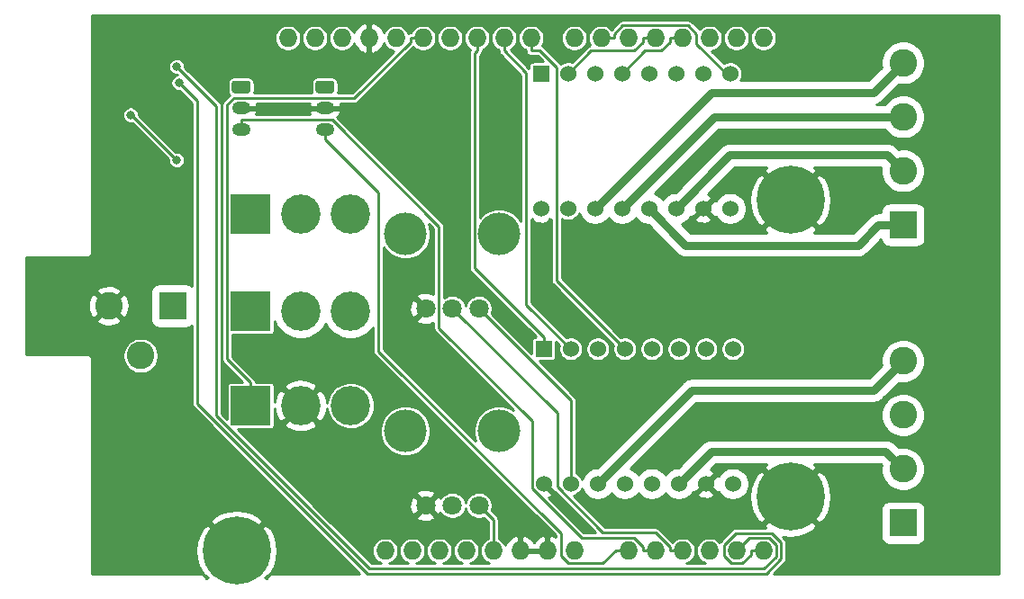
<source format=gbl>
G04 #@! TF.GenerationSoftware,KiCad,Pcbnew,5.1.9-73d0e3b20d~88~ubuntu18.04.1*
G04 #@! TF.CreationDate,2021-02-13T22:57:23-05:00*
G04 #@! TF.ProjectId,driver,64726976-6572-42e6-9b69-6361645f7063,v1.0.0*
G04 #@! TF.SameCoordinates,Original*
G04 #@! TF.FileFunction,Copper,L2,Bot*
G04 #@! TF.FilePolarity,Positive*
%FSLAX46Y46*%
G04 Gerber Fmt 4.6, Leading zero omitted, Abs format (unit mm)*
G04 Created by KiCad (PCBNEW 5.1.9-73d0e3b20d~88~ubuntu18.04.1) date 2021-02-13 22:57:23*
%MOMM*%
%LPD*%
G01*
G04 APERTURE LIST*
G04 #@! TA.AperFunction,ComponentPad*
%ADD10O,1.727200X1.727200*%
G04 #@! TD*
G04 #@! TA.AperFunction,ComponentPad*
%ADD11R,1.524000X1.524000*%
G04 #@! TD*
G04 #@! TA.AperFunction,ComponentPad*
%ADD12C,1.524000*%
G04 #@! TD*
G04 #@! TA.AperFunction,ComponentPad*
%ADD13C,0.800000*%
G04 #@! TD*
G04 #@! TA.AperFunction,ComponentPad*
%ADD14C,6.400000*%
G04 #@! TD*
G04 #@! TA.AperFunction,ComponentPad*
%ADD15C,2.600000*%
G04 #@! TD*
G04 #@! TA.AperFunction,ComponentPad*
%ADD16R,2.600000X2.600000*%
G04 #@! TD*
G04 #@! TA.AperFunction,ComponentPad*
%ADD17O,1.750000X1.200000*%
G04 #@! TD*
G04 #@! TA.AperFunction,ComponentPad*
%ADD18C,1.800000*%
G04 #@! TD*
G04 #@! TA.AperFunction,WasherPad*
%ADD19C,4.000000*%
G04 #@! TD*
G04 #@! TA.AperFunction,ComponentPad*
%ADD20C,3.700000*%
G04 #@! TD*
G04 #@! TA.AperFunction,ComponentPad*
%ADD21R,3.700000X3.700000*%
G04 #@! TD*
G04 #@! TA.AperFunction,ViaPad*
%ADD22C,0.800000*%
G04 #@! TD*
G04 #@! TA.AperFunction,Conductor*
%ADD23C,0.250000*%
G04 #@! TD*
G04 #@! TA.AperFunction,Conductor*
%ADD24C,0.750000*%
G04 #@! TD*
G04 #@! TA.AperFunction,Conductor*
%ADD25C,0.254000*%
G04 #@! TD*
G04 #@! TA.AperFunction,Conductor*
%ADD26C,0.100000*%
G04 #@! TD*
G04 APERTURE END LIST*
D10*
X171525000Y-125170000D03*
X168985000Y-125170000D03*
X166445000Y-125170000D03*
X163905000Y-125170000D03*
X161365000Y-125170000D03*
X135965000Y-125170000D03*
X142061000Y-76910000D03*
X139521000Y-76910000D03*
X136981000Y-76910000D03*
X131901000Y-76910000D03*
X129361000Y-76910000D03*
X126821000Y-76910000D03*
X144601000Y-76910000D03*
X147141000Y-76910000D03*
X149681000Y-76910000D03*
X134441000Y-76910000D03*
X153745000Y-76910000D03*
X156285000Y-76910000D03*
X158825000Y-76910000D03*
X161365000Y-76910000D03*
X163905000Y-76910000D03*
X166445000Y-76910000D03*
X168985000Y-76910000D03*
X171525000Y-76910000D03*
X138505000Y-125170000D03*
X141045000Y-125170000D03*
X143585000Y-125170000D03*
X146125000Y-125170000D03*
X148665000Y-125170000D03*
X151205000Y-125170000D03*
X153745000Y-125170000D03*
X158825000Y-125170000D03*
D11*
X150876000Y-106172000D03*
D12*
X153416000Y-106172000D03*
X155956000Y-106172000D03*
X158496000Y-106172000D03*
X161036000Y-106172000D03*
X163576000Y-106172000D03*
X166116000Y-106172000D03*
X168656000Y-106172000D03*
X168656000Y-118872000D03*
X166116000Y-118872000D03*
X163576000Y-118872000D03*
X161036000Y-118872000D03*
X158496000Y-118872000D03*
X155956000Y-118872000D03*
X153416000Y-118872000D03*
X150876000Y-118872000D03*
X150622000Y-92964000D03*
X153162000Y-92964000D03*
X155702000Y-92964000D03*
X158242000Y-92964000D03*
X160782000Y-92964000D03*
X163322000Y-92964000D03*
X165862000Y-92964000D03*
X168402000Y-92964000D03*
X168402000Y-80264000D03*
X165862000Y-80264000D03*
X163322000Y-80264000D03*
X160782000Y-80264000D03*
X158242000Y-80264000D03*
X155702000Y-80264000D03*
X153162000Y-80264000D03*
D11*
X150622000Y-80264000D03*
D10*
X158825000Y-125170000D03*
X153745000Y-125170000D03*
X151205000Y-125170000D03*
X148665000Y-125170000D03*
X146125000Y-125170000D03*
X143585000Y-125170000D03*
X141045000Y-125170000D03*
X138505000Y-125170000D03*
X171525000Y-76910000D03*
X168985000Y-76910000D03*
X166445000Y-76910000D03*
X163905000Y-76910000D03*
X161365000Y-76910000D03*
X158825000Y-76910000D03*
X156285000Y-76910000D03*
X153745000Y-76910000D03*
X134441000Y-76910000D03*
X149681000Y-76910000D03*
X147141000Y-76910000D03*
X144601000Y-76910000D03*
X126821000Y-76910000D03*
X129361000Y-76910000D03*
X131901000Y-76910000D03*
X136981000Y-76910000D03*
X139521000Y-76910000D03*
X142061000Y-76910000D03*
X135965000Y-125170000D03*
X161365000Y-125170000D03*
X163905000Y-125170000D03*
X166445000Y-125170000D03*
X168985000Y-125170000D03*
X171525000Y-125170000D03*
D13*
X175762056Y-90452944D03*
X174065000Y-89750000D03*
X172367944Y-90452944D03*
X171665000Y-92150000D03*
X172367944Y-93847056D03*
X174065000Y-94550000D03*
X175762056Y-93847056D03*
X176465000Y-92150000D03*
D14*
X174065000Y-92150000D03*
X121995000Y-125170000D03*
D13*
X124395000Y-125170000D03*
X123692056Y-126867056D03*
X121995000Y-127570000D03*
X120297944Y-126867056D03*
X119595000Y-125170000D03*
X120297944Y-123472944D03*
X121995000Y-122770000D03*
X123692056Y-123472944D03*
X175762056Y-118392944D03*
X174065000Y-117690000D03*
X172367944Y-118392944D03*
X171665000Y-120090000D03*
X172367944Y-121787056D03*
X174065000Y-122490000D03*
X175762056Y-121787056D03*
X176465000Y-120090000D03*
D14*
X174065000Y-120090000D03*
D15*
X184658000Y-79248000D03*
X184658000Y-84328000D03*
X184658000Y-89408000D03*
D16*
X184658000Y-94488000D03*
X184658000Y-122555000D03*
D15*
X184658000Y-117475000D03*
X184658000Y-112395000D03*
X184658000Y-107315000D03*
D17*
X122428000Y-85508600D03*
X122428000Y-83508600D03*
G04 #@! TA.AperFunction,ComponentPad*
G36*
G01*
X121802999Y-80908600D02*
X123053001Y-80908600D01*
G75*
G02*
X123303000Y-81158599I0J-249999D01*
G01*
X123303000Y-81858601D01*
G75*
G02*
X123053001Y-82108600I-249999J0D01*
G01*
X121802999Y-82108600D01*
G75*
G02*
X121553000Y-81858601I0J249999D01*
G01*
X121553000Y-81158599D01*
G75*
G02*
X121802999Y-80908600I249999J0D01*
G01*
G37*
G04 #@! TD.AperFunction*
G04 #@! TA.AperFunction,ComponentPad*
G36*
G01*
X129676999Y-80908600D02*
X130927001Y-80908600D01*
G75*
G02*
X131177000Y-81158599I0J-249999D01*
G01*
X131177000Y-81858601D01*
G75*
G02*
X130927001Y-82108600I-249999J0D01*
G01*
X129676999Y-82108600D01*
G75*
G02*
X129427000Y-81858601I0J249999D01*
G01*
X129427000Y-81158599D01*
G75*
G02*
X129676999Y-80908600I249999J0D01*
G01*
G37*
G04 #@! TD.AperFunction*
X130302000Y-83508600D03*
X130302000Y-85508600D03*
D16*
X115982000Y-102108000D03*
D15*
X109982000Y-102108000D03*
X112982000Y-106808000D03*
D18*
X139780000Y-120904000D03*
X142280000Y-120904000D03*
X144780000Y-120904000D03*
D19*
X137880000Y-113904000D03*
X146680000Y-113904000D03*
X146680000Y-95362000D03*
X137880000Y-95362000D03*
D18*
X144780000Y-102362000D03*
X142280000Y-102362000D03*
X139780000Y-102362000D03*
D20*
X128016000Y-111506000D03*
D21*
X123316000Y-111506000D03*
D20*
X132716000Y-111506000D03*
X132716000Y-102616000D03*
D21*
X123316000Y-102616000D03*
D20*
X128016000Y-102616000D03*
X128016000Y-93472000D03*
D21*
X123316000Y-93472000D03*
D20*
X132716000Y-93472000D03*
D22*
X116586000Y-81127900D03*
X116379600Y-79587500D03*
X105029000Y-104419400D03*
X105257600Y-99695000D03*
X175869600Y-77292200D03*
X189788800Y-75336400D03*
X189026800Y-126644400D03*
X177571400Y-123977400D03*
X134315200Y-120624600D03*
X109601000Y-126644400D03*
X127990600Y-107137200D03*
X141986000Y-87553800D03*
X122453400Y-75717400D03*
X160426400Y-95148400D03*
X155625800Y-113665000D03*
X173710600Y-105460800D03*
X118414800Y-113182400D03*
X185597800Y-100863400D03*
X112043000Y-84136500D03*
X116379600Y-88397500D03*
D23*
X171525000Y-125170000D02*
X170336100Y-125170000D01*
X116586000Y-81127900D02*
X118294700Y-82836600D01*
X118294700Y-82836600D02*
X118294700Y-111310100D01*
X118294700Y-111310100D02*
X134291600Y-127307000D01*
X134291600Y-127307000D02*
X171789300Y-127307000D01*
X171789300Y-127307000D02*
X173164400Y-125931900D01*
X173164400Y-125931900D02*
X173164400Y-124394600D01*
X173164400Y-124394600D02*
X172300400Y-123530600D01*
X172300400Y-123530600D02*
X168919300Y-123530600D01*
X168919300Y-123530600D02*
X167796000Y-124653900D01*
X167796000Y-124653900D02*
X167796000Y-125673200D01*
X167796000Y-125673200D02*
X168481700Y-126358900D01*
X168481700Y-126358900D02*
X169518800Y-126358900D01*
X169518800Y-126358900D02*
X170336100Y-125541600D01*
X170336100Y-125541600D02*
X170336100Y-125170000D01*
X116379600Y-79587500D02*
X120089900Y-83297800D01*
X120089900Y-83297800D02*
X120089900Y-112461400D01*
X120089900Y-112461400D02*
X134485100Y-126856600D01*
X134485100Y-126856600D02*
X171553800Y-126856600D01*
X171553800Y-126856600D02*
X172714000Y-125696400D01*
X172714000Y-125696400D02*
X172714000Y-124668800D01*
X172714000Y-124668800D02*
X172026200Y-123981000D01*
X172026200Y-123981000D02*
X170174000Y-123981000D01*
X170174000Y-123981000D02*
X168985000Y-125170000D01*
X144780000Y-120904000D02*
X146125000Y-122249000D01*
X146125000Y-122249000D02*
X146125000Y-125170000D01*
X144780000Y-102362000D02*
X153416000Y-110998000D01*
X153416000Y-110998000D02*
X153416000Y-118872000D01*
X161365000Y-125170000D02*
X160176100Y-125170000D01*
X122428000Y-85508600D02*
X122428000Y-84583300D01*
X122428000Y-84583300D02*
X130968200Y-84583300D01*
X130968200Y-84583300D02*
X141030000Y-94645100D01*
X141030000Y-94645100D02*
X141030000Y-104227100D01*
X141030000Y-104227100D02*
X149760800Y-112957900D01*
X149760800Y-112957900D02*
X149760800Y-119319500D01*
X149760800Y-119319500D02*
X154422400Y-123981100D01*
X154422400Y-123981100D02*
X159358800Y-123981100D01*
X159358800Y-123981100D02*
X160176100Y-124798400D01*
X160176100Y-124798400D02*
X160176100Y-125170000D01*
X163905000Y-125170000D02*
X162716100Y-125170000D01*
X142280000Y-102362000D02*
X152146000Y-112228000D01*
X152146000Y-112228000D02*
X152146000Y-119172100D01*
X152146000Y-119172100D02*
X156427800Y-123453900D01*
X156427800Y-123453900D02*
X161371500Y-123453900D01*
X161371500Y-123453900D02*
X162716100Y-124798500D01*
X162716100Y-124798500D02*
X162716100Y-125170000D01*
X156285000Y-76910000D02*
X157473900Y-76910000D01*
X157473900Y-76910000D02*
X157473900Y-76538500D01*
X157473900Y-76538500D02*
X158303500Y-75708900D01*
X158303500Y-75708900D02*
X164437800Y-75708900D01*
X164437800Y-75708900D02*
X165234900Y-76506000D01*
X165234900Y-76506000D02*
X165234900Y-77447500D01*
X165234900Y-77447500D02*
X168051400Y-80264000D01*
X168051400Y-80264000D02*
X168402000Y-80264000D01*
X163905000Y-76910000D02*
X162716100Y-76910000D01*
X162716100Y-76910000D02*
X162716100Y-77281600D01*
X162716100Y-77281600D02*
X161898800Y-78098900D01*
X161898800Y-78098900D02*
X160407100Y-78098900D01*
X160407100Y-78098900D02*
X158242000Y-80264000D01*
X161365000Y-76910000D02*
X160176100Y-76910000D01*
X160176100Y-76910000D02*
X160176100Y-77281600D01*
X160176100Y-77281600D02*
X159358800Y-78098900D01*
X159358800Y-78098900D02*
X155327100Y-78098900D01*
X155327100Y-78098900D02*
X153162000Y-80264000D01*
X150876000Y-105084700D02*
X144353700Y-98562400D01*
X144353700Y-98562400D02*
X144353700Y-78346200D01*
X144353700Y-78346200D02*
X144601000Y-78098900D01*
X144601000Y-76910000D02*
X144601000Y-78098900D01*
X150876000Y-106172000D02*
X150876000Y-105084700D01*
X147141000Y-76910000D02*
X147141000Y-78098900D01*
X153416000Y-106172000D02*
X149230600Y-101986600D01*
X149230600Y-101986600D02*
X149230600Y-80188500D01*
X149230600Y-80188500D02*
X147141000Y-78098900D01*
X149681000Y-76910000D02*
X149681000Y-78098900D01*
X158496000Y-106172000D02*
X152051100Y-99727100D01*
X152051100Y-99727100D02*
X152051100Y-79651600D01*
X152051100Y-79651600D02*
X150498400Y-78098900D01*
X150498400Y-78098900D02*
X149681000Y-78098900D01*
X158825000Y-125170000D02*
X157636100Y-125170000D01*
X130302000Y-85508600D02*
X130302000Y-86433900D01*
X130302000Y-86433900D02*
X135341400Y-91473300D01*
X135341400Y-91473300D02*
X135341400Y-106391100D01*
X135341400Y-106391100D02*
X152475000Y-123524700D01*
X152475000Y-123524700D02*
X152475000Y-125660700D01*
X152475000Y-125660700D02*
X153173200Y-126358900D01*
X153173200Y-126358900D02*
X156447200Y-126358900D01*
X156447200Y-126358900D02*
X157636100Y-125170000D01*
X116379600Y-88397500D02*
X112118600Y-84136500D01*
X112118600Y-84136500D02*
X112043000Y-84136500D01*
X139521000Y-76910000D02*
X138332100Y-76910000D01*
X123316000Y-111506000D02*
X123316000Y-109330700D01*
X123316000Y-109330700D02*
X121134800Y-107149500D01*
X121134800Y-107149500D02*
X121134800Y-83171000D01*
X121134800Y-83171000D02*
X121745600Y-82560200D01*
X121745600Y-82560200D02*
X133053500Y-82560200D01*
X133053500Y-82560200D02*
X138332100Y-77281600D01*
X138332100Y-77281600D02*
X138332100Y-76910000D01*
D24*
X184658000Y-79248000D02*
X181854600Y-82051400D01*
X181854600Y-82051400D02*
X166614600Y-82051400D01*
X166614600Y-82051400D02*
X155702000Y-92964000D01*
X184658000Y-84328000D02*
X166878000Y-84328000D01*
X166878000Y-84328000D02*
X158242000Y-92964000D01*
X184658000Y-89408000D02*
X183163200Y-87913200D01*
X183163200Y-87913200D02*
X168372800Y-87913200D01*
X168372800Y-87913200D02*
X163322000Y-92964000D01*
X184658000Y-94488000D02*
X182332700Y-94488000D01*
X182332700Y-94488000D02*
X180409600Y-96411100D01*
X180409600Y-96411100D02*
X164229100Y-96411100D01*
X164229100Y-96411100D02*
X160782000Y-92964000D01*
X163576000Y-118872000D02*
X166608500Y-115839500D01*
X166608500Y-115839500D02*
X183022500Y-115839500D01*
X183022500Y-115839500D02*
X184658000Y-117475000D01*
X155956000Y-118872000D02*
X164758400Y-110069600D01*
X164758400Y-110069600D02*
X181903400Y-110069600D01*
X181903400Y-110069600D02*
X184658000Y-107315000D01*
D25*
X193650001Y-127305200D02*
X174060704Y-127305200D01*
X174060673Y-127305197D01*
X174042681Y-127305200D01*
X174020859Y-127305200D01*
X174020822Y-127305204D01*
X172506435Y-127305456D01*
X173504620Y-126307272D01*
X173523927Y-126291427D01*
X173587159Y-126214379D01*
X173634145Y-126126475D01*
X173663078Y-126031093D01*
X173670400Y-125956754D01*
X173670400Y-125956747D01*
X173672847Y-125931901D01*
X173670400Y-125907055D01*
X173670400Y-124419454D01*
X173672848Y-124394600D01*
X173663078Y-124295407D01*
X173634145Y-124200025D01*
X173623133Y-124179423D01*
X173587159Y-124112121D01*
X173523927Y-124035073D01*
X173504620Y-124019228D01*
X173357197Y-123871805D01*
X174040695Y-123943480D01*
X174792938Y-123874178D01*
X175517208Y-123659452D01*
X176185670Y-123307555D01*
X176226088Y-123280548D01*
X176586276Y-122790881D01*
X175568309Y-121772914D01*
X175747914Y-121593309D01*
X176765881Y-122611276D01*
X177255548Y-122251088D01*
X177615849Y-121587118D01*
X177718888Y-121255000D01*
X182577241Y-121255000D01*
X182577241Y-123855000D01*
X182592243Y-124007319D01*
X182636673Y-124153784D01*
X182708823Y-124288766D01*
X182805920Y-124407080D01*
X182924234Y-124504177D01*
X183059216Y-124576327D01*
X183205681Y-124620757D01*
X183358000Y-124635759D01*
X185958000Y-124635759D01*
X186110319Y-124620757D01*
X186256784Y-124576327D01*
X186391766Y-124504177D01*
X186510080Y-124407080D01*
X186607177Y-124288766D01*
X186679327Y-124153784D01*
X186723757Y-124007319D01*
X186738759Y-123855000D01*
X186738759Y-121255000D01*
X186723757Y-121102681D01*
X186679327Y-120956216D01*
X186607177Y-120821234D01*
X186510080Y-120702920D01*
X186391766Y-120605823D01*
X186256784Y-120533673D01*
X186110319Y-120489243D01*
X185958000Y-120474241D01*
X183358000Y-120474241D01*
X183205681Y-120489243D01*
X183059216Y-120533673D01*
X182924234Y-120605823D01*
X182805920Y-120702920D01*
X182708823Y-120821234D01*
X182636673Y-120956216D01*
X182592243Y-121102681D01*
X182577241Y-121255000D01*
X177718888Y-121255000D01*
X177839694Y-120865615D01*
X177918480Y-120114305D01*
X177849178Y-119362062D01*
X177634452Y-118637792D01*
X177282555Y-117969330D01*
X177255548Y-117928912D01*
X176765881Y-117568724D01*
X175747914Y-118586692D01*
X175568309Y-118407087D01*
X176586276Y-117389119D01*
X176293796Y-116991500D01*
X182545327Y-116991500D01*
X182621359Y-117067533D01*
X182581000Y-117270433D01*
X182581000Y-117679567D01*
X182660818Y-118080839D01*
X182817386Y-118458829D01*
X183044689Y-118799011D01*
X183333989Y-119088311D01*
X183674171Y-119315614D01*
X184052161Y-119472182D01*
X184453433Y-119552000D01*
X184862567Y-119552000D01*
X185263839Y-119472182D01*
X185641829Y-119315614D01*
X185982011Y-119088311D01*
X186271311Y-118799011D01*
X186498614Y-118458829D01*
X186655182Y-118080839D01*
X186735000Y-117679567D01*
X186735000Y-117270433D01*
X186655182Y-116869161D01*
X186498614Y-116491171D01*
X186271311Y-116150989D01*
X185982011Y-115861689D01*
X185641829Y-115634386D01*
X185263839Y-115477818D01*
X184862567Y-115398000D01*
X184453433Y-115398000D01*
X184250533Y-115438359D01*
X183877107Y-115064934D01*
X183841028Y-115020972D01*
X183665614Y-114877012D01*
X183465484Y-114770041D01*
X183248331Y-114704168D01*
X183079095Y-114687500D01*
X183079087Y-114687500D01*
X183022500Y-114681927D01*
X182965913Y-114687500D01*
X166665087Y-114687500D01*
X166608500Y-114681927D01*
X166551913Y-114687500D01*
X166551905Y-114687500D01*
X166402490Y-114702216D01*
X166382668Y-114704168D01*
X166316795Y-114724151D01*
X166165516Y-114770041D01*
X165965386Y-114877012D01*
X165965384Y-114877013D01*
X165965385Y-114877013D01*
X165833931Y-114984895D01*
X165833929Y-114984897D01*
X165789972Y-115020972D01*
X165753897Y-115064929D01*
X163485827Y-117333000D01*
X163424422Y-117333000D01*
X163127090Y-117392142D01*
X162847010Y-117508156D01*
X162594944Y-117676580D01*
X162380580Y-117890944D01*
X162306000Y-118002562D01*
X162231420Y-117890944D01*
X162017056Y-117676580D01*
X161764990Y-117508156D01*
X161484910Y-117392142D01*
X161187578Y-117333000D01*
X160884422Y-117333000D01*
X160587090Y-117392142D01*
X160307010Y-117508156D01*
X160054944Y-117676580D01*
X159840580Y-117890944D01*
X159766000Y-118002562D01*
X159691420Y-117890944D01*
X159477056Y-117676580D01*
X159224990Y-117508156D01*
X159029848Y-117427325D01*
X164266740Y-112190433D01*
X182581000Y-112190433D01*
X182581000Y-112599567D01*
X182660818Y-113000839D01*
X182817386Y-113378829D01*
X183044689Y-113719011D01*
X183333989Y-114008311D01*
X183674171Y-114235614D01*
X184052161Y-114392182D01*
X184453433Y-114472000D01*
X184862567Y-114472000D01*
X185263839Y-114392182D01*
X185641829Y-114235614D01*
X185982011Y-114008311D01*
X186271311Y-113719011D01*
X186498614Y-113378829D01*
X186655182Y-113000839D01*
X186735000Y-112599567D01*
X186735000Y-112190433D01*
X186655182Y-111789161D01*
X186498614Y-111411171D01*
X186271311Y-111070989D01*
X185982011Y-110781689D01*
X185641829Y-110554386D01*
X185263839Y-110397818D01*
X184862567Y-110318000D01*
X184453433Y-110318000D01*
X184052161Y-110397818D01*
X183674171Y-110554386D01*
X183333989Y-110781689D01*
X183044689Y-111070989D01*
X182817386Y-111411171D01*
X182660818Y-111789161D01*
X182581000Y-112190433D01*
X164266740Y-112190433D01*
X165235574Y-111221600D01*
X181846813Y-111221600D01*
X181903400Y-111227173D01*
X181959987Y-111221600D01*
X181959995Y-111221600D01*
X182129231Y-111204932D01*
X182346384Y-111139059D01*
X182546514Y-111032088D01*
X182721928Y-110888128D01*
X182758007Y-110844166D01*
X184250533Y-109351641D01*
X184453433Y-109392000D01*
X184862567Y-109392000D01*
X185263839Y-109312182D01*
X185641829Y-109155614D01*
X185982011Y-108928311D01*
X186271311Y-108639011D01*
X186498614Y-108298829D01*
X186655182Y-107920839D01*
X186735000Y-107519567D01*
X186735000Y-107110433D01*
X186655182Y-106709161D01*
X186498614Y-106331171D01*
X186271311Y-105990989D01*
X185982011Y-105701689D01*
X185641829Y-105474386D01*
X185263839Y-105317818D01*
X184862567Y-105238000D01*
X184453433Y-105238000D01*
X184052161Y-105317818D01*
X183674171Y-105474386D01*
X183333989Y-105701689D01*
X183044689Y-105990989D01*
X182817386Y-106331171D01*
X182660818Y-106709161D01*
X182581000Y-107110433D01*
X182581000Y-107519567D01*
X182621359Y-107722467D01*
X181426227Y-108917600D01*
X164814984Y-108917600D01*
X164758399Y-108912027D01*
X164701814Y-108917600D01*
X164701805Y-108917600D01*
X164532569Y-108934268D01*
X164315416Y-109000141D01*
X164115286Y-109107112D01*
X164115284Y-109107113D01*
X164115285Y-109107113D01*
X163983831Y-109214995D01*
X163983829Y-109214997D01*
X163939872Y-109251072D01*
X163903797Y-109295029D01*
X155865827Y-117333000D01*
X155804422Y-117333000D01*
X155507090Y-117392142D01*
X155227010Y-117508156D01*
X154974944Y-117676580D01*
X154760580Y-117890944D01*
X154592156Y-118143010D01*
X154476142Y-118423090D01*
X154473251Y-118437627D01*
X154428913Y-118330587D01*
X154303826Y-118143380D01*
X154144620Y-117984174D01*
X153957413Y-117859087D01*
X153922000Y-117844418D01*
X153922000Y-111022845D01*
X153924447Y-110997999D01*
X153922000Y-110973153D01*
X153922000Y-110973146D01*
X153914678Y-110898807D01*
X153885745Y-110803425D01*
X153838759Y-110715521D01*
X153775527Y-110638473D01*
X153756220Y-110622628D01*
X150450435Y-107316843D01*
X151638000Y-107316843D01*
X151712689Y-107309487D01*
X151784508Y-107287701D01*
X151850696Y-107252322D01*
X151908711Y-107204711D01*
X151956322Y-107146696D01*
X151991701Y-107080508D01*
X152013487Y-107008689D01*
X152020843Y-106934000D01*
X152020843Y-105492435D01*
X152331594Y-105803186D01*
X152316925Y-105838599D01*
X152273000Y-106059424D01*
X152273000Y-106284576D01*
X152316925Y-106505401D01*
X152403087Y-106713413D01*
X152528174Y-106900620D01*
X152687380Y-107059826D01*
X152874587Y-107184913D01*
X153082599Y-107271075D01*
X153303424Y-107315000D01*
X153528576Y-107315000D01*
X153749401Y-107271075D01*
X153957413Y-107184913D01*
X154144620Y-107059826D01*
X154303826Y-106900620D01*
X154428913Y-106713413D01*
X154515075Y-106505401D01*
X154559000Y-106284576D01*
X154559000Y-106059424D01*
X154813000Y-106059424D01*
X154813000Y-106284576D01*
X154856925Y-106505401D01*
X154943087Y-106713413D01*
X155068174Y-106900620D01*
X155227380Y-107059826D01*
X155414587Y-107184913D01*
X155622599Y-107271075D01*
X155843424Y-107315000D01*
X156068576Y-107315000D01*
X156289401Y-107271075D01*
X156497413Y-107184913D01*
X156684620Y-107059826D01*
X156843826Y-106900620D01*
X156968913Y-106713413D01*
X157055075Y-106505401D01*
X157099000Y-106284576D01*
X157099000Y-106059424D01*
X157055075Y-105838599D01*
X156968913Y-105630587D01*
X156843826Y-105443380D01*
X156684620Y-105284174D01*
X156497413Y-105159087D01*
X156289401Y-105072925D01*
X156068576Y-105029000D01*
X155843424Y-105029000D01*
X155622599Y-105072925D01*
X155414587Y-105159087D01*
X155227380Y-105284174D01*
X155068174Y-105443380D01*
X154943087Y-105630587D01*
X154856925Y-105838599D01*
X154813000Y-106059424D01*
X154559000Y-106059424D01*
X154515075Y-105838599D01*
X154428913Y-105630587D01*
X154303826Y-105443380D01*
X154144620Y-105284174D01*
X153957413Y-105159087D01*
X153749401Y-105072925D01*
X153528576Y-105029000D01*
X153303424Y-105029000D01*
X153082599Y-105072925D01*
X153047186Y-105087594D01*
X149736600Y-101777009D01*
X149736600Y-94029008D01*
X149836041Y-93929567D01*
X149903020Y-94169656D01*
X150152048Y-94286756D01*
X150419135Y-94353023D01*
X150694017Y-94365910D01*
X150966133Y-94324922D01*
X151225023Y-94231636D01*
X151340980Y-94169656D01*
X151407959Y-93929567D01*
X151524369Y-94045977D01*
X151545100Y-94025246D01*
X151545100Y-99702254D01*
X151542653Y-99727100D01*
X151545100Y-99751946D01*
X151545100Y-99751953D01*
X151552422Y-99826292D01*
X151581355Y-99921674D01*
X151628341Y-100009579D01*
X151691573Y-100086627D01*
X151710885Y-100102476D01*
X157411594Y-105803186D01*
X157396925Y-105838599D01*
X157353000Y-106059424D01*
X157353000Y-106284576D01*
X157396925Y-106505401D01*
X157483087Y-106713413D01*
X157608174Y-106900620D01*
X157767380Y-107059826D01*
X157954587Y-107184913D01*
X158162599Y-107271075D01*
X158383424Y-107315000D01*
X158608576Y-107315000D01*
X158829401Y-107271075D01*
X159037413Y-107184913D01*
X159224620Y-107059826D01*
X159383826Y-106900620D01*
X159508913Y-106713413D01*
X159595075Y-106505401D01*
X159639000Y-106284576D01*
X159639000Y-106059424D01*
X159893000Y-106059424D01*
X159893000Y-106284576D01*
X159936925Y-106505401D01*
X160023087Y-106713413D01*
X160148174Y-106900620D01*
X160307380Y-107059826D01*
X160494587Y-107184913D01*
X160702599Y-107271075D01*
X160923424Y-107315000D01*
X161148576Y-107315000D01*
X161369401Y-107271075D01*
X161577413Y-107184913D01*
X161764620Y-107059826D01*
X161923826Y-106900620D01*
X162048913Y-106713413D01*
X162135075Y-106505401D01*
X162179000Y-106284576D01*
X162179000Y-106059424D01*
X162433000Y-106059424D01*
X162433000Y-106284576D01*
X162476925Y-106505401D01*
X162563087Y-106713413D01*
X162688174Y-106900620D01*
X162847380Y-107059826D01*
X163034587Y-107184913D01*
X163242599Y-107271075D01*
X163463424Y-107315000D01*
X163688576Y-107315000D01*
X163909401Y-107271075D01*
X164117413Y-107184913D01*
X164304620Y-107059826D01*
X164463826Y-106900620D01*
X164588913Y-106713413D01*
X164675075Y-106505401D01*
X164719000Y-106284576D01*
X164719000Y-106059424D01*
X164973000Y-106059424D01*
X164973000Y-106284576D01*
X165016925Y-106505401D01*
X165103087Y-106713413D01*
X165228174Y-106900620D01*
X165387380Y-107059826D01*
X165574587Y-107184913D01*
X165782599Y-107271075D01*
X166003424Y-107315000D01*
X166228576Y-107315000D01*
X166449401Y-107271075D01*
X166657413Y-107184913D01*
X166844620Y-107059826D01*
X167003826Y-106900620D01*
X167128913Y-106713413D01*
X167215075Y-106505401D01*
X167259000Y-106284576D01*
X167259000Y-106059424D01*
X167513000Y-106059424D01*
X167513000Y-106284576D01*
X167556925Y-106505401D01*
X167643087Y-106713413D01*
X167768174Y-106900620D01*
X167927380Y-107059826D01*
X168114587Y-107184913D01*
X168322599Y-107271075D01*
X168543424Y-107315000D01*
X168768576Y-107315000D01*
X168989401Y-107271075D01*
X169197413Y-107184913D01*
X169384620Y-107059826D01*
X169543826Y-106900620D01*
X169668913Y-106713413D01*
X169755075Y-106505401D01*
X169799000Y-106284576D01*
X169799000Y-106059424D01*
X169755075Y-105838599D01*
X169668913Y-105630587D01*
X169543826Y-105443380D01*
X169384620Y-105284174D01*
X169197413Y-105159087D01*
X168989401Y-105072925D01*
X168768576Y-105029000D01*
X168543424Y-105029000D01*
X168322599Y-105072925D01*
X168114587Y-105159087D01*
X167927380Y-105284174D01*
X167768174Y-105443380D01*
X167643087Y-105630587D01*
X167556925Y-105838599D01*
X167513000Y-106059424D01*
X167259000Y-106059424D01*
X167215075Y-105838599D01*
X167128913Y-105630587D01*
X167003826Y-105443380D01*
X166844620Y-105284174D01*
X166657413Y-105159087D01*
X166449401Y-105072925D01*
X166228576Y-105029000D01*
X166003424Y-105029000D01*
X165782599Y-105072925D01*
X165574587Y-105159087D01*
X165387380Y-105284174D01*
X165228174Y-105443380D01*
X165103087Y-105630587D01*
X165016925Y-105838599D01*
X164973000Y-106059424D01*
X164719000Y-106059424D01*
X164675075Y-105838599D01*
X164588913Y-105630587D01*
X164463826Y-105443380D01*
X164304620Y-105284174D01*
X164117413Y-105159087D01*
X163909401Y-105072925D01*
X163688576Y-105029000D01*
X163463424Y-105029000D01*
X163242599Y-105072925D01*
X163034587Y-105159087D01*
X162847380Y-105284174D01*
X162688174Y-105443380D01*
X162563087Y-105630587D01*
X162476925Y-105838599D01*
X162433000Y-106059424D01*
X162179000Y-106059424D01*
X162135075Y-105838599D01*
X162048913Y-105630587D01*
X161923826Y-105443380D01*
X161764620Y-105284174D01*
X161577413Y-105159087D01*
X161369401Y-105072925D01*
X161148576Y-105029000D01*
X160923424Y-105029000D01*
X160702599Y-105072925D01*
X160494587Y-105159087D01*
X160307380Y-105284174D01*
X160148174Y-105443380D01*
X160023087Y-105630587D01*
X159936925Y-105838599D01*
X159893000Y-106059424D01*
X159639000Y-106059424D01*
X159595075Y-105838599D01*
X159508913Y-105630587D01*
X159383826Y-105443380D01*
X159224620Y-105284174D01*
X159037413Y-105159087D01*
X158829401Y-105072925D01*
X158608576Y-105029000D01*
X158383424Y-105029000D01*
X158162599Y-105072925D01*
X158127186Y-105087594D01*
X152557100Y-99517509D01*
X152557100Y-93934493D01*
X152620587Y-93976913D01*
X152828599Y-94063075D01*
X153049424Y-94107000D01*
X153274576Y-94107000D01*
X153495401Y-94063075D01*
X153703413Y-93976913D01*
X153890620Y-93851826D01*
X154049826Y-93692620D01*
X154174913Y-93505413D01*
X154219251Y-93398373D01*
X154222142Y-93412910D01*
X154338156Y-93692990D01*
X154506580Y-93945056D01*
X154720944Y-94159420D01*
X154973010Y-94327844D01*
X155253090Y-94443858D01*
X155550422Y-94503000D01*
X155853578Y-94503000D01*
X156150910Y-94443858D01*
X156430990Y-94327844D01*
X156683056Y-94159420D01*
X156897420Y-93945056D01*
X156972000Y-93833438D01*
X157046580Y-93945056D01*
X157260944Y-94159420D01*
X157513010Y-94327844D01*
X157793090Y-94443858D01*
X158090422Y-94503000D01*
X158393578Y-94503000D01*
X158690910Y-94443858D01*
X158970990Y-94327844D01*
X159223056Y-94159420D01*
X159437420Y-93945056D01*
X159512000Y-93833438D01*
X159586580Y-93945056D01*
X159800944Y-94159420D01*
X160053010Y-94327844D01*
X160333090Y-94443858D01*
X160630422Y-94503000D01*
X160691827Y-94503000D01*
X163374502Y-97185677D01*
X163410572Y-97229628D01*
X163454523Y-97265698D01*
X163454531Y-97265706D01*
X163571224Y-97361473D01*
X163585986Y-97373588D01*
X163621694Y-97392674D01*
X163786115Y-97480559D01*
X164003268Y-97546432D01*
X164023090Y-97548384D01*
X164172505Y-97563100D01*
X164172513Y-97563100D01*
X164229100Y-97568673D01*
X164285687Y-97563100D01*
X180353013Y-97563100D01*
X180409600Y-97568673D01*
X180466187Y-97563100D01*
X180466195Y-97563100D01*
X180635431Y-97546432D01*
X180852584Y-97480559D01*
X181052714Y-97373588D01*
X181228128Y-97229628D01*
X181264207Y-97185666D01*
X182584829Y-95865045D01*
X182592243Y-95940319D01*
X182636673Y-96086784D01*
X182708823Y-96221766D01*
X182805920Y-96340080D01*
X182924234Y-96437177D01*
X183059216Y-96509327D01*
X183205681Y-96553757D01*
X183358000Y-96568759D01*
X185958000Y-96568759D01*
X186110319Y-96553757D01*
X186256784Y-96509327D01*
X186391766Y-96437177D01*
X186510080Y-96340080D01*
X186607177Y-96221766D01*
X186679327Y-96086784D01*
X186723757Y-95940319D01*
X186738759Y-95788000D01*
X186738759Y-93188000D01*
X186723757Y-93035681D01*
X186679327Y-92889216D01*
X186607177Y-92754234D01*
X186510080Y-92635920D01*
X186391766Y-92538823D01*
X186256784Y-92466673D01*
X186110319Y-92422243D01*
X185958000Y-92407241D01*
X183358000Y-92407241D01*
X183205681Y-92422243D01*
X183059216Y-92466673D01*
X182924234Y-92538823D01*
X182805920Y-92635920D01*
X182708823Y-92754234D01*
X182636673Y-92889216D01*
X182592243Y-93035681D01*
X182577241Y-93188000D01*
X182577241Y-93336000D01*
X182389284Y-93336000D01*
X182332699Y-93330427D01*
X182276114Y-93336000D01*
X182276105Y-93336000D01*
X182106869Y-93352668D01*
X181889716Y-93418541D01*
X181689586Y-93525512D01*
X181650091Y-93557925D01*
X181558131Y-93633395D01*
X181558129Y-93633397D01*
X181514172Y-93669472D01*
X181478097Y-93713429D01*
X179932427Y-95259100D01*
X176285999Y-95259100D01*
X176586276Y-94850881D01*
X175568309Y-93832914D01*
X175747914Y-93653309D01*
X176765881Y-94671276D01*
X177255548Y-94311088D01*
X177615849Y-93647118D01*
X177839694Y-92925615D01*
X177918480Y-92174305D01*
X177849178Y-91422062D01*
X177634452Y-90697792D01*
X177282555Y-90029330D01*
X177255548Y-89988912D01*
X176765881Y-89628724D01*
X175747914Y-90646692D01*
X175568309Y-90467087D01*
X176586276Y-89449119D01*
X176303874Y-89065200D01*
X182608496Y-89065200D01*
X182581000Y-89203433D01*
X182581000Y-89612567D01*
X182660818Y-90013839D01*
X182817386Y-90391829D01*
X183044689Y-90732011D01*
X183333989Y-91021311D01*
X183674171Y-91248614D01*
X184052161Y-91405182D01*
X184453433Y-91485000D01*
X184862567Y-91485000D01*
X185263839Y-91405182D01*
X185641829Y-91248614D01*
X185982011Y-91021311D01*
X186271311Y-90732011D01*
X186498614Y-90391829D01*
X186655182Y-90013839D01*
X186735000Y-89612567D01*
X186735000Y-89203433D01*
X186655182Y-88802161D01*
X186498614Y-88424171D01*
X186271311Y-88083989D01*
X185982011Y-87794689D01*
X185641829Y-87567386D01*
X185263839Y-87410818D01*
X184862567Y-87331000D01*
X184453433Y-87331000D01*
X184250533Y-87371359D01*
X184017807Y-87138634D01*
X183981728Y-87094672D01*
X183806314Y-86950712D01*
X183606184Y-86843741D01*
X183389031Y-86777868D01*
X183219795Y-86761200D01*
X183219787Y-86761200D01*
X183163200Y-86755627D01*
X183106613Y-86761200D01*
X168429387Y-86761200D01*
X168372800Y-86755627D01*
X168316213Y-86761200D01*
X168316205Y-86761200D01*
X168166790Y-86775916D01*
X168146968Y-86777868D01*
X168095678Y-86793427D01*
X167929816Y-86843741D01*
X167729686Y-86950712D01*
X167729684Y-86950713D01*
X167729685Y-86950713D01*
X167598231Y-87058595D01*
X167598229Y-87058597D01*
X167554272Y-87094672D01*
X167518197Y-87138629D01*
X163231827Y-91425000D01*
X163170422Y-91425000D01*
X162873090Y-91484142D01*
X162593010Y-91600156D01*
X162340944Y-91768580D01*
X162126580Y-91982944D01*
X162052000Y-92094562D01*
X161977420Y-91982944D01*
X161763056Y-91768580D01*
X161510990Y-91600156D01*
X161315848Y-91519325D01*
X167355174Y-85480000D01*
X182929755Y-85480000D01*
X183044689Y-85652011D01*
X183333989Y-85941311D01*
X183674171Y-86168614D01*
X184052161Y-86325182D01*
X184453433Y-86405000D01*
X184862567Y-86405000D01*
X185263839Y-86325182D01*
X185641829Y-86168614D01*
X185982011Y-85941311D01*
X186271311Y-85652011D01*
X186498614Y-85311829D01*
X186655182Y-84933839D01*
X186735000Y-84532567D01*
X186735000Y-84123433D01*
X186655182Y-83722161D01*
X186498614Y-83344171D01*
X186271311Y-83003989D01*
X185982011Y-82714689D01*
X185641829Y-82487386D01*
X185263839Y-82330818D01*
X184862567Y-82251000D01*
X184453433Y-82251000D01*
X184052161Y-82330818D01*
X183674171Y-82487386D01*
X183333989Y-82714689D01*
X183044689Y-83003989D01*
X182929755Y-83176000D01*
X182115809Y-83176000D01*
X182297584Y-83120859D01*
X182497714Y-83013888D01*
X182673128Y-82869928D01*
X182709207Y-82825966D01*
X184250533Y-81284641D01*
X184453433Y-81325000D01*
X184862567Y-81325000D01*
X185263839Y-81245182D01*
X185641829Y-81088614D01*
X185982011Y-80861311D01*
X186271311Y-80572011D01*
X186498614Y-80231829D01*
X186655182Y-79853839D01*
X186735000Y-79452567D01*
X186735000Y-79043433D01*
X186655182Y-78642161D01*
X186498614Y-78264171D01*
X186271311Y-77923989D01*
X185982011Y-77634689D01*
X185641829Y-77407386D01*
X185263839Y-77250818D01*
X184862567Y-77171000D01*
X184453433Y-77171000D01*
X184052161Y-77250818D01*
X183674171Y-77407386D01*
X183333989Y-77634689D01*
X183044689Y-77923989D01*
X182817386Y-78264171D01*
X182660818Y-78642161D01*
X182581000Y-79043433D01*
X182581000Y-79452567D01*
X182621359Y-79655467D01*
X181377427Y-80899400D01*
X169352113Y-80899400D01*
X169414913Y-80805413D01*
X169501075Y-80597401D01*
X169545000Y-80376576D01*
X169545000Y-80151424D01*
X169501075Y-79930599D01*
X169414913Y-79722587D01*
X169289826Y-79535380D01*
X169130620Y-79376174D01*
X168943413Y-79251087D01*
X168735401Y-79164925D01*
X168514576Y-79121000D01*
X168289424Y-79121000D01*
X168068599Y-79164925D01*
X167860587Y-79251087D01*
X167796740Y-79293748D01*
X166642658Y-78139667D01*
X166808036Y-78106771D01*
X167034539Y-78012950D01*
X167238386Y-77876744D01*
X167411744Y-77703386D01*
X167547950Y-77499539D01*
X167641771Y-77273036D01*
X167689600Y-77032582D01*
X167689600Y-76787418D01*
X167740400Y-76787418D01*
X167740400Y-77032582D01*
X167788229Y-77273036D01*
X167882050Y-77499539D01*
X168018256Y-77703386D01*
X168191614Y-77876744D01*
X168395461Y-78012950D01*
X168621964Y-78106771D01*
X168862418Y-78154600D01*
X169107582Y-78154600D01*
X169348036Y-78106771D01*
X169574539Y-78012950D01*
X169778386Y-77876744D01*
X169951744Y-77703386D01*
X170087950Y-77499539D01*
X170181771Y-77273036D01*
X170229600Y-77032582D01*
X170229600Y-76787418D01*
X170280400Y-76787418D01*
X170280400Y-77032582D01*
X170328229Y-77273036D01*
X170422050Y-77499539D01*
X170558256Y-77703386D01*
X170731614Y-77876744D01*
X170935461Y-78012950D01*
X171161964Y-78106771D01*
X171402418Y-78154600D01*
X171647582Y-78154600D01*
X171888036Y-78106771D01*
X172114539Y-78012950D01*
X172318386Y-77876744D01*
X172491744Y-77703386D01*
X172627950Y-77499539D01*
X172721771Y-77273036D01*
X172769600Y-77032582D01*
X172769600Y-76787418D01*
X172721771Y-76546964D01*
X172627950Y-76320461D01*
X172491744Y-76116614D01*
X172318386Y-75943256D01*
X172114539Y-75807050D01*
X171888036Y-75713229D01*
X171647582Y-75665400D01*
X171402418Y-75665400D01*
X171161964Y-75713229D01*
X170935461Y-75807050D01*
X170731614Y-75943256D01*
X170558256Y-76116614D01*
X170422050Y-76320461D01*
X170328229Y-76546964D01*
X170280400Y-76787418D01*
X170229600Y-76787418D01*
X170181771Y-76546964D01*
X170087950Y-76320461D01*
X169951744Y-76116614D01*
X169778386Y-75943256D01*
X169574539Y-75807050D01*
X169348036Y-75713229D01*
X169107582Y-75665400D01*
X168862418Y-75665400D01*
X168621964Y-75713229D01*
X168395461Y-75807050D01*
X168191614Y-75943256D01*
X168018256Y-76116614D01*
X167882050Y-76320461D01*
X167788229Y-76546964D01*
X167740400Y-76787418D01*
X167689600Y-76787418D01*
X167641771Y-76546964D01*
X167547950Y-76320461D01*
X167411744Y-76116614D01*
X167238386Y-75943256D01*
X167034539Y-75807050D01*
X166808036Y-75713229D01*
X166567582Y-75665400D01*
X166322418Y-75665400D01*
X166081964Y-75713229D01*
X165855461Y-75807050D01*
X165651614Y-75943256D01*
X165519681Y-76075189D01*
X164813176Y-75368685D01*
X164797327Y-75349373D01*
X164720279Y-75286141D01*
X164632375Y-75239155D01*
X164536993Y-75210222D01*
X164462654Y-75202900D01*
X164462646Y-75202900D01*
X164437800Y-75200453D01*
X164412954Y-75202900D01*
X158328354Y-75202900D01*
X158303500Y-75200452D01*
X158278646Y-75202900D01*
X158204307Y-75210222D01*
X158108925Y-75239155D01*
X158021021Y-75286141D01*
X157943973Y-75349373D01*
X157928128Y-75368680D01*
X157215969Y-76080839D01*
X157078386Y-75943256D01*
X156874539Y-75807050D01*
X156648036Y-75713229D01*
X156407582Y-75665400D01*
X156162418Y-75665400D01*
X155921964Y-75713229D01*
X155695461Y-75807050D01*
X155491614Y-75943256D01*
X155318256Y-76116614D01*
X155182050Y-76320461D01*
X155088229Y-76546964D01*
X155040400Y-76787418D01*
X155040400Y-77032582D01*
X155088229Y-77273036D01*
X155182050Y-77499539D01*
X155248002Y-77598243D01*
X155227907Y-77600222D01*
X155132525Y-77629155D01*
X155044621Y-77676141D01*
X154967573Y-77739373D01*
X154951729Y-77758679D01*
X153530815Y-79179594D01*
X153495401Y-79164925D01*
X153274576Y-79121000D01*
X153049424Y-79121000D01*
X152828599Y-79164925D01*
X152620587Y-79251087D01*
X152463261Y-79356208D01*
X152410627Y-79292073D01*
X152391320Y-79276228D01*
X150873776Y-77758685D01*
X150857927Y-77739373D01*
X150780879Y-77676141D01*
X150696194Y-77630876D01*
X150783950Y-77499539D01*
X150877771Y-77273036D01*
X150925600Y-77032582D01*
X150925600Y-76787418D01*
X152500400Y-76787418D01*
X152500400Y-77032582D01*
X152548229Y-77273036D01*
X152642050Y-77499539D01*
X152778256Y-77703386D01*
X152951614Y-77876744D01*
X153155461Y-78012950D01*
X153381964Y-78106771D01*
X153622418Y-78154600D01*
X153867582Y-78154600D01*
X154108036Y-78106771D01*
X154334539Y-78012950D01*
X154538386Y-77876744D01*
X154711744Y-77703386D01*
X154847950Y-77499539D01*
X154941771Y-77273036D01*
X154989600Y-77032582D01*
X154989600Y-76787418D01*
X154941771Y-76546964D01*
X154847950Y-76320461D01*
X154711744Y-76116614D01*
X154538386Y-75943256D01*
X154334539Y-75807050D01*
X154108036Y-75713229D01*
X153867582Y-75665400D01*
X153622418Y-75665400D01*
X153381964Y-75713229D01*
X153155461Y-75807050D01*
X152951614Y-75943256D01*
X152778256Y-76116614D01*
X152642050Y-76320461D01*
X152548229Y-76546964D01*
X152500400Y-76787418D01*
X150925600Y-76787418D01*
X150877771Y-76546964D01*
X150783950Y-76320461D01*
X150647744Y-76116614D01*
X150474386Y-75943256D01*
X150270539Y-75807050D01*
X150044036Y-75713229D01*
X149803582Y-75665400D01*
X149558418Y-75665400D01*
X149317964Y-75713229D01*
X149091461Y-75807050D01*
X148887614Y-75943256D01*
X148714256Y-76116614D01*
X148578050Y-76320461D01*
X148484229Y-76546964D01*
X148436400Y-76787418D01*
X148436400Y-77032582D01*
X148484229Y-77273036D01*
X148578050Y-77499539D01*
X148714256Y-77703386D01*
X148887614Y-77876744D01*
X149091461Y-78012950D01*
X149175001Y-78047554D01*
X149175001Y-78074036D01*
X149172552Y-78098900D01*
X149182322Y-78198093D01*
X149211255Y-78293475D01*
X149258241Y-78381379D01*
X149321473Y-78458427D01*
X149398521Y-78521659D01*
X149486425Y-78568645D01*
X149581807Y-78597578D01*
X149656146Y-78604900D01*
X149681000Y-78607348D01*
X149705854Y-78604900D01*
X150288809Y-78604900D01*
X150803066Y-79119157D01*
X149860000Y-79119157D01*
X149785311Y-79126513D01*
X149713492Y-79148299D01*
X149647304Y-79183678D01*
X149589289Y-79231289D01*
X149541678Y-79289304D01*
X149506299Y-79355492D01*
X149484513Y-79427311D01*
X149477157Y-79502000D01*
X149477157Y-79719465D01*
X147754578Y-77996887D01*
X147934386Y-77876744D01*
X148107744Y-77703386D01*
X148243950Y-77499539D01*
X148337771Y-77273036D01*
X148385600Y-77032582D01*
X148385600Y-76787418D01*
X148337771Y-76546964D01*
X148243950Y-76320461D01*
X148107744Y-76116614D01*
X147934386Y-75943256D01*
X147730539Y-75807050D01*
X147504036Y-75713229D01*
X147263582Y-75665400D01*
X147018418Y-75665400D01*
X146777964Y-75713229D01*
X146551461Y-75807050D01*
X146347614Y-75943256D01*
X146174256Y-76116614D01*
X146038050Y-76320461D01*
X145944229Y-76546964D01*
X145896400Y-76787418D01*
X145896400Y-77032582D01*
X145944229Y-77273036D01*
X146038050Y-77499539D01*
X146174256Y-77703386D01*
X146347614Y-77876744D01*
X146551461Y-78012950D01*
X146635001Y-78047554D01*
X146635001Y-78074044D01*
X146632553Y-78098900D01*
X146642322Y-78198092D01*
X146671255Y-78293474D01*
X146671256Y-78293475D01*
X146718242Y-78381379D01*
X146781474Y-78458427D01*
X146800779Y-78474270D01*
X148724601Y-80398093D01*
X148724600Y-94136273D01*
X148529444Y-93844201D01*
X148197799Y-93512556D01*
X147807827Y-93251985D01*
X147374512Y-93072500D01*
X146914508Y-92981000D01*
X146445492Y-92981000D01*
X145985488Y-93072500D01*
X145552173Y-93251985D01*
X145162201Y-93512556D01*
X144859700Y-93815057D01*
X144859700Y-78555791D01*
X144941215Y-78474276D01*
X144960527Y-78458427D01*
X145023759Y-78381379D01*
X145070745Y-78293475D01*
X145099678Y-78198093D01*
X145107000Y-78123754D01*
X145107000Y-78123747D01*
X145109447Y-78098901D01*
X145107000Y-78074055D01*
X145107000Y-78047553D01*
X145190539Y-78012950D01*
X145394386Y-77876744D01*
X145567744Y-77703386D01*
X145703950Y-77499539D01*
X145797771Y-77273036D01*
X145845600Y-77032582D01*
X145845600Y-76787418D01*
X145797771Y-76546964D01*
X145703950Y-76320461D01*
X145567744Y-76116614D01*
X145394386Y-75943256D01*
X145190539Y-75807050D01*
X144964036Y-75713229D01*
X144723582Y-75665400D01*
X144478418Y-75665400D01*
X144237964Y-75713229D01*
X144011461Y-75807050D01*
X143807614Y-75943256D01*
X143634256Y-76116614D01*
X143498050Y-76320461D01*
X143404229Y-76546964D01*
X143356400Y-76787418D01*
X143356400Y-77032582D01*
X143404229Y-77273036D01*
X143498050Y-77499539D01*
X143634256Y-77703386D01*
X143807614Y-77876744D01*
X143986369Y-77996184D01*
X143930942Y-78063721D01*
X143916667Y-78090427D01*
X143883955Y-78151626D01*
X143855022Y-78247008D01*
X143845253Y-78346200D01*
X143847701Y-78371056D01*
X143847700Y-98537554D01*
X143845253Y-98562400D01*
X143847700Y-98587246D01*
X143847700Y-98587253D01*
X143855022Y-98661592D01*
X143883955Y-98756974D01*
X143930941Y-98844879D01*
X143994173Y-98921927D01*
X144013485Y-98937776D01*
X150103863Y-105028155D01*
X150039311Y-105034513D01*
X149967492Y-105056299D01*
X149901304Y-105091678D01*
X149843289Y-105139289D01*
X149795678Y-105197304D01*
X149760299Y-105263492D01*
X149738513Y-105335311D01*
X149731157Y-105410000D01*
X149731157Y-106597565D01*
X145970027Y-102836436D01*
X146011772Y-102735654D01*
X146061000Y-102488167D01*
X146061000Y-102235833D01*
X146011772Y-101988346D01*
X145915207Y-101755219D01*
X145775018Y-101545410D01*
X145596590Y-101366982D01*
X145386781Y-101226793D01*
X145153654Y-101130228D01*
X144906167Y-101081000D01*
X144653833Y-101081000D01*
X144406346Y-101130228D01*
X144173219Y-101226793D01*
X143963410Y-101366982D01*
X143784982Y-101545410D01*
X143644793Y-101755219D01*
X143548228Y-101988346D01*
X143530000Y-102079985D01*
X143511772Y-101988346D01*
X143415207Y-101755219D01*
X143275018Y-101545410D01*
X143096590Y-101366982D01*
X142886781Y-101226793D01*
X142653654Y-101130228D01*
X142406167Y-101081000D01*
X142153833Y-101081000D01*
X141906346Y-101130228D01*
X141673219Y-101226793D01*
X141536000Y-101318479D01*
X141536000Y-94669945D01*
X141538447Y-94645099D01*
X141536000Y-94620253D01*
X141536000Y-94620246D01*
X141528678Y-94545907D01*
X141499745Y-94450525D01*
X141452759Y-94362621D01*
X141389527Y-94285573D01*
X141370220Y-94269728D01*
X131466639Y-84366148D01*
X131540078Y-84292074D01*
X131674421Y-84089133D01*
X131766591Y-83863882D01*
X131770462Y-83826209D01*
X131645731Y-83635600D01*
X130429000Y-83635600D01*
X130429000Y-83655600D01*
X130175000Y-83655600D01*
X130175000Y-83635600D01*
X128958269Y-83635600D01*
X128833538Y-83826209D01*
X128837409Y-83863882D01*
X128924737Y-84077300D01*
X123805263Y-84077300D01*
X123892591Y-83863882D01*
X123896462Y-83826209D01*
X123771731Y-83635600D01*
X122555000Y-83635600D01*
X122555000Y-83655600D01*
X122301000Y-83655600D01*
X122301000Y-83635600D01*
X122281000Y-83635600D01*
X122281000Y-83381600D01*
X122301000Y-83381600D01*
X122301000Y-83361600D01*
X122555000Y-83361600D01*
X122555000Y-83381600D01*
X123771731Y-83381600D01*
X123896462Y-83190991D01*
X123892591Y-83153318D01*
X123856943Y-83066200D01*
X128873057Y-83066200D01*
X128837409Y-83153318D01*
X128833538Y-83190991D01*
X128958269Y-83381600D01*
X130175000Y-83381600D01*
X130175000Y-83361600D01*
X130429000Y-83361600D01*
X130429000Y-83381600D01*
X131645731Y-83381600D01*
X131770462Y-83190991D01*
X131766591Y-83153318D01*
X131730943Y-83066200D01*
X133028654Y-83066200D01*
X133053500Y-83068647D01*
X133078346Y-83066200D01*
X133078354Y-83066200D01*
X133152693Y-83058878D01*
X133248075Y-83029945D01*
X133335979Y-82982959D01*
X133413027Y-82919727D01*
X133428876Y-82900415D01*
X138590081Y-77739211D01*
X138727614Y-77876744D01*
X138931461Y-78012950D01*
X139157964Y-78106771D01*
X139398418Y-78154600D01*
X139643582Y-78154600D01*
X139884036Y-78106771D01*
X140110539Y-78012950D01*
X140314386Y-77876744D01*
X140487744Y-77703386D01*
X140623950Y-77499539D01*
X140717771Y-77273036D01*
X140765600Y-77032582D01*
X140765600Y-76787418D01*
X140816400Y-76787418D01*
X140816400Y-77032582D01*
X140864229Y-77273036D01*
X140958050Y-77499539D01*
X141094256Y-77703386D01*
X141267614Y-77876744D01*
X141471461Y-78012950D01*
X141697964Y-78106771D01*
X141938418Y-78154600D01*
X142183582Y-78154600D01*
X142424036Y-78106771D01*
X142650539Y-78012950D01*
X142854386Y-77876744D01*
X143027744Y-77703386D01*
X143163950Y-77499539D01*
X143257771Y-77273036D01*
X143305600Y-77032582D01*
X143305600Y-76787418D01*
X143257771Y-76546964D01*
X143163950Y-76320461D01*
X143027744Y-76116614D01*
X142854386Y-75943256D01*
X142650539Y-75807050D01*
X142424036Y-75713229D01*
X142183582Y-75665400D01*
X141938418Y-75665400D01*
X141697964Y-75713229D01*
X141471461Y-75807050D01*
X141267614Y-75943256D01*
X141094256Y-76116614D01*
X140958050Y-76320461D01*
X140864229Y-76546964D01*
X140816400Y-76787418D01*
X140765600Y-76787418D01*
X140717771Y-76546964D01*
X140623950Y-76320461D01*
X140487744Y-76116614D01*
X140314386Y-75943256D01*
X140110539Y-75807050D01*
X139884036Y-75713229D01*
X139643582Y-75665400D01*
X139398418Y-75665400D01*
X139157964Y-75713229D01*
X138931461Y-75807050D01*
X138727614Y-75943256D01*
X138554256Y-76116614D01*
X138418050Y-76320461D01*
X138383447Y-76404000D01*
X138356954Y-76404000D01*
X138332100Y-76401552D01*
X138307246Y-76404000D01*
X138232907Y-76411322D01*
X138137525Y-76440255D01*
X138134287Y-76441986D01*
X138083950Y-76320461D01*
X137947744Y-76116614D01*
X137774386Y-75943256D01*
X137570539Y-75807050D01*
X137344036Y-75713229D01*
X137103582Y-75665400D01*
X136858418Y-75665400D01*
X136617964Y-75713229D01*
X136391461Y-75807050D01*
X136187614Y-75943256D01*
X136014256Y-76116614D01*
X135878050Y-76320461D01*
X135847441Y-76394358D01*
X135723684Y-76135056D01*
X135547854Y-75899707D01*
X135329488Y-75703183D01*
X135076978Y-75553036D01*
X134800027Y-75455037D01*
X134568000Y-75575536D01*
X134568000Y-76783000D01*
X134588000Y-76783000D01*
X134588000Y-77037000D01*
X134568000Y-77037000D01*
X134568000Y-78244464D01*
X134800027Y-78364963D01*
X135076978Y-78266964D01*
X135329488Y-78116817D01*
X135547854Y-77920293D01*
X135723684Y-77684944D01*
X135847441Y-77425642D01*
X135878050Y-77499539D01*
X136014256Y-77703386D01*
X136187614Y-77876744D01*
X136391461Y-78012950D01*
X136617964Y-78106771D01*
X136762573Y-78135535D01*
X132843909Y-82054200D01*
X131525800Y-82054200D01*
X131547683Y-81982062D01*
X131559843Y-81858601D01*
X131559843Y-81158599D01*
X131547683Y-81035138D01*
X131511671Y-80916421D01*
X131453190Y-80807011D01*
X131374488Y-80711112D01*
X131278589Y-80632410D01*
X131169179Y-80573929D01*
X131050462Y-80537917D01*
X130927001Y-80525757D01*
X129676999Y-80525757D01*
X129553538Y-80537917D01*
X129434821Y-80573929D01*
X129325411Y-80632410D01*
X129229512Y-80711112D01*
X129150810Y-80807011D01*
X129092329Y-80916421D01*
X129056317Y-81035138D01*
X129044157Y-81158599D01*
X129044157Y-81858601D01*
X129056317Y-81982062D01*
X129078200Y-82054200D01*
X123651800Y-82054200D01*
X123673683Y-81982062D01*
X123685843Y-81858601D01*
X123685843Y-81158599D01*
X123673683Y-81035138D01*
X123637671Y-80916421D01*
X123579190Y-80807011D01*
X123500488Y-80711112D01*
X123404589Y-80632410D01*
X123295179Y-80573929D01*
X123176462Y-80537917D01*
X123053001Y-80525757D01*
X121802999Y-80525757D01*
X121679538Y-80537917D01*
X121560821Y-80573929D01*
X121451411Y-80632410D01*
X121355512Y-80711112D01*
X121276810Y-80807011D01*
X121218329Y-80916421D01*
X121182317Y-81035138D01*
X121170157Y-81158599D01*
X121170157Y-81858601D01*
X121182317Y-81982062D01*
X121218329Y-82100779D01*
X121276810Y-82210189D01*
X121323332Y-82266876D01*
X120794580Y-82795629D01*
X120775274Y-82811473D01*
X120712042Y-82888521D01*
X120705681Y-82900422D01*
X120665055Y-82976426D01*
X120636122Y-83071808D01*
X120626353Y-83171000D01*
X120628801Y-83195856D01*
X120628800Y-107124654D01*
X120626353Y-107149500D01*
X120628800Y-107174346D01*
X120628800Y-107174353D01*
X120636122Y-107248692D01*
X120665055Y-107344074D01*
X120712041Y-107431979D01*
X120775273Y-107509027D01*
X120794585Y-107524876D01*
X122542865Y-109273157D01*
X121466000Y-109273157D01*
X121391311Y-109280513D01*
X121319492Y-109302299D01*
X121253304Y-109337678D01*
X121195289Y-109385289D01*
X121147678Y-109443304D01*
X121112299Y-109509492D01*
X121090513Y-109581311D01*
X121083157Y-109656000D01*
X121083157Y-112739066D01*
X120595900Y-112251809D01*
X120595900Y-83322654D01*
X120598348Y-83297800D01*
X120588578Y-83198607D01*
X120559645Y-83103225D01*
X120542852Y-83071808D01*
X120512659Y-83015321D01*
X120449427Y-82938273D01*
X120430120Y-82922428D01*
X117160600Y-79652909D01*
X117160600Y-79510578D01*
X117130587Y-79359691D01*
X117071713Y-79217558D01*
X116986242Y-79089641D01*
X116877459Y-78980858D01*
X116749542Y-78895387D01*
X116607409Y-78836513D01*
X116456522Y-78806500D01*
X116302678Y-78806500D01*
X116151791Y-78836513D01*
X116009658Y-78895387D01*
X115881741Y-78980858D01*
X115772958Y-79089641D01*
X115687487Y-79217558D01*
X115628613Y-79359691D01*
X115598600Y-79510578D01*
X115598600Y-79664422D01*
X115628613Y-79815309D01*
X115687487Y-79957442D01*
X115772958Y-80085359D01*
X115881741Y-80194142D01*
X116009658Y-80279613D01*
X116151791Y-80338487D01*
X116302678Y-80368500D01*
X116400486Y-80368500D01*
X116358191Y-80376913D01*
X116216058Y-80435787D01*
X116088141Y-80521258D01*
X115979358Y-80630041D01*
X115893887Y-80757958D01*
X115835013Y-80900091D01*
X115805000Y-81050978D01*
X115805000Y-81204822D01*
X115835013Y-81355709D01*
X115893887Y-81497842D01*
X115979358Y-81625759D01*
X116088141Y-81734542D01*
X116216058Y-81820013D01*
X116358191Y-81878887D01*
X116509078Y-81908900D01*
X116651409Y-81908900D01*
X117788700Y-83046192D01*
X117788701Y-100218678D01*
X117715766Y-100158823D01*
X117580784Y-100086673D01*
X117434319Y-100042243D01*
X117282000Y-100027241D01*
X114682000Y-100027241D01*
X114529681Y-100042243D01*
X114383216Y-100086673D01*
X114248234Y-100158823D01*
X114129920Y-100255920D01*
X114032823Y-100374234D01*
X113960673Y-100509216D01*
X113916243Y-100655681D01*
X113901241Y-100808000D01*
X113901241Y-103408000D01*
X113916243Y-103560319D01*
X113960673Y-103706784D01*
X114032823Y-103841766D01*
X114129920Y-103960080D01*
X114248234Y-104057177D01*
X114383216Y-104129327D01*
X114529681Y-104173757D01*
X114682000Y-104188759D01*
X117282000Y-104188759D01*
X117434319Y-104173757D01*
X117580784Y-104129327D01*
X117715766Y-104057177D01*
X117788701Y-103997321D01*
X117788701Y-111285244D01*
X117786253Y-111310100D01*
X117796022Y-111409292D01*
X117824955Y-111504674D01*
X117838949Y-111530854D01*
X117871942Y-111592579D01*
X117935174Y-111669627D01*
X117954481Y-111685472D01*
X133580955Y-127311947D01*
X126191181Y-127313179D01*
X125380502Y-127313179D01*
X125320853Y-127319054D01*
X125244322Y-127342269D01*
X125173790Y-127379969D01*
X125111969Y-127430705D01*
X125093450Y-127453270D01*
X124790000Y-127785392D01*
X124695883Y-127691275D01*
X125185548Y-127331088D01*
X125545849Y-126667118D01*
X125769694Y-125945615D01*
X125848480Y-125194305D01*
X125779178Y-124442062D01*
X125564452Y-123717792D01*
X125212555Y-123049330D01*
X125185548Y-123008912D01*
X124695881Y-122648724D01*
X123677914Y-123666692D01*
X123498309Y-123487087D01*
X124516276Y-122469119D01*
X124156088Y-121979452D01*
X123492118Y-121619151D01*
X122770615Y-121395306D01*
X122019305Y-121316520D01*
X121267062Y-121385822D01*
X120542792Y-121600548D01*
X119874330Y-121952445D01*
X119833912Y-121979452D01*
X119473724Y-122469119D01*
X120491692Y-123487087D01*
X120312087Y-123666692D01*
X119294119Y-122648724D01*
X118804452Y-123008912D01*
X118444151Y-123672882D01*
X118220306Y-124394385D01*
X118141520Y-125145695D01*
X118210822Y-125897938D01*
X118425548Y-126622208D01*
X118777445Y-127290670D01*
X118804452Y-127331088D01*
X119294117Y-127691275D01*
X119190351Y-127795041D01*
X119146900Y-127755894D01*
X118897003Y-127453100D01*
X118872075Y-127422726D01*
X118810254Y-127371990D01*
X118774630Y-127352949D01*
X118774626Y-127352946D01*
X118774622Y-127352944D01*
X118739722Y-127334290D01*
X118701405Y-127322667D01*
X118701403Y-127322666D01*
X118701400Y-127322665D01*
X118663191Y-127311075D01*
X118603542Y-127305200D01*
X108432200Y-127305200D01*
X108432200Y-107131741D01*
X108434164Y-107111800D01*
X108426325Y-107032210D01*
X108403110Y-106955679D01*
X108365410Y-106885147D01*
X108314674Y-106823326D01*
X108252853Y-106772590D01*
X108182321Y-106734890D01*
X108105790Y-106711675D01*
X108046141Y-106705800D01*
X108026200Y-106703836D01*
X108006260Y-106705800D01*
X102183800Y-106705800D01*
X102183800Y-106642436D01*
X111301000Y-106642436D01*
X111301000Y-106973564D01*
X111365600Y-107298330D01*
X111492317Y-107604252D01*
X111676282Y-107879575D01*
X111910425Y-108113718D01*
X112185748Y-108297683D01*
X112491670Y-108424400D01*
X112816436Y-108489000D01*
X113147564Y-108489000D01*
X113472330Y-108424400D01*
X113778252Y-108297683D01*
X114053575Y-108113718D01*
X114287718Y-107879575D01*
X114471683Y-107604252D01*
X114598400Y-107298330D01*
X114663000Y-106973564D01*
X114663000Y-106642436D01*
X114598400Y-106317670D01*
X114471683Y-106011748D01*
X114287718Y-105736425D01*
X114053575Y-105502282D01*
X113778252Y-105318317D01*
X113472330Y-105191600D01*
X113147564Y-105127000D01*
X112816436Y-105127000D01*
X112491670Y-105191600D01*
X112185748Y-105318317D01*
X111910425Y-105502282D01*
X111676282Y-105736425D01*
X111492317Y-106011748D01*
X111365600Y-106317670D01*
X111301000Y-106642436D01*
X102183800Y-106642436D01*
X102183800Y-103457224D01*
X108812381Y-103457224D01*
X108944317Y-103752312D01*
X109285045Y-103923159D01*
X109652557Y-104024250D01*
X110032729Y-104051701D01*
X110410951Y-104004457D01*
X110772690Y-103884333D01*
X111019683Y-103752312D01*
X111151619Y-103457224D01*
X109982000Y-102287605D01*
X108812381Y-103457224D01*
X102183800Y-103457224D01*
X102183800Y-102158729D01*
X108038299Y-102158729D01*
X108085543Y-102536951D01*
X108205667Y-102898690D01*
X108337688Y-103145683D01*
X108632776Y-103277619D01*
X109802395Y-102108000D01*
X110161605Y-102108000D01*
X111331224Y-103277619D01*
X111626312Y-103145683D01*
X111797159Y-102804955D01*
X111898250Y-102437443D01*
X111925701Y-102057271D01*
X111878457Y-101679049D01*
X111758333Y-101317310D01*
X111626312Y-101070317D01*
X111331224Y-100938381D01*
X110161605Y-102108000D01*
X109802395Y-102108000D01*
X108632776Y-100938381D01*
X108337688Y-101070317D01*
X108166841Y-101411045D01*
X108065750Y-101778557D01*
X108038299Y-102158729D01*
X102183800Y-102158729D01*
X102183800Y-100758776D01*
X108812381Y-100758776D01*
X109982000Y-101928395D01*
X111151619Y-100758776D01*
X111019683Y-100463688D01*
X110678955Y-100292841D01*
X110311443Y-100191750D01*
X109931271Y-100164299D01*
X109553049Y-100211543D01*
X109191310Y-100331667D01*
X108944317Y-100463688D01*
X108812381Y-100758776D01*
X102183800Y-100758776D01*
X102183800Y-97510200D01*
X108006260Y-97510200D01*
X108026200Y-97512164D01*
X108105790Y-97504325D01*
X108182321Y-97481110D01*
X108252853Y-97443410D01*
X108314674Y-97392674D01*
X108365410Y-97330853D01*
X108403110Y-97260321D01*
X108426325Y-97183790D01*
X108432200Y-97124141D01*
X108434164Y-97104200D01*
X108432200Y-97084259D01*
X108432200Y-84059578D01*
X111262000Y-84059578D01*
X111262000Y-84213422D01*
X111292013Y-84364309D01*
X111350887Y-84506442D01*
X111436358Y-84634359D01*
X111545141Y-84743142D01*
X111673058Y-84828613D01*
X111815191Y-84887487D01*
X111966078Y-84917500D01*
X112119922Y-84917500D01*
X112173376Y-84906867D01*
X115598600Y-88332092D01*
X115598600Y-88474422D01*
X115628613Y-88625309D01*
X115687487Y-88767442D01*
X115772958Y-88895359D01*
X115881741Y-89004142D01*
X116009658Y-89089613D01*
X116151791Y-89148487D01*
X116302678Y-89178500D01*
X116456522Y-89178500D01*
X116607409Y-89148487D01*
X116749542Y-89089613D01*
X116877459Y-89004142D01*
X116986242Y-88895359D01*
X117071713Y-88767442D01*
X117130587Y-88625309D01*
X117160600Y-88474422D01*
X117160600Y-88320578D01*
X117130587Y-88169691D01*
X117071713Y-88027558D01*
X116986242Y-87899641D01*
X116877459Y-87790858D01*
X116749542Y-87705387D01*
X116607409Y-87646513D01*
X116456522Y-87616500D01*
X116314192Y-87616500D01*
X112824000Y-84126309D01*
X112824000Y-84059578D01*
X112793987Y-83908691D01*
X112735113Y-83766558D01*
X112649642Y-83638641D01*
X112540859Y-83529858D01*
X112412942Y-83444387D01*
X112270809Y-83385513D01*
X112119922Y-83355500D01*
X111966078Y-83355500D01*
X111815191Y-83385513D01*
X111673058Y-83444387D01*
X111545141Y-83529858D01*
X111436358Y-83638641D01*
X111350887Y-83766558D01*
X111292013Y-83908691D01*
X111262000Y-84059578D01*
X108432200Y-84059578D01*
X108432200Y-76787418D01*
X125576400Y-76787418D01*
X125576400Y-77032582D01*
X125624229Y-77273036D01*
X125718050Y-77499539D01*
X125854256Y-77703386D01*
X126027614Y-77876744D01*
X126231461Y-78012950D01*
X126457964Y-78106771D01*
X126698418Y-78154600D01*
X126943582Y-78154600D01*
X127184036Y-78106771D01*
X127410539Y-78012950D01*
X127614386Y-77876744D01*
X127787744Y-77703386D01*
X127923950Y-77499539D01*
X128017771Y-77273036D01*
X128065600Y-77032582D01*
X128065600Y-76787418D01*
X128116400Y-76787418D01*
X128116400Y-77032582D01*
X128164229Y-77273036D01*
X128258050Y-77499539D01*
X128394256Y-77703386D01*
X128567614Y-77876744D01*
X128771461Y-78012950D01*
X128997964Y-78106771D01*
X129238418Y-78154600D01*
X129483582Y-78154600D01*
X129724036Y-78106771D01*
X129950539Y-78012950D01*
X130154386Y-77876744D01*
X130327744Y-77703386D01*
X130463950Y-77499539D01*
X130557771Y-77273036D01*
X130605600Y-77032582D01*
X130605600Y-76787418D01*
X130656400Y-76787418D01*
X130656400Y-77032582D01*
X130704229Y-77273036D01*
X130798050Y-77499539D01*
X130934256Y-77703386D01*
X131107614Y-77876744D01*
X131311461Y-78012950D01*
X131537964Y-78106771D01*
X131778418Y-78154600D01*
X132023582Y-78154600D01*
X132264036Y-78106771D01*
X132490539Y-78012950D01*
X132694386Y-77876744D01*
X132867744Y-77703386D01*
X133003950Y-77499539D01*
X133034559Y-77425642D01*
X133158316Y-77684944D01*
X133334146Y-77920293D01*
X133552512Y-78116817D01*
X133805022Y-78266964D01*
X134081973Y-78364963D01*
X134314000Y-78244464D01*
X134314000Y-77037000D01*
X134294000Y-77037000D01*
X134294000Y-76783000D01*
X134314000Y-76783000D01*
X134314000Y-75575536D01*
X134081973Y-75455037D01*
X133805022Y-75553036D01*
X133552512Y-75703183D01*
X133334146Y-75899707D01*
X133158316Y-76135056D01*
X133034559Y-76394358D01*
X133003950Y-76320461D01*
X132867744Y-76116614D01*
X132694386Y-75943256D01*
X132490539Y-75807050D01*
X132264036Y-75713229D01*
X132023582Y-75665400D01*
X131778418Y-75665400D01*
X131537964Y-75713229D01*
X131311461Y-75807050D01*
X131107614Y-75943256D01*
X130934256Y-76116614D01*
X130798050Y-76320461D01*
X130704229Y-76546964D01*
X130656400Y-76787418D01*
X130605600Y-76787418D01*
X130557771Y-76546964D01*
X130463950Y-76320461D01*
X130327744Y-76116614D01*
X130154386Y-75943256D01*
X129950539Y-75807050D01*
X129724036Y-75713229D01*
X129483582Y-75665400D01*
X129238418Y-75665400D01*
X128997964Y-75713229D01*
X128771461Y-75807050D01*
X128567614Y-75943256D01*
X128394256Y-76116614D01*
X128258050Y-76320461D01*
X128164229Y-76546964D01*
X128116400Y-76787418D01*
X128065600Y-76787418D01*
X128017771Y-76546964D01*
X127923950Y-76320461D01*
X127787744Y-76116614D01*
X127614386Y-75943256D01*
X127410539Y-75807050D01*
X127184036Y-75713229D01*
X126943582Y-75665400D01*
X126698418Y-75665400D01*
X126457964Y-75713229D01*
X126231461Y-75807050D01*
X126027614Y-75943256D01*
X125854256Y-76116614D01*
X125718050Y-76320461D01*
X125624229Y-76546964D01*
X125576400Y-76787418D01*
X108432200Y-76787418D01*
X108432200Y-74777200D01*
X193650000Y-74777200D01*
X193650001Y-127305200D01*
G04 #@! TA.AperFunction,Conductor*
D26*
G36*
X193650001Y-127305200D02*
G01*
X174060704Y-127305200D01*
X174060673Y-127305197D01*
X174042681Y-127305200D01*
X174020859Y-127305200D01*
X174020822Y-127305204D01*
X172506435Y-127305456D01*
X173504620Y-126307272D01*
X173523927Y-126291427D01*
X173587159Y-126214379D01*
X173634145Y-126126475D01*
X173663078Y-126031093D01*
X173670400Y-125956754D01*
X173670400Y-125956747D01*
X173672847Y-125931901D01*
X173670400Y-125907055D01*
X173670400Y-124419454D01*
X173672848Y-124394600D01*
X173663078Y-124295407D01*
X173634145Y-124200025D01*
X173623133Y-124179423D01*
X173587159Y-124112121D01*
X173523927Y-124035073D01*
X173504620Y-124019228D01*
X173357197Y-123871805D01*
X174040695Y-123943480D01*
X174792938Y-123874178D01*
X175517208Y-123659452D01*
X176185670Y-123307555D01*
X176226088Y-123280548D01*
X176586276Y-122790881D01*
X175568309Y-121772914D01*
X175747914Y-121593309D01*
X176765881Y-122611276D01*
X177255548Y-122251088D01*
X177615849Y-121587118D01*
X177718888Y-121255000D01*
X182577241Y-121255000D01*
X182577241Y-123855000D01*
X182592243Y-124007319D01*
X182636673Y-124153784D01*
X182708823Y-124288766D01*
X182805920Y-124407080D01*
X182924234Y-124504177D01*
X183059216Y-124576327D01*
X183205681Y-124620757D01*
X183358000Y-124635759D01*
X185958000Y-124635759D01*
X186110319Y-124620757D01*
X186256784Y-124576327D01*
X186391766Y-124504177D01*
X186510080Y-124407080D01*
X186607177Y-124288766D01*
X186679327Y-124153784D01*
X186723757Y-124007319D01*
X186738759Y-123855000D01*
X186738759Y-121255000D01*
X186723757Y-121102681D01*
X186679327Y-120956216D01*
X186607177Y-120821234D01*
X186510080Y-120702920D01*
X186391766Y-120605823D01*
X186256784Y-120533673D01*
X186110319Y-120489243D01*
X185958000Y-120474241D01*
X183358000Y-120474241D01*
X183205681Y-120489243D01*
X183059216Y-120533673D01*
X182924234Y-120605823D01*
X182805920Y-120702920D01*
X182708823Y-120821234D01*
X182636673Y-120956216D01*
X182592243Y-121102681D01*
X182577241Y-121255000D01*
X177718888Y-121255000D01*
X177839694Y-120865615D01*
X177918480Y-120114305D01*
X177849178Y-119362062D01*
X177634452Y-118637792D01*
X177282555Y-117969330D01*
X177255548Y-117928912D01*
X176765881Y-117568724D01*
X175747914Y-118586692D01*
X175568309Y-118407087D01*
X176586276Y-117389119D01*
X176293796Y-116991500D01*
X182545327Y-116991500D01*
X182621359Y-117067533D01*
X182581000Y-117270433D01*
X182581000Y-117679567D01*
X182660818Y-118080839D01*
X182817386Y-118458829D01*
X183044689Y-118799011D01*
X183333989Y-119088311D01*
X183674171Y-119315614D01*
X184052161Y-119472182D01*
X184453433Y-119552000D01*
X184862567Y-119552000D01*
X185263839Y-119472182D01*
X185641829Y-119315614D01*
X185982011Y-119088311D01*
X186271311Y-118799011D01*
X186498614Y-118458829D01*
X186655182Y-118080839D01*
X186735000Y-117679567D01*
X186735000Y-117270433D01*
X186655182Y-116869161D01*
X186498614Y-116491171D01*
X186271311Y-116150989D01*
X185982011Y-115861689D01*
X185641829Y-115634386D01*
X185263839Y-115477818D01*
X184862567Y-115398000D01*
X184453433Y-115398000D01*
X184250533Y-115438359D01*
X183877107Y-115064934D01*
X183841028Y-115020972D01*
X183665614Y-114877012D01*
X183465484Y-114770041D01*
X183248331Y-114704168D01*
X183079095Y-114687500D01*
X183079087Y-114687500D01*
X183022500Y-114681927D01*
X182965913Y-114687500D01*
X166665087Y-114687500D01*
X166608500Y-114681927D01*
X166551913Y-114687500D01*
X166551905Y-114687500D01*
X166402490Y-114702216D01*
X166382668Y-114704168D01*
X166316795Y-114724151D01*
X166165516Y-114770041D01*
X165965386Y-114877012D01*
X165965384Y-114877013D01*
X165965385Y-114877013D01*
X165833931Y-114984895D01*
X165833929Y-114984897D01*
X165789972Y-115020972D01*
X165753897Y-115064929D01*
X163485827Y-117333000D01*
X163424422Y-117333000D01*
X163127090Y-117392142D01*
X162847010Y-117508156D01*
X162594944Y-117676580D01*
X162380580Y-117890944D01*
X162306000Y-118002562D01*
X162231420Y-117890944D01*
X162017056Y-117676580D01*
X161764990Y-117508156D01*
X161484910Y-117392142D01*
X161187578Y-117333000D01*
X160884422Y-117333000D01*
X160587090Y-117392142D01*
X160307010Y-117508156D01*
X160054944Y-117676580D01*
X159840580Y-117890944D01*
X159766000Y-118002562D01*
X159691420Y-117890944D01*
X159477056Y-117676580D01*
X159224990Y-117508156D01*
X159029848Y-117427325D01*
X164266740Y-112190433D01*
X182581000Y-112190433D01*
X182581000Y-112599567D01*
X182660818Y-113000839D01*
X182817386Y-113378829D01*
X183044689Y-113719011D01*
X183333989Y-114008311D01*
X183674171Y-114235614D01*
X184052161Y-114392182D01*
X184453433Y-114472000D01*
X184862567Y-114472000D01*
X185263839Y-114392182D01*
X185641829Y-114235614D01*
X185982011Y-114008311D01*
X186271311Y-113719011D01*
X186498614Y-113378829D01*
X186655182Y-113000839D01*
X186735000Y-112599567D01*
X186735000Y-112190433D01*
X186655182Y-111789161D01*
X186498614Y-111411171D01*
X186271311Y-111070989D01*
X185982011Y-110781689D01*
X185641829Y-110554386D01*
X185263839Y-110397818D01*
X184862567Y-110318000D01*
X184453433Y-110318000D01*
X184052161Y-110397818D01*
X183674171Y-110554386D01*
X183333989Y-110781689D01*
X183044689Y-111070989D01*
X182817386Y-111411171D01*
X182660818Y-111789161D01*
X182581000Y-112190433D01*
X164266740Y-112190433D01*
X165235574Y-111221600D01*
X181846813Y-111221600D01*
X181903400Y-111227173D01*
X181959987Y-111221600D01*
X181959995Y-111221600D01*
X182129231Y-111204932D01*
X182346384Y-111139059D01*
X182546514Y-111032088D01*
X182721928Y-110888128D01*
X182758007Y-110844166D01*
X184250533Y-109351641D01*
X184453433Y-109392000D01*
X184862567Y-109392000D01*
X185263839Y-109312182D01*
X185641829Y-109155614D01*
X185982011Y-108928311D01*
X186271311Y-108639011D01*
X186498614Y-108298829D01*
X186655182Y-107920839D01*
X186735000Y-107519567D01*
X186735000Y-107110433D01*
X186655182Y-106709161D01*
X186498614Y-106331171D01*
X186271311Y-105990989D01*
X185982011Y-105701689D01*
X185641829Y-105474386D01*
X185263839Y-105317818D01*
X184862567Y-105238000D01*
X184453433Y-105238000D01*
X184052161Y-105317818D01*
X183674171Y-105474386D01*
X183333989Y-105701689D01*
X183044689Y-105990989D01*
X182817386Y-106331171D01*
X182660818Y-106709161D01*
X182581000Y-107110433D01*
X182581000Y-107519567D01*
X182621359Y-107722467D01*
X181426227Y-108917600D01*
X164814984Y-108917600D01*
X164758399Y-108912027D01*
X164701814Y-108917600D01*
X164701805Y-108917600D01*
X164532569Y-108934268D01*
X164315416Y-109000141D01*
X164115286Y-109107112D01*
X164115284Y-109107113D01*
X164115285Y-109107113D01*
X163983831Y-109214995D01*
X163983829Y-109214997D01*
X163939872Y-109251072D01*
X163903797Y-109295029D01*
X155865827Y-117333000D01*
X155804422Y-117333000D01*
X155507090Y-117392142D01*
X155227010Y-117508156D01*
X154974944Y-117676580D01*
X154760580Y-117890944D01*
X154592156Y-118143010D01*
X154476142Y-118423090D01*
X154473251Y-118437627D01*
X154428913Y-118330587D01*
X154303826Y-118143380D01*
X154144620Y-117984174D01*
X153957413Y-117859087D01*
X153922000Y-117844418D01*
X153922000Y-111022845D01*
X153924447Y-110997999D01*
X153922000Y-110973153D01*
X153922000Y-110973146D01*
X153914678Y-110898807D01*
X153885745Y-110803425D01*
X153838759Y-110715521D01*
X153775527Y-110638473D01*
X153756220Y-110622628D01*
X150450435Y-107316843D01*
X151638000Y-107316843D01*
X151712689Y-107309487D01*
X151784508Y-107287701D01*
X151850696Y-107252322D01*
X151908711Y-107204711D01*
X151956322Y-107146696D01*
X151991701Y-107080508D01*
X152013487Y-107008689D01*
X152020843Y-106934000D01*
X152020843Y-105492435D01*
X152331594Y-105803186D01*
X152316925Y-105838599D01*
X152273000Y-106059424D01*
X152273000Y-106284576D01*
X152316925Y-106505401D01*
X152403087Y-106713413D01*
X152528174Y-106900620D01*
X152687380Y-107059826D01*
X152874587Y-107184913D01*
X153082599Y-107271075D01*
X153303424Y-107315000D01*
X153528576Y-107315000D01*
X153749401Y-107271075D01*
X153957413Y-107184913D01*
X154144620Y-107059826D01*
X154303826Y-106900620D01*
X154428913Y-106713413D01*
X154515075Y-106505401D01*
X154559000Y-106284576D01*
X154559000Y-106059424D01*
X154813000Y-106059424D01*
X154813000Y-106284576D01*
X154856925Y-106505401D01*
X154943087Y-106713413D01*
X155068174Y-106900620D01*
X155227380Y-107059826D01*
X155414587Y-107184913D01*
X155622599Y-107271075D01*
X155843424Y-107315000D01*
X156068576Y-107315000D01*
X156289401Y-107271075D01*
X156497413Y-107184913D01*
X156684620Y-107059826D01*
X156843826Y-106900620D01*
X156968913Y-106713413D01*
X157055075Y-106505401D01*
X157099000Y-106284576D01*
X157099000Y-106059424D01*
X157055075Y-105838599D01*
X156968913Y-105630587D01*
X156843826Y-105443380D01*
X156684620Y-105284174D01*
X156497413Y-105159087D01*
X156289401Y-105072925D01*
X156068576Y-105029000D01*
X155843424Y-105029000D01*
X155622599Y-105072925D01*
X155414587Y-105159087D01*
X155227380Y-105284174D01*
X155068174Y-105443380D01*
X154943087Y-105630587D01*
X154856925Y-105838599D01*
X154813000Y-106059424D01*
X154559000Y-106059424D01*
X154515075Y-105838599D01*
X154428913Y-105630587D01*
X154303826Y-105443380D01*
X154144620Y-105284174D01*
X153957413Y-105159087D01*
X153749401Y-105072925D01*
X153528576Y-105029000D01*
X153303424Y-105029000D01*
X153082599Y-105072925D01*
X153047186Y-105087594D01*
X149736600Y-101777009D01*
X149736600Y-94029008D01*
X149836041Y-93929567D01*
X149903020Y-94169656D01*
X150152048Y-94286756D01*
X150419135Y-94353023D01*
X150694017Y-94365910D01*
X150966133Y-94324922D01*
X151225023Y-94231636D01*
X151340980Y-94169656D01*
X151407959Y-93929567D01*
X151524369Y-94045977D01*
X151545100Y-94025246D01*
X151545100Y-99702254D01*
X151542653Y-99727100D01*
X151545100Y-99751946D01*
X151545100Y-99751953D01*
X151552422Y-99826292D01*
X151581355Y-99921674D01*
X151628341Y-100009579D01*
X151691573Y-100086627D01*
X151710885Y-100102476D01*
X157411594Y-105803186D01*
X157396925Y-105838599D01*
X157353000Y-106059424D01*
X157353000Y-106284576D01*
X157396925Y-106505401D01*
X157483087Y-106713413D01*
X157608174Y-106900620D01*
X157767380Y-107059826D01*
X157954587Y-107184913D01*
X158162599Y-107271075D01*
X158383424Y-107315000D01*
X158608576Y-107315000D01*
X158829401Y-107271075D01*
X159037413Y-107184913D01*
X159224620Y-107059826D01*
X159383826Y-106900620D01*
X159508913Y-106713413D01*
X159595075Y-106505401D01*
X159639000Y-106284576D01*
X159639000Y-106059424D01*
X159893000Y-106059424D01*
X159893000Y-106284576D01*
X159936925Y-106505401D01*
X160023087Y-106713413D01*
X160148174Y-106900620D01*
X160307380Y-107059826D01*
X160494587Y-107184913D01*
X160702599Y-107271075D01*
X160923424Y-107315000D01*
X161148576Y-107315000D01*
X161369401Y-107271075D01*
X161577413Y-107184913D01*
X161764620Y-107059826D01*
X161923826Y-106900620D01*
X162048913Y-106713413D01*
X162135075Y-106505401D01*
X162179000Y-106284576D01*
X162179000Y-106059424D01*
X162433000Y-106059424D01*
X162433000Y-106284576D01*
X162476925Y-106505401D01*
X162563087Y-106713413D01*
X162688174Y-106900620D01*
X162847380Y-107059826D01*
X163034587Y-107184913D01*
X163242599Y-107271075D01*
X163463424Y-107315000D01*
X163688576Y-107315000D01*
X163909401Y-107271075D01*
X164117413Y-107184913D01*
X164304620Y-107059826D01*
X164463826Y-106900620D01*
X164588913Y-106713413D01*
X164675075Y-106505401D01*
X164719000Y-106284576D01*
X164719000Y-106059424D01*
X164973000Y-106059424D01*
X164973000Y-106284576D01*
X165016925Y-106505401D01*
X165103087Y-106713413D01*
X165228174Y-106900620D01*
X165387380Y-107059826D01*
X165574587Y-107184913D01*
X165782599Y-107271075D01*
X166003424Y-107315000D01*
X166228576Y-107315000D01*
X166449401Y-107271075D01*
X166657413Y-107184913D01*
X166844620Y-107059826D01*
X167003826Y-106900620D01*
X167128913Y-106713413D01*
X167215075Y-106505401D01*
X167259000Y-106284576D01*
X167259000Y-106059424D01*
X167513000Y-106059424D01*
X167513000Y-106284576D01*
X167556925Y-106505401D01*
X167643087Y-106713413D01*
X167768174Y-106900620D01*
X167927380Y-107059826D01*
X168114587Y-107184913D01*
X168322599Y-107271075D01*
X168543424Y-107315000D01*
X168768576Y-107315000D01*
X168989401Y-107271075D01*
X169197413Y-107184913D01*
X169384620Y-107059826D01*
X169543826Y-106900620D01*
X169668913Y-106713413D01*
X169755075Y-106505401D01*
X169799000Y-106284576D01*
X169799000Y-106059424D01*
X169755075Y-105838599D01*
X169668913Y-105630587D01*
X169543826Y-105443380D01*
X169384620Y-105284174D01*
X169197413Y-105159087D01*
X168989401Y-105072925D01*
X168768576Y-105029000D01*
X168543424Y-105029000D01*
X168322599Y-105072925D01*
X168114587Y-105159087D01*
X167927380Y-105284174D01*
X167768174Y-105443380D01*
X167643087Y-105630587D01*
X167556925Y-105838599D01*
X167513000Y-106059424D01*
X167259000Y-106059424D01*
X167215075Y-105838599D01*
X167128913Y-105630587D01*
X167003826Y-105443380D01*
X166844620Y-105284174D01*
X166657413Y-105159087D01*
X166449401Y-105072925D01*
X166228576Y-105029000D01*
X166003424Y-105029000D01*
X165782599Y-105072925D01*
X165574587Y-105159087D01*
X165387380Y-105284174D01*
X165228174Y-105443380D01*
X165103087Y-105630587D01*
X165016925Y-105838599D01*
X164973000Y-106059424D01*
X164719000Y-106059424D01*
X164675075Y-105838599D01*
X164588913Y-105630587D01*
X164463826Y-105443380D01*
X164304620Y-105284174D01*
X164117413Y-105159087D01*
X163909401Y-105072925D01*
X163688576Y-105029000D01*
X163463424Y-105029000D01*
X163242599Y-105072925D01*
X163034587Y-105159087D01*
X162847380Y-105284174D01*
X162688174Y-105443380D01*
X162563087Y-105630587D01*
X162476925Y-105838599D01*
X162433000Y-106059424D01*
X162179000Y-106059424D01*
X162135075Y-105838599D01*
X162048913Y-105630587D01*
X161923826Y-105443380D01*
X161764620Y-105284174D01*
X161577413Y-105159087D01*
X161369401Y-105072925D01*
X161148576Y-105029000D01*
X160923424Y-105029000D01*
X160702599Y-105072925D01*
X160494587Y-105159087D01*
X160307380Y-105284174D01*
X160148174Y-105443380D01*
X160023087Y-105630587D01*
X159936925Y-105838599D01*
X159893000Y-106059424D01*
X159639000Y-106059424D01*
X159595075Y-105838599D01*
X159508913Y-105630587D01*
X159383826Y-105443380D01*
X159224620Y-105284174D01*
X159037413Y-105159087D01*
X158829401Y-105072925D01*
X158608576Y-105029000D01*
X158383424Y-105029000D01*
X158162599Y-105072925D01*
X158127186Y-105087594D01*
X152557100Y-99517509D01*
X152557100Y-93934493D01*
X152620587Y-93976913D01*
X152828599Y-94063075D01*
X153049424Y-94107000D01*
X153274576Y-94107000D01*
X153495401Y-94063075D01*
X153703413Y-93976913D01*
X153890620Y-93851826D01*
X154049826Y-93692620D01*
X154174913Y-93505413D01*
X154219251Y-93398373D01*
X154222142Y-93412910D01*
X154338156Y-93692990D01*
X154506580Y-93945056D01*
X154720944Y-94159420D01*
X154973010Y-94327844D01*
X155253090Y-94443858D01*
X155550422Y-94503000D01*
X155853578Y-94503000D01*
X156150910Y-94443858D01*
X156430990Y-94327844D01*
X156683056Y-94159420D01*
X156897420Y-93945056D01*
X156972000Y-93833438D01*
X157046580Y-93945056D01*
X157260944Y-94159420D01*
X157513010Y-94327844D01*
X157793090Y-94443858D01*
X158090422Y-94503000D01*
X158393578Y-94503000D01*
X158690910Y-94443858D01*
X158970990Y-94327844D01*
X159223056Y-94159420D01*
X159437420Y-93945056D01*
X159512000Y-93833438D01*
X159586580Y-93945056D01*
X159800944Y-94159420D01*
X160053010Y-94327844D01*
X160333090Y-94443858D01*
X160630422Y-94503000D01*
X160691827Y-94503000D01*
X163374502Y-97185677D01*
X163410572Y-97229628D01*
X163454523Y-97265698D01*
X163454531Y-97265706D01*
X163571224Y-97361473D01*
X163585986Y-97373588D01*
X163621694Y-97392674D01*
X163786115Y-97480559D01*
X164003268Y-97546432D01*
X164023090Y-97548384D01*
X164172505Y-97563100D01*
X164172513Y-97563100D01*
X164229100Y-97568673D01*
X164285687Y-97563100D01*
X180353013Y-97563100D01*
X180409600Y-97568673D01*
X180466187Y-97563100D01*
X180466195Y-97563100D01*
X180635431Y-97546432D01*
X180852584Y-97480559D01*
X181052714Y-97373588D01*
X181228128Y-97229628D01*
X181264207Y-97185666D01*
X182584829Y-95865045D01*
X182592243Y-95940319D01*
X182636673Y-96086784D01*
X182708823Y-96221766D01*
X182805920Y-96340080D01*
X182924234Y-96437177D01*
X183059216Y-96509327D01*
X183205681Y-96553757D01*
X183358000Y-96568759D01*
X185958000Y-96568759D01*
X186110319Y-96553757D01*
X186256784Y-96509327D01*
X186391766Y-96437177D01*
X186510080Y-96340080D01*
X186607177Y-96221766D01*
X186679327Y-96086784D01*
X186723757Y-95940319D01*
X186738759Y-95788000D01*
X186738759Y-93188000D01*
X186723757Y-93035681D01*
X186679327Y-92889216D01*
X186607177Y-92754234D01*
X186510080Y-92635920D01*
X186391766Y-92538823D01*
X186256784Y-92466673D01*
X186110319Y-92422243D01*
X185958000Y-92407241D01*
X183358000Y-92407241D01*
X183205681Y-92422243D01*
X183059216Y-92466673D01*
X182924234Y-92538823D01*
X182805920Y-92635920D01*
X182708823Y-92754234D01*
X182636673Y-92889216D01*
X182592243Y-93035681D01*
X182577241Y-93188000D01*
X182577241Y-93336000D01*
X182389284Y-93336000D01*
X182332699Y-93330427D01*
X182276114Y-93336000D01*
X182276105Y-93336000D01*
X182106869Y-93352668D01*
X181889716Y-93418541D01*
X181689586Y-93525512D01*
X181650091Y-93557925D01*
X181558131Y-93633395D01*
X181558129Y-93633397D01*
X181514172Y-93669472D01*
X181478097Y-93713429D01*
X179932427Y-95259100D01*
X176285999Y-95259100D01*
X176586276Y-94850881D01*
X175568309Y-93832914D01*
X175747914Y-93653309D01*
X176765881Y-94671276D01*
X177255548Y-94311088D01*
X177615849Y-93647118D01*
X177839694Y-92925615D01*
X177918480Y-92174305D01*
X177849178Y-91422062D01*
X177634452Y-90697792D01*
X177282555Y-90029330D01*
X177255548Y-89988912D01*
X176765881Y-89628724D01*
X175747914Y-90646692D01*
X175568309Y-90467087D01*
X176586276Y-89449119D01*
X176303874Y-89065200D01*
X182608496Y-89065200D01*
X182581000Y-89203433D01*
X182581000Y-89612567D01*
X182660818Y-90013839D01*
X182817386Y-90391829D01*
X183044689Y-90732011D01*
X183333989Y-91021311D01*
X183674171Y-91248614D01*
X184052161Y-91405182D01*
X184453433Y-91485000D01*
X184862567Y-91485000D01*
X185263839Y-91405182D01*
X185641829Y-91248614D01*
X185982011Y-91021311D01*
X186271311Y-90732011D01*
X186498614Y-90391829D01*
X186655182Y-90013839D01*
X186735000Y-89612567D01*
X186735000Y-89203433D01*
X186655182Y-88802161D01*
X186498614Y-88424171D01*
X186271311Y-88083989D01*
X185982011Y-87794689D01*
X185641829Y-87567386D01*
X185263839Y-87410818D01*
X184862567Y-87331000D01*
X184453433Y-87331000D01*
X184250533Y-87371359D01*
X184017807Y-87138634D01*
X183981728Y-87094672D01*
X183806314Y-86950712D01*
X183606184Y-86843741D01*
X183389031Y-86777868D01*
X183219795Y-86761200D01*
X183219787Y-86761200D01*
X183163200Y-86755627D01*
X183106613Y-86761200D01*
X168429387Y-86761200D01*
X168372800Y-86755627D01*
X168316213Y-86761200D01*
X168316205Y-86761200D01*
X168166790Y-86775916D01*
X168146968Y-86777868D01*
X168095678Y-86793427D01*
X167929816Y-86843741D01*
X167729686Y-86950712D01*
X167729684Y-86950713D01*
X167729685Y-86950713D01*
X167598231Y-87058595D01*
X167598229Y-87058597D01*
X167554272Y-87094672D01*
X167518197Y-87138629D01*
X163231827Y-91425000D01*
X163170422Y-91425000D01*
X162873090Y-91484142D01*
X162593010Y-91600156D01*
X162340944Y-91768580D01*
X162126580Y-91982944D01*
X162052000Y-92094562D01*
X161977420Y-91982944D01*
X161763056Y-91768580D01*
X161510990Y-91600156D01*
X161315848Y-91519325D01*
X167355174Y-85480000D01*
X182929755Y-85480000D01*
X183044689Y-85652011D01*
X183333989Y-85941311D01*
X183674171Y-86168614D01*
X184052161Y-86325182D01*
X184453433Y-86405000D01*
X184862567Y-86405000D01*
X185263839Y-86325182D01*
X185641829Y-86168614D01*
X185982011Y-85941311D01*
X186271311Y-85652011D01*
X186498614Y-85311829D01*
X186655182Y-84933839D01*
X186735000Y-84532567D01*
X186735000Y-84123433D01*
X186655182Y-83722161D01*
X186498614Y-83344171D01*
X186271311Y-83003989D01*
X185982011Y-82714689D01*
X185641829Y-82487386D01*
X185263839Y-82330818D01*
X184862567Y-82251000D01*
X184453433Y-82251000D01*
X184052161Y-82330818D01*
X183674171Y-82487386D01*
X183333989Y-82714689D01*
X183044689Y-83003989D01*
X182929755Y-83176000D01*
X182115809Y-83176000D01*
X182297584Y-83120859D01*
X182497714Y-83013888D01*
X182673128Y-82869928D01*
X182709207Y-82825966D01*
X184250533Y-81284641D01*
X184453433Y-81325000D01*
X184862567Y-81325000D01*
X185263839Y-81245182D01*
X185641829Y-81088614D01*
X185982011Y-80861311D01*
X186271311Y-80572011D01*
X186498614Y-80231829D01*
X186655182Y-79853839D01*
X186735000Y-79452567D01*
X186735000Y-79043433D01*
X186655182Y-78642161D01*
X186498614Y-78264171D01*
X186271311Y-77923989D01*
X185982011Y-77634689D01*
X185641829Y-77407386D01*
X185263839Y-77250818D01*
X184862567Y-77171000D01*
X184453433Y-77171000D01*
X184052161Y-77250818D01*
X183674171Y-77407386D01*
X183333989Y-77634689D01*
X183044689Y-77923989D01*
X182817386Y-78264171D01*
X182660818Y-78642161D01*
X182581000Y-79043433D01*
X182581000Y-79452567D01*
X182621359Y-79655467D01*
X181377427Y-80899400D01*
X169352113Y-80899400D01*
X169414913Y-80805413D01*
X169501075Y-80597401D01*
X169545000Y-80376576D01*
X169545000Y-80151424D01*
X169501075Y-79930599D01*
X169414913Y-79722587D01*
X169289826Y-79535380D01*
X169130620Y-79376174D01*
X168943413Y-79251087D01*
X168735401Y-79164925D01*
X168514576Y-79121000D01*
X168289424Y-79121000D01*
X168068599Y-79164925D01*
X167860587Y-79251087D01*
X167796740Y-79293748D01*
X166642658Y-78139667D01*
X166808036Y-78106771D01*
X167034539Y-78012950D01*
X167238386Y-77876744D01*
X167411744Y-77703386D01*
X167547950Y-77499539D01*
X167641771Y-77273036D01*
X167689600Y-77032582D01*
X167689600Y-76787418D01*
X167740400Y-76787418D01*
X167740400Y-77032582D01*
X167788229Y-77273036D01*
X167882050Y-77499539D01*
X168018256Y-77703386D01*
X168191614Y-77876744D01*
X168395461Y-78012950D01*
X168621964Y-78106771D01*
X168862418Y-78154600D01*
X169107582Y-78154600D01*
X169348036Y-78106771D01*
X169574539Y-78012950D01*
X169778386Y-77876744D01*
X169951744Y-77703386D01*
X170087950Y-77499539D01*
X170181771Y-77273036D01*
X170229600Y-77032582D01*
X170229600Y-76787418D01*
X170280400Y-76787418D01*
X170280400Y-77032582D01*
X170328229Y-77273036D01*
X170422050Y-77499539D01*
X170558256Y-77703386D01*
X170731614Y-77876744D01*
X170935461Y-78012950D01*
X171161964Y-78106771D01*
X171402418Y-78154600D01*
X171647582Y-78154600D01*
X171888036Y-78106771D01*
X172114539Y-78012950D01*
X172318386Y-77876744D01*
X172491744Y-77703386D01*
X172627950Y-77499539D01*
X172721771Y-77273036D01*
X172769600Y-77032582D01*
X172769600Y-76787418D01*
X172721771Y-76546964D01*
X172627950Y-76320461D01*
X172491744Y-76116614D01*
X172318386Y-75943256D01*
X172114539Y-75807050D01*
X171888036Y-75713229D01*
X171647582Y-75665400D01*
X171402418Y-75665400D01*
X171161964Y-75713229D01*
X170935461Y-75807050D01*
X170731614Y-75943256D01*
X170558256Y-76116614D01*
X170422050Y-76320461D01*
X170328229Y-76546964D01*
X170280400Y-76787418D01*
X170229600Y-76787418D01*
X170181771Y-76546964D01*
X170087950Y-76320461D01*
X169951744Y-76116614D01*
X169778386Y-75943256D01*
X169574539Y-75807050D01*
X169348036Y-75713229D01*
X169107582Y-75665400D01*
X168862418Y-75665400D01*
X168621964Y-75713229D01*
X168395461Y-75807050D01*
X168191614Y-75943256D01*
X168018256Y-76116614D01*
X167882050Y-76320461D01*
X167788229Y-76546964D01*
X167740400Y-76787418D01*
X167689600Y-76787418D01*
X167641771Y-76546964D01*
X167547950Y-76320461D01*
X167411744Y-76116614D01*
X167238386Y-75943256D01*
X167034539Y-75807050D01*
X166808036Y-75713229D01*
X166567582Y-75665400D01*
X166322418Y-75665400D01*
X166081964Y-75713229D01*
X165855461Y-75807050D01*
X165651614Y-75943256D01*
X165519681Y-76075189D01*
X164813176Y-75368685D01*
X164797327Y-75349373D01*
X164720279Y-75286141D01*
X164632375Y-75239155D01*
X164536993Y-75210222D01*
X164462654Y-75202900D01*
X164462646Y-75202900D01*
X164437800Y-75200453D01*
X164412954Y-75202900D01*
X158328354Y-75202900D01*
X158303500Y-75200452D01*
X158278646Y-75202900D01*
X158204307Y-75210222D01*
X158108925Y-75239155D01*
X158021021Y-75286141D01*
X157943973Y-75349373D01*
X157928128Y-75368680D01*
X157215969Y-76080839D01*
X157078386Y-75943256D01*
X156874539Y-75807050D01*
X156648036Y-75713229D01*
X156407582Y-75665400D01*
X156162418Y-75665400D01*
X155921964Y-75713229D01*
X155695461Y-75807050D01*
X155491614Y-75943256D01*
X155318256Y-76116614D01*
X155182050Y-76320461D01*
X155088229Y-76546964D01*
X155040400Y-76787418D01*
X155040400Y-77032582D01*
X155088229Y-77273036D01*
X155182050Y-77499539D01*
X155248002Y-77598243D01*
X155227907Y-77600222D01*
X155132525Y-77629155D01*
X155044621Y-77676141D01*
X154967573Y-77739373D01*
X154951729Y-77758679D01*
X153530815Y-79179594D01*
X153495401Y-79164925D01*
X153274576Y-79121000D01*
X153049424Y-79121000D01*
X152828599Y-79164925D01*
X152620587Y-79251087D01*
X152463261Y-79356208D01*
X152410627Y-79292073D01*
X152391320Y-79276228D01*
X150873776Y-77758685D01*
X150857927Y-77739373D01*
X150780879Y-77676141D01*
X150696194Y-77630876D01*
X150783950Y-77499539D01*
X150877771Y-77273036D01*
X150925600Y-77032582D01*
X150925600Y-76787418D01*
X152500400Y-76787418D01*
X152500400Y-77032582D01*
X152548229Y-77273036D01*
X152642050Y-77499539D01*
X152778256Y-77703386D01*
X152951614Y-77876744D01*
X153155461Y-78012950D01*
X153381964Y-78106771D01*
X153622418Y-78154600D01*
X153867582Y-78154600D01*
X154108036Y-78106771D01*
X154334539Y-78012950D01*
X154538386Y-77876744D01*
X154711744Y-77703386D01*
X154847950Y-77499539D01*
X154941771Y-77273036D01*
X154989600Y-77032582D01*
X154989600Y-76787418D01*
X154941771Y-76546964D01*
X154847950Y-76320461D01*
X154711744Y-76116614D01*
X154538386Y-75943256D01*
X154334539Y-75807050D01*
X154108036Y-75713229D01*
X153867582Y-75665400D01*
X153622418Y-75665400D01*
X153381964Y-75713229D01*
X153155461Y-75807050D01*
X152951614Y-75943256D01*
X152778256Y-76116614D01*
X152642050Y-76320461D01*
X152548229Y-76546964D01*
X152500400Y-76787418D01*
X150925600Y-76787418D01*
X150877771Y-76546964D01*
X150783950Y-76320461D01*
X150647744Y-76116614D01*
X150474386Y-75943256D01*
X150270539Y-75807050D01*
X150044036Y-75713229D01*
X149803582Y-75665400D01*
X149558418Y-75665400D01*
X149317964Y-75713229D01*
X149091461Y-75807050D01*
X148887614Y-75943256D01*
X148714256Y-76116614D01*
X148578050Y-76320461D01*
X148484229Y-76546964D01*
X148436400Y-76787418D01*
X148436400Y-77032582D01*
X148484229Y-77273036D01*
X148578050Y-77499539D01*
X148714256Y-77703386D01*
X148887614Y-77876744D01*
X149091461Y-78012950D01*
X149175001Y-78047554D01*
X149175001Y-78074036D01*
X149172552Y-78098900D01*
X149182322Y-78198093D01*
X149211255Y-78293475D01*
X149258241Y-78381379D01*
X149321473Y-78458427D01*
X149398521Y-78521659D01*
X149486425Y-78568645D01*
X149581807Y-78597578D01*
X149656146Y-78604900D01*
X149681000Y-78607348D01*
X149705854Y-78604900D01*
X150288809Y-78604900D01*
X150803066Y-79119157D01*
X149860000Y-79119157D01*
X149785311Y-79126513D01*
X149713492Y-79148299D01*
X149647304Y-79183678D01*
X149589289Y-79231289D01*
X149541678Y-79289304D01*
X149506299Y-79355492D01*
X149484513Y-79427311D01*
X149477157Y-79502000D01*
X149477157Y-79719465D01*
X147754578Y-77996887D01*
X147934386Y-77876744D01*
X148107744Y-77703386D01*
X148243950Y-77499539D01*
X148337771Y-77273036D01*
X148385600Y-77032582D01*
X148385600Y-76787418D01*
X148337771Y-76546964D01*
X148243950Y-76320461D01*
X148107744Y-76116614D01*
X147934386Y-75943256D01*
X147730539Y-75807050D01*
X147504036Y-75713229D01*
X147263582Y-75665400D01*
X147018418Y-75665400D01*
X146777964Y-75713229D01*
X146551461Y-75807050D01*
X146347614Y-75943256D01*
X146174256Y-76116614D01*
X146038050Y-76320461D01*
X145944229Y-76546964D01*
X145896400Y-76787418D01*
X145896400Y-77032582D01*
X145944229Y-77273036D01*
X146038050Y-77499539D01*
X146174256Y-77703386D01*
X146347614Y-77876744D01*
X146551461Y-78012950D01*
X146635001Y-78047554D01*
X146635001Y-78074044D01*
X146632553Y-78098900D01*
X146642322Y-78198092D01*
X146671255Y-78293474D01*
X146671256Y-78293475D01*
X146718242Y-78381379D01*
X146781474Y-78458427D01*
X146800779Y-78474270D01*
X148724601Y-80398093D01*
X148724600Y-94136273D01*
X148529444Y-93844201D01*
X148197799Y-93512556D01*
X147807827Y-93251985D01*
X147374512Y-93072500D01*
X146914508Y-92981000D01*
X146445492Y-92981000D01*
X145985488Y-93072500D01*
X145552173Y-93251985D01*
X145162201Y-93512556D01*
X144859700Y-93815057D01*
X144859700Y-78555791D01*
X144941215Y-78474276D01*
X144960527Y-78458427D01*
X145023759Y-78381379D01*
X145070745Y-78293475D01*
X145099678Y-78198093D01*
X145107000Y-78123754D01*
X145107000Y-78123747D01*
X145109447Y-78098901D01*
X145107000Y-78074055D01*
X145107000Y-78047553D01*
X145190539Y-78012950D01*
X145394386Y-77876744D01*
X145567744Y-77703386D01*
X145703950Y-77499539D01*
X145797771Y-77273036D01*
X145845600Y-77032582D01*
X145845600Y-76787418D01*
X145797771Y-76546964D01*
X145703950Y-76320461D01*
X145567744Y-76116614D01*
X145394386Y-75943256D01*
X145190539Y-75807050D01*
X144964036Y-75713229D01*
X144723582Y-75665400D01*
X144478418Y-75665400D01*
X144237964Y-75713229D01*
X144011461Y-75807050D01*
X143807614Y-75943256D01*
X143634256Y-76116614D01*
X143498050Y-76320461D01*
X143404229Y-76546964D01*
X143356400Y-76787418D01*
X143356400Y-77032582D01*
X143404229Y-77273036D01*
X143498050Y-77499539D01*
X143634256Y-77703386D01*
X143807614Y-77876744D01*
X143986369Y-77996184D01*
X143930942Y-78063721D01*
X143916667Y-78090427D01*
X143883955Y-78151626D01*
X143855022Y-78247008D01*
X143845253Y-78346200D01*
X143847701Y-78371056D01*
X143847700Y-98537554D01*
X143845253Y-98562400D01*
X143847700Y-98587246D01*
X143847700Y-98587253D01*
X143855022Y-98661592D01*
X143883955Y-98756974D01*
X143930941Y-98844879D01*
X143994173Y-98921927D01*
X144013485Y-98937776D01*
X150103863Y-105028155D01*
X150039311Y-105034513D01*
X149967492Y-105056299D01*
X149901304Y-105091678D01*
X149843289Y-105139289D01*
X149795678Y-105197304D01*
X149760299Y-105263492D01*
X149738513Y-105335311D01*
X149731157Y-105410000D01*
X149731157Y-106597565D01*
X145970027Y-102836436D01*
X146011772Y-102735654D01*
X146061000Y-102488167D01*
X146061000Y-102235833D01*
X146011772Y-101988346D01*
X145915207Y-101755219D01*
X145775018Y-101545410D01*
X145596590Y-101366982D01*
X145386781Y-101226793D01*
X145153654Y-101130228D01*
X144906167Y-101081000D01*
X144653833Y-101081000D01*
X144406346Y-101130228D01*
X144173219Y-101226793D01*
X143963410Y-101366982D01*
X143784982Y-101545410D01*
X143644793Y-101755219D01*
X143548228Y-101988346D01*
X143530000Y-102079985D01*
X143511772Y-101988346D01*
X143415207Y-101755219D01*
X143275018Y-101545410D01*
X143096590Y-101366982D01*
X142886781Y-101226793D01*
X142653654Y-101130228D01*
X142406167Y-101081000D01*
X142153833Y-101081000D01*
X141906346Y-101130228D01*
X141673219Y-101226793D01*
X141536000Y-101318479D01*
X141536000Y-94669945D01*
X141538447Y-94645099D01*
X141536000Y-94620253D01*
X141536000Y-94620246D01*
X141528678Y-94545907D01*
X141499745Y-94450525D01*
X141452759Y-94362621D01*
X141389527Y-94285573D01*
X141370220Y-94269728D01*
X131466639Y-84366148D01*
X131540078Y-84292074D01*
X131674421Y-84089133D01*
X131766591Y-83863882D01*
X131770462Y-83826209D01*
X131645731Y-83635600D01*
X130429000Y-83635600D01*
X130429000Y-83655600D01*
X130175000Y-83655600D01*
X130175000Y-83635600D01*
X128958269Y-83635600D01*
X128833538Y-83826209D01*
X128837409Y-83863882D01*
X128924737Y-84077300D01*
X123805263Y-84077300D01*
X123892591Y-83863882D01*
X123896462Y-83826209D01*
X123771731Y-83635600D01*
X122555000Y-83635600D01*
X122555000Y-83655600D01*
X122301000Y-83655600D01*
X122301000Y-83635600D01*
X122281000Y-83635600D01*
X122281000Y-83381600D01*
X122301000Y-83381600D01*
X122301000Y-83361600D01*
X122555000Y-83361600D01*
X122555000Y-83381600D01*
X123771731Y-83381600D01*
X123896462Y-83190991D01*
X123892591Y-83153318D01*
X123856943Y-83066200D01*
X128873057Y-83066200D01*
X128837409Y-83153318D01*
X128833538Y-83190991D01*
X128958269Y-83381600D01*
X130175000Y-83381600D01*
X130175000Y-83361600D01*
X130429000Y-83361600D01*
X130429000Y-83381600D01*
X131645731Y-83381600D01*
X131770462Y-83190991D01*
X131766591Y-83153318D01*
X131730943Y-83066200D01*
X133028654Y-83066200D01*
X133053500Y-83068647D01*
X133078346Y-83066200D01*
X133078354Y-83066200D01*
X133152693Y-83058878D01*
X133248075Y-83029945D01*
X133335979Y-82982959D01*
X133413027Y-82919727D01*
X133428876Y-82900415D01*
X138590081Y-77739211D01*
X138727614Y-77876744D01*
X138931461Y-78012950D01*
X139157964Y-78106771D01*
X139398418Y-78154600D01*
X139643582Y-78154600D01*
X139884036Y-78106771D01*
X140110539Y-78012950D01*
X140314386Y-77876744D01*
X140487744Y-77703386D01*
X140623950Y-77499539D01*
X140717771Y-77273036D01*
X140765600Y-77032582D01*
X140765600Y-76787418D01*
X140816400Y-76787418D01*
X140816400Y-77032582D01*
X140864229Y-77273036D01*
X140958050Y-77499539D01*
X141094256Y-77703386D01*
X141267614Y-77876744D01*
X141471461Y-78012950D01*
X141697964Y-78106771D01*
X141938418Y-78154600D01*
X142183582Y-78154600D01*
X142424036Y-78106771D01*
X142650539Y-78012950D01*
X142854386Y-77876744D01*
X143027744Y-77703386D01*
X143163950Y-77499539D01*
X143257771Y-77273036D01*
X143305600Y-77032582D01*
X143305600Y-76787418D01*
X143257771Y-76546964D01*
X143163950Y-76320461D01*
X143027744Y-76116614D01*
X142854386Y-75943256D01*
X142650539Y-75807050D01*
X142424036Y-75713229D01*
X142183582Y-75665400D01*
X141938418Y-75665400D01*
X141697964Y-75713229D01*
X141471461Y-75807050D01*
X141267614Y-75943256D01*
X141094256Y-76116614D01*
X140958050Y-76320461D01*
X140864229Y-76546964D01*
X140816400Y-76787418D01*
X140765600Y-76787418D01*
X140717771Y-76546964D01*
X140623950Y-76320461D01*
X140487744Y-76116614D01*
X140314386Y-75943256D01*
X140110539Y-75807050D01*
X139884036Y-75713229D01*
X139643582Y-75665400D01*
X139398418Y-75665400D01*
X139157964Y-75713229D01*
X138931461Y-75807050D01*
X138727614Y-75943256D01*
X138554256Y-76116614D01*
X138418050Y-76320461D01*
X138383447Y-76404000D01*
X138356954Y-76404000D01*
X138332100Y-76401552D01*
X138307246Y-76404000D01*
X138232907Y-76411322D01*
X138137525Y-76440255D01*
X138134287Y-76441986D01*
X138083950Y-76320461D01*
X137947744Y-76116614D01*
X137774386Y-75943256D01*
X137570539Y-75807050D01*
X137344036Y-75713229D01*
X137103582Y-75665400D01*
X136858418Y-75665400D01*
X136617964Y-75713229D01*
X136391461Y-75807050D01*
X136187614Y-75943256D01*
X136014256Y-76116614D01*
X135878050Y-76320461D01*
X135847441Y-76394358D01*
X135723684Y-76135056D01*
X135547854Y-75899707D01*
X135329488Y-75703183D01*
X135076978Y-75553036D01*
X134800027Y-75455037D01*
X134568000Y-75575536D01*
X134568000Y-76783000D01*
X134588000Y-76783000D01*
X134588000Y-77037000D01*
X134568000Y-77037000D01*
X134568000Y-78244464D01*
X134800027Y-78364963D01*
X135076978Y-78266964D01*
X135329488Y-78116817D01*
X135547854Y-77920293D01*
X135723684Y-77684944D01*
X135847441Y-77425642D01*
X135878050Y-77499539D01*
X136014256Y-77703386D01*
X136187614Y-77876744D01*
X136391461Y-78012950D01*
X136617964Y-78106771D01*
X136762573Y-78135535D01*
X132843909Y-82054200D01*
X131525800Y-82054200D01*
X131547683Y-81982062D01*
X131559843Y-81858601D01*
X131559843Y-81158599D01*
X131547683Y-81035138D01*
X131511671Y-80916421D01*
X131453190Y-80807011D01*
X131374488Y-80711112D01*
X131278589Y-80632410D01*
X131169179Y-80573929D01*
X131050462Y-80537917D01*
X130927001Y-80525757D01*
X129676999Y-80525757D01*
X129553538Y-80537917D01*
X129434821Y-80573929D01*
X129325411Y-80632410D01*
X129229512Y-80711112D01*
X129150810Y-80807011D01*
X129092329Y-80916421D01*
X129056317Y-81035138D01*
X129044157Y-81158599D01*
X129044157Y-81858601D01*
X129056317Y-81982062D01*
X129078200Y-82054200D01*
X123651800Y-82054200D01*
X123673683Y-81982062D01*
X123685843Y-81858601D01*
X123685843Y-81158599D01*
X123673683Y-81035138D01*
X123637671Y-80916421D01*
X123579190Y-80807011D01*
X123500488Y-80711112D01*
X123404589Y-80632410D01*
X123295179Y-80573929D01*
X123176462Y-80537917D01*
X123053001Y-80525757D01*
X121802999Y-80525757D01*
X121679538Y-80537917D01*
X121560821Y-80573929D01*
X121451411Y-80632410D01*
X121355512Y-80711112D01*
X121276810Y-80807011D01*
X121218329Y-80916421D01*
X121182317Y-81035138D01*
X121170157Y-81158599D01*
X121170157Y-81858601D01*
X121182317Y-81982062D01*
X121218329Y-82100779D01*
X121276810Y-82210189D01*
X121323332Y-82266876D01*
X120794580Y-82795629D01*
X120775274Y-82811473D01*
X120712042Y-82888521D01*
X120705681Y-82900422D01*
X120665055Y-82976426D01*
X120636122Y-83071808D01*
X120626353Y-83171000D01*
X120628801Y-83195856D01*
X120628800Y-107124654D01*
X120626353Y-107149500D01*
X120628800Y-107174346D01*
X120628800Y-107174353D01*
X120636122Y-107248692D01*
X120665055Y-107344074D01*
X120712041Y-107431979D01*
X120775273Y-107509027D01*
X120794585Y-107524876D01*
X122542865Y-109273157D01*
X121466000Y-109273157D01*
X121391311Y-109280513D01*
X121319492Y-109302299D01*
X121253304Y-109337678D01*
X121195289Y-109385289D01*
X121147678Y-109443304D01*
X121112299Y-109509492D01*
X121090513Y-109581311D01*
X121083157Y-109656000D01*
X121083157Y-112739066D01*
X120595900Y-112251809D01*
X120595900Y-83322654D01*
X120598348Y-83297800D01*
X120588578Y-83198607D01*
X120559645Y-83103225D01*
X120542852Y-83071808D01*
X120512659Y-83015321D01*
X120449427Y-82938273D01*
X120430120Y-82922428D01*
X117160600Y-79652909D01*
X117160600Y-79510578D01*
X117130587Y-79359691D01*
X117071713Y-79217558D01*
X116986242Y-79089641D01*
X116877459Y-78980858D01*
X116749542Y-78895387D01*
X116607409Y-78836513D01*
X116456522Y-78806500D01*
X116302678Y-78806500D01*
X116151791Y-78836513D01*
X116009658Y-78895387D01*
X115881741Y-78980858D01*
X115772958Y-79089641D01*
X115687487Y-79217558D01*
X115628613Y-79359691D01*
X115598600Y-79510578D01*
X115598600Y-79664422D01*
X115628613Y-79815309D01*
X115687487Y-79957442D01*
X115772958Y-80085359D01*
X115881741Y-80194142D01*
X116009658Y-80279613D01*
X116151791Y-80338487D01*
X116302678Y-80368500D01*
X116400486Y-80368500D01*
X116358191Y-80376913D01*
X116216058Y-80435787D01*
X116088141Y-80521258D01*
X115979358Y-80630041D01*
X115893887Y-80757958D01*
X115835013Y-80900091D01*
X115805000Y-81050978D01*
X115805000Y-81204822D01*
X115835013Y-81355709D01*
X115893887Y-81497842D01*
X115979358Y-81625759D01*
X116088141Y-81734542D01*
X116216058Y-81820013D01*
X116358191Y-81878887D01*
X116509078Y-81908900D01*
X116651409Y-81908900D01*
X117788700Y-83046192D01*
X117788701Y-100218678D01*
X117715766Y-100158823D01*
X117580784Y-100086673D01*
X117434319Y-100042243D01*
X117282000Y-100027241D01*
X114682000Y-100027241D01*
X114529681Y-100042243D01*
X114383216Y-100086673D01*
X114248234Y-100158823D01*
X114129920Y-100255920D01*
X114032823Y-100374234D01*
X113960673Y-100509216D01*
X113916243Y-100655681D01*
X113901241Y-100808000D01*
X113901241Y-103408000D01*
X113916243Y-103560319D01*
X113960673Y-103706784D01*
X114032823Y-103841766D01*
X114129920Y-103960080D01*
X114248234Y-104057177D01*
X114383216Y-104129327D01*
X114529681Y-104173757D01*
X114682000Y-104188759D01*
X117282000Y-104188759D01*
X117434319Y-104173757D01*
X117580784Y-104129327D01*
X117715766Y-104057177D01*
X117788701Y-103997321D01*
X117788701Y-111285244D01*
X117786253Y-111310100D01*
X117796022Y-111409292D01*
X117824955Y-111504674D01*
X117838949Y-111530854D01*
X117871942Y-111592579D01*
X117935174Y-111669627D01*
X117954481Y-111685472D01*
X133580955Y-127311947D01*
X126191181Y-127313179D01*
X125380502Y-127313179D01*
X125320853Y-127319054D01*
X125244322Y-127342269D01*
X125173790Y-127379969D01*
X125111969Y-127430705D01*
X125093450Y-127453270D01*
X124790000Y-127785392D01*
X124695883Y-127691275D01*
X125185548Y-127331088D01*
X125545849Y-126667118D01*
X125769694Y-125945615D01*
X125848480Y-125194305D01*
X125779178Y-124442062D01*
X125564452Y-123717792D01*
X125212555Y-123049330D01*
X125185548Y-123008912D01*
X124695881Y-122648724D01*
X123677914Y-123666692D01*
X123498309Y-123487087D01*
X124516276Y-122469119D01*
X124156088Y-121979452D01*
X123492118Y-121619151D01*
X122770615Y-121395306D01*
X122019305Y-121316520D01*
X121267062Y-121385822D01*
X120542792Y-121600548D01*
X119874330Y-121952445D01*
X119833912Y-121979452D01*
X119473724Y-122469119D01*
X120491692Y-123487087D01*
X120312087Y-123666692D01*
X119294119Y-122648724D01*
X118804452Y-123008912D01*
X118444151Y-123672882D01*
X118220306Y-124394385D01*
X118141520Y-125145695D01*
X118210822Y-125897938D01*
X118425548Y-126622208D01*
X118777445Y-127290670D01*
X118804452Y-127331088D01*
X119294117Y-127691275D01*
X119190351Y-127795041D01*
X119146900Y-127755894D01*
X118897003Y-127453100D01*
X118872075Y-127422726D01*
X118810254Y-127371990D01*
X118774630Y-127352949D01*
X118774626Y-127352946D01*
X118774622Y-127352944D01*
X118739722Y-127334290D01*
X118701405Y-127322667D01*
X118701403Y-127322666D01*
X118701400Y-127322665D01*
X118663191Y-127311075D01*
X118603542Y-127305200D01*
X108432200Y-127305200D01*
X108432200Y-107131741D01*
X108434164Y-107111800D01*
X108426325Y-107032210D01*
X108403110Y-106955679D01*
X108365410Y-106885147D01*
X108314674Y-106823326D01*
X108252853Y-106772590D01*
X108182321Y-106734890D01*
X108105790Y-106711675D01*
X108046141Y-106705800D01*
X108026200Y-106703836D01*
X108006260Y-106705800D01*
X102183800Y-106705800D01*
X102183800Y-106642436D01*
X111301000Y-106642436D01*
X111301000Y-106973564D01*
X111365600Y-107298330D01*
X111492317Y-107604252D01*
X111676282Y-107879575D01*
X111910425Y-108113718D01*
X112185748Y-108297683D01*
X112491670Y-108424400D01*
X112816436Y-108489000D01*
X113147564Y-108489000D01*
X113472330Y-108424400D01*
X113778252Y-108297683D01*
X114053575Y-108113718D01*
X114287718Y-107879575D01*
X114471683Y-107604252D01*
X114598400Y-107298330D01*
X114663000Y-106973564D01*
X114663000Y-106642436D01*
X114598400Y-106317670D01*
X114471683Y-106011748D01*
X114287718Y-105736425D01*
X114053575Y-105502282D01*
X113778252Y-105318317D01*
X113472330Y-105191600D01*
X113147564Y-105127000D01*
X112816436Y-105127000D01*
X112491670Y-105191600D01*
X112185748Y-105318317D01*
X111910425Y-105502282D01*
X111676282Y-105736425D01*
X111492317Y-106011748D01*
X111365600Y-106317670D01*
X111301000Y-106642436D01*
X102183800Y-106642436D01*
X102183800Y-103457224D01*
X108812381Y-103457224D01*
X108944317Y-103752312D01*
X109285045Y-103923159D01*
X109652557Y-104024250D01*
X110032729Y-104051701D01*
X110410951Y-104004457D01*
X110772690Y-103884333D01*
X111019683Y-103752312D01*
X111151619Y-103457224D01*
X109982000Y-102287605D01*
X108812381Y-103457224D01*
X102183800Y-103457224D01*
X102183800Y-102158729D01*
X108038299Y-102158729D01*
X108085543Y-102536951D01*
X108205667Y-102898690D01*
X108337688Y-103145683D01*
X108632776Y-103277619D01*
X109802395Y-102108000D01*
X110161605Y-102108000D01*
X111331224Y-103277619D01*
X111626312Y-103145683D01*
X111797159Y-102804955D01*
X111898250Y-102437443D01*
X111925701Y-102057271D01*
X111878457Y-101679049D01*
X111758333Y-101317310D01*
X111626312Y-101070317D01*
X111331224Y-100938381D01*
X110161605Y-102108000D01*
X109802395Y-102108000D01*
X108632776Y-100938381D01*
X108337688Y-101070317D01*
X108166841Y-101411045D01*
X108065750Y-101778557D01*
X108038299Y-102158729D01*
X102183800Y-102158729D01*
X102183800Y-100758776D01*
X108812381Y-100758776D01*
X109982000Y-101928395D01*
X111151619Y-100758776D01*
X111019683Y-100463688D01*
X110678955Y-100292841D01*
X110311443Y-100191750D01*
X109931271Y-100164299D01*
X109553049Y-100211543D01*
X109191310Y-100331667D01*
X108944317Y-100463688D01*
X108812381Y-100758776D01*
X102183800Y-100758776D01*
X102183800Y-97510200D01*
X108006260Y-97510200D01*
X108026200Y-97512164D01*
X108105790Y-97504325D01*
X108182321Y-97481110D01*
X108252853Y-97443410D01*
X108314674Y-97392674D01*
X108365410Y-97330853D01*
X108403110Y-97260321D01*
X108426325Y-97183790D01*
X108432200Y-97124141D01*
X108434164Y-97104200D01*
X108432200Y-97084259D01*
X108432200Y-84059578D01*
X111262000Y-84059578D01*
X111262000Y-84213422D01*
X111292013Y-84364309D01*
X111350887Y-84506442D01*
X111436358Y-84634359D01*
X111545141Y-84743142D01*
X111673058Y-84828613D01*
X111815191Y-84887487D01*
X111966078Y-84917500D01*
X112119922Y-84917500D01*
X112173376Y-84906867D01*
X115598600Y-88332092D01*
X115598600Y-88474422D01*
X115628613Y-88625309D01*
X115687487Y-88767442D01*
X115772958Y-88895359D01*
X115881741Y-89004142D01*
X116009658Y-89089613D01*
X116151791Y-89148487D01*
X116302678Y-89178500D01*
X116456522Y-89178500D01*
X116607409Y-89148487D01*
X116749542Y-89089613D01*
X116877459Y-89004142D01*
X116986242Y-88895359D01*
X117071713Y-88767442D01*
X117130587Y-88625309D01*
X117160600Y-88474422D01*
X117160600Y-88320578D01*
X117130587Y-88169691D01*
X117071713Y-88027558D01*
X116986242Y-87899641D01*
X116877459Y-87790858D01*
X116749542Y-87705387D01*
X116607409Y-87646513D01*
X116456522Y-87616500D01*
X116314192Y-87616500D01*
X112824000Y-84126309D01*
X112824000Y-84059578D01*
X112793987Y-83908691D01*
X112735113Y-83766558D01*
X112649642Y-83638641D01*
X112540859Y-83529858D01*
X112412942Y-83444387D01*
X112270809Y-83385513D01*
X112119922Y-83355500D01*
X111966078Y-83355500D01*
X111815191Y-83385513D01*
X111673058Y-83444387D01*
X111545141Y-83529858D01*
X111436358Y-83638641D01*
X111350887Y-83766558D01*
X111292013Y-83908691D01*
X111262000Y-84059578D01*
X108432200Y-84059578D01*
X108432200Y-76787418D01*
X125576400Y-76787418D01*
X125576400Y-77032582D01*
X125624229Y-77273036D01*
X125718050Y-77499539D01*
X125854256Y-77703386D01*
X126027614Y-77876744D01*
X126231461Y-78012950D01*
X126457964Y-78106771D01*
X126698418Y-78154600D01*
X126943582Y-78154600D01*
X127184036Y-78106771D01*
X127410539Y-78012950D01*
X127614386Y-77876744D01*
X127787744Y-77703386D01*
X127923950Y-77499539D01*
X128017771Y-77273036D01*
X128065600Y-77032582D01*
X128065600Y-76787418D01*
X128116400Y-76787418D01*
X128116400Y-77032582D01*
X128164229Y-77273036D01*
X128258050Y-77499539D01*
X128394256Y-77703386D01*
X128567614Y-77876744D01*
X128771461Y-78012950D01*
X128997964Y-78106771D01*
X129238418Y-78154600D01*
X129483582Y-78154600D01*
X129724036Y-78106771D01*
X129950539Y-78012950D01*
X130154386Y-77876744D01*
X130327744Y-77703386D01*
X130463950Y-77499539D01*
X130557771Y-77273036D01*
X130605600Y-77032582D01*
X130605600Y-76787418D01*
X130656400Y-76787418D01*
X130656400Y-77032582D01*
X130704229Y-77273036D01*
X130798050Y-77499539D01*
X130934256Y-77703386D01*
X131107614Y-77876744D01*
X131311461Y-78012950D01*
X131537964Y-78106771D01*
X131778418Y-78154600D01*
X132023582Y-78154600D01*
X132264036Y-78106771D01*
X132490539Y-78012950D01*
X132694386Y-77876744D01*
X132867744Y-77703386D01*
X133003950Y-77499539D01*
X133034559Y-77425642D01*
X133158316Y-77684944D01*
X133334146Y-77920293D01*
X133552512Y-78116817D01*
X133805022Y-78266964D01*
X134081973Y-78364963D01*
X134314000Y-78244464D01*
X134314000Y-77037000D01*
X134294000Y-77037000D01*
X134294000Y-76783000D01*
X134314000Y-76783000D01*
X134314000Y-75575536D01*
X134081973Y-75455037D01*
X133805022Y-75553036D01*
X133552512Y-75703183D01*
X133334146Y-75899707D01*
X133158316Y-76135056D01*
X133034559Y-76394358D01*
X133003950Y-76320461D01*
X132867744Y-76116614D01*
X132694386Y-75943256D01*
X132490539Y-75807050D01*
X132264036Y-75713229D01*
X132023582Y-75665400D01*
X131778418Y-75665400D01*
X131537964Y-75713229D01*
X131311461Y-75807050D01*
X131107614Y-75943256D01*
X130934256Y-76116614D01*
X130798050Y-76320461D01*
X130704229Y-76546964D01*
X130656400Y-76787418D01*
X130605600Y-76787418D01*
X130557771Y-76546964D01*
X130463950Y-76320461D01*
X130327744Y-76116614D01*
X130154386Y-75943256D01*
X129950539Y-75807050D01*
X129724036Y-75713229D01*
X129483582Y-75665400D01*
X129238418Y-75665400D01*
X128997964Y-75713229D01*
X128771461Y-75807050D01*
X128567614Y-75943256D01*
X128394256Y-76116614D01*
X128258050Y-76320461D01*
X128164229Y-76546964D01*
X128116400Y-76787418D01*
X128065600Y-76787418D01*
X128017771Y-76546964D01*
X127923950Y-76320461D01*
X127787744Y-76116614D01*
X127614386Y-75943256D01*
X127410539Y-75807050D01*
X127184036Y-75713229D01*
X126943582Y-75665400D01*
X126698418Y-75665400D01*
X126457964Y-75713229D01*
X126231461Y-75807050D01*
X126027614Y-75943256D01*
X125854256Y-76116614D01*
X125718050Y-76320461D01*
X125624229Y-76546964D01*
X125576400Y-76787418D01*
X108432200Y-76787418D01*
X108432200Y-74777200D01*
X193650000Y-74777200D01*
X193650001Y-127305200D01*
G37*
G04 #@! TD.AperFunction*
D25*
X125687983Y-103860351D02*
X125975476Y-104290615D01*
X126341385Y-104656524D01*
X126771649Y-104944017D01*
X127249732Y-105142046D01*
X127757263Y-105243000D01*
X128274737Y-105243000D01*
X128782268Y-105142046D01*
X129260351Y-104944017D01*
X129690615Y-104656524D01*
X130056524Y-104290615D01*
X130344017Y-103860351D01*
X130366000Y-103807279D01*
X130387983Y-103860351D01*
X130675476Y-104290615D01*
X131041385Y-104656524D01*
X131471649Y-104944017D01*
X131949732Y-105142046D01*
X132457263Y-105243000D01*
X132974737Y-105243000D01*
X133482268Y-105142046D01*
X133960351Y-104944017D01*
X134390615Y-104656524D01*
X134756524Y-104290615D01*
X134835401Y-104172567D01*
X134835401Y-106366244D01*
X134832953Y-106391100D01*
X134842722Y-106490292D01*
X134871655Y-106585674D01*
X134893527Y-106626592D01*
X134918642Y-106673579D01*
X134981874Y-106750627D01*
X135001181Y-106766472D01*
X151969000Y-123734292D01*
X151969000Y-123889160D01*
X151840978Y-123813036D01*
X151564027Y-123715037D01*
X151332000Y-123835536D01*
X151332000Y-125043000D01*
X151352000Y-125043000D01*
X151352000Y-125297000D01*
X151332000Y-125297000D01*
X151332000Y-125317000D01*
X151078000Y-125317000D01*
X151078000Y-125297000D01*
X148792000Y-125297000D01*
X148792000Y-125317000D01*
X148538000Y-125317000D01*
X148538000Y-125297000D01*
X148518000Y-125297000D01*
X148518000Y-125043000D01*
X148538000Y-125043000D01*
X148538000Y-123835536D01*
X148792000Y-123835536D01*
X148792000Y-125043000D01*
X151078000Y-125043000D01*
X151078000Y-123835536D01*
X150845973Y-123715037D01*
X150569022Y-123813036D01*
X150316512Y-123963183D01*
X150098146Y-124159707D01*
X149935000Y-124378078D01*
X149771854Y-124159707D01*
X149553488Y-123963183D01*
X149300978Y-123813036D01*
X149024027Y-123715037D01*
X148792000Y-123835536D01*
X148538000Y-123835536D01*
X148305973Y-123715037D01*
X148029022Y-123813036D01*
X147776512Y-123963183D01*
X147558146Y-124159707D01*
X147382316Y-124395056D01*
X147258559Y-124654358D01*
X147227950Y-124580461D01*
X147091744Y-124376614D01*
X146918386Y-124203256D01*
X146714539Y-124067050D01*
X146631000Y-124032447D01*
X146631000Y-122273845D01*
X146633447Y-122248999D01*
X146631000Y-122224153D01*
X146631000Y-122224146D01*
X146623678Y-122149807D01*
X146594745Y-122054425D01*
X146547759Y-121966521D01*
X146484527Y-121889473D01*
X146465220Y-121873628D01*
X145970027Y-121378435D01*
X146011772Y-121277654D01*
X146061000Y-121030167D01*
X146061000Y-120777833D01*
X146011772Y-120530346D01*
X145915207Y-120297219D01*
X145775018Y-120087410D01*
X145596590Y-119908982D01*
X145386781Y-119768793D01*
X145153654Y-119672228D01*
X144906167Y-119623000D01*
X144653833Y-119623000D01*
X144406346Y-119672228D01*
X144173219Y-119768793D01*
X143963410Y-119908982D01*
X143784982Y-120087410D01*
X143644793Y-120297219D01*
X143548228Y-120530346D01*
X143530000Y-120621985D01*
X143511772Y-120530346D01*
X143415207Y-120297219D01*
X143275018Y-120087410D01*
X143096590Y-119908982D01*
X142886781Y-119768793D01*
X142653654Y-119672228D01*
X142406167Y-119623000D01*
X142153833Y-119623000D01*
X141906346Y-119672228D01*
X141673219Y-119768793D01*
X141463410Y-119908982D01*
X141284982Y-120087410D01*
X141176555Y-120249683D01*
X141098261Y-120103208D01*
X140844080Y-120019525D01*
X139959605Y-120904000D01*
X140844080Y-121788475D01*
X141098261Y-121704792D01*
X141171929Y-121551393D01*
X141284982Y-121720590D01*
X141463410Y-121899018D01*
X141673219Y-122039207D01*
X141906346Y-122135772D01*
X142153833Y-122185000D01*
X142406167Y-122185000D01*
X142653654Y-122135772D01*
X142886781Y-122039207D01*
X143096590Y-121899018D01*
X143275018Y-121720590D01*
X143415207Y-121510781D01*
X143511772Y-121277654D01*
X143530000Y-121186015D01*
X143548228Y-121277654D01*
X143644793Y-121510781D01*
X143784982Y-121720590D01*
X143963410Y-121899018D01*
X144173219Y-122039207D01*
X144406346Y-122135772D01*
X144653833Y-122185000D01*
X144906167Y-122185000D01*
X145153654Y-122135772D01*
X145254435Y-122094027D01*
X145619000Y-122458592D01*
X145619001Y-124032447D01*
X145535461Y-124067050D01*
X145331614Y-124203256D01*
X145158256Y-124376614D01*
X145022050Y-124580461D01*
X144928229Y-124806964D01*
X144880400Y-125047418D01*
X144880400Y-125292582D01*
X144928229Y-125533036D01*
X145022050Y-125759539D01*
X145158256Y-125963386D01*
X145331614Y-126136744D01*
X145535461Y-126272950D01*
X145722924Y-126350600D01*
X143987076Y-126350600D01*
X144174539Y-126272950D01*
X144378386Y-126136744D01*
X144551744Y-125963386D01*
X144687950Y-125759539D01*
X144781771Y-125533036D01*
X144829600Y-125292582D01*
X144829600Y-125047418D01*
X144781771Y-124806964D01*
X144687950Y-124580461D01*
X144551744Y-124376614D01*
X144378386Y-124203256D01*
X144174539Y-124067050D01*
X143948036Y-123973229D01*
X143707582Y-123925400D01*
X143462418Y-123925400D01*
X143221964Y-123973229D01*
X142995461Y-124067050D01*
X142791614Y-124203256D01*
X142618256Y-124376614D01*
X142482050Y-124580461D01*
X142388229Y-124806964D01*
X142340400Y-125047418D01*
X142340400Y-125292582D01*
X142388229Y-125533036D01*
X142482050Y-125759539D01*
X142618256Y-125963386D01*
X142791614Y-126136744D01*
X142995461Y-126272950D01*
X143182924Y-126350600D01*
X141447076Y-126350600D01*
X141634539Y-126272950D01*
X141838386Y-126136744D01*
X142011744Y-125963386D01*
X142147950Y-125759539D01*
X142241771Y-125533036D01*
X142289600Y-125292582D01*
X142289600Y-125047418D01*
X142241771Y-124806964D01*
X142147950Y-124580461D01*
X142011744Y-124376614D01*
X141838386Y-124203256D01*
X141634539Y-124067050D01*
X141408036Y-123973229D01*
X141167582Y-123925400D01*
X140922418Y-123925400D01*
X140681964Y-123973229D01*
X140455461Y-124067050D01*
X140251614Y-124203256D01*
X140078256Y-124376614D01*
X139942050Y-124580461D01*
X139848229Y-124806964D01*
X139800400Y-125047418D01*
X139800400Y-125292582D01*
X139848229Y-125533036D01*
X139942050Y-125759539D01*
X140078256Y-125963386D01*
X140251614Y-126136744D01*
X140455461Y-126272950D01*
X140642924Y-126350600D01*
X138907076Y-126350600D01*
X139094539Y-126272950D01*
X139298386Y-126136744D01*
X139471744Y-125963386D01*
X139607950Y-125759539D01*
X139701771Y-125533036D01*
X139749600Y-125292582D01*
X139749600Y-125047418D01*
X139701771Y-124806964D01*
X139607950Y-124580461D01*
X139471744Y-124376614D01*
X139298386Y-124203256D01*
X139094539Y-124067050D01*
X138868036Y-123973229D01*
X138627582Y-123925400D01*
X138382418Y-123925400D01*
X138141964Y-123973229D01*
X137915461Y-124067050D01*
X137711614Y-124203256D01*
X137538256Y-124376614D01*
X137402050Y-124580461D01*
X137308229Y-124806964D01*
X137260400Y-125047418D01*
X137260400Y-125292582D01*
X137308229Y-125533036D01*
X137402050Y-125759539D01*
X137538256Y-125963386D01*
X137711614Y-126136744D01*
X137915461Y-126272950D01*
X138102924Y-126350600D01*
X136367076Y-126350600D01*
X136554539Y-126272950D01*
X136758386Y-126136744D01*
X136931744Y-125963386D01*
X137067950Y-125759539D01*
X137161771Y-125533036D01*
X137209600Y-125292582D01*
X137209600Y-125047418D01*
X137161771Y-124806964D01*
X137067950Y-124580461D01*
X136931744Y-124376614D01*
X136758386Y-124203256D01*
X136554539Y-124067050D01*
X136328036Y-123973229D01*
X136087582Y-123925400D01*
X135842418Y-123925400D01*
X135601964Y-123973229D01*
X135375461Y-124067050D01*
X135171614Y-124203256D01*
X134998256Y-124376614D01*
X134862050Y-124580461D01*
X134768229Y-124806964D01*
X134720400Y-125047418D01*
X134720400Y-125292582D01*
X134768229Y-125533036D01*
X134862050Y-125759539D01*
X134998256Y-125963386D01*
X135171614Y-126136744D01*
X135375461Y-126272950D01*
X135562924Y-126350600D01*
X134694692Y-126350600D01*
X130312172Y-121968080D01*
X138895525Y-121968080D01*
X138979208Y-122222261D01*
X139251775Y-122353158D01*
X139544642Y-122428365D01*
X139846553Y-122444991D01*
X140145907Y-122402397D01*
X140431199Y-122302222D01*
X140580792Y-122222261D01*
X140664475Y-121968080D01*
X139780000Y-121083605D01*
X138895525Y-121968080D01*
X130312172Y-121968080D01*
X129314645Y-120970553D01*
X138239009Y-120970553D01*
X138281603Y-121269907D01*
X138381778Y-121555199D01*
X138461739Y-121704792D01*
X138715920Y-121788475D01*
X139600395Y-120904000D01*
X138715920Y-120019525D01*
X138461739Y-120103208D01*
X138330842Y-120375775D01*
X138255635Y-120668642D01*
X138239009Y-120970553D01*
X129314645Y-120970553D01*
X128184012Y-119839920D01*
X138895525Y-119839920D01*
X139780000Y-120724395D01*
X140664475Y-119839920D01*
X140580792Y-119585739D01*
X140308225Y-119454842D01*
X140015358Y-119379635D01*
X139713447Y-119363009D01*
X139414093Y-119405603D01*
X139128801Y-119505778D01*
X138979208Y-119585739D01*
X138895525Y-119839920D01*
X128184012Y-119839920D01*
X122082934Y-113738843D01*
X125166000Y-113738843D01*
X125240689Y-113731487D01*
X125312508Y-113709701D01*
X125378696Y-113674322D01*
X125436711Y-113626711D01*
X125484322Y-113568696D01*
X125519701Y-113502508D01*
X125541487Y-113430689D01*
X125548843Y-113356000D01*
X125548843Y-113246772D01*
X126454833Y-113246772D01*
X126652931Y-113598168D01*
X127087284Y-113823890D01*
X127557327Y-113960536D01*
X128044996Y-114002856D01*
X128531552Y-113949222D01*
X128998294Y-113801697D01*
X129379069Y-113598168D01*
X129577167Y-113246772D01*
X128016000Y-111685605D01*
X126454833Y-113246772D01*
X125548843Y-113246772D01*
X125548843Y-111804419D01*
X125572778Y-112021552D01*
X125720303Y-112488294D01*
X125923832Y-112869069D01*
X126275228Y-113067167D01*
X127836395Y-111506000D01*
X128195605Y-111506000D01*
X129756772Y-113067167D01*
X130108168Y-112869069D01*
X130333890Y-112434716D01*
X130470536Y-111964673D01*
X130489366Y-111747685D01*
X130570736Y-112156759D01*
X130738913Y-112562775D01*
X130983069Y-112928180D01*
X131293820Y-113238931D01*
X131659225Y-113483087D01*
X132065241Y-113651264D01*
X132496266Y-113737000D01*
X132935734Y-113737000D01*
X133275120Y-113669492D01*
X135499000Y-113669492D01*
X135499000Y-114138508D01*
X135590500Y-114598512D01*
X135769985Y-115031827D01*
X136030556Y-115421799D01*
X136362201Y-115753444D01*
X136752173Y-116014015D01*
X137185488Y-116193500D01*
X137645492Y-116285000D01*
X138114508Y-116285000D01*
X138574512Y-116193500D01*
X139007827Y-116014015D01*
X139397799Y-115753444D01*
X139729444Y-115421799D01*
X139990015Y-115031827D01*
X140169500Y-114598512D01*
X140261000Y-114138508D01*
X140261000Y-113669492D01*
X140169500Y-113209488D01*
X139990015Y-112776173D01*
X139729444Y-112386201D01*
X139397799Y-112054556D01*
X139007827Y-111793985D01*
X138574512Y-111614500D01*
X138114508Y-111523000D01*
X137645492Y-111523000D01*
X137185488Y-111614500D01*
X136752173Y-111793985D01*
X136362201Y-112054556D01*
X136030556Y-112386201D01*
X135769985Y-112776173D01*
X135590500Y-113209488D01*
X135499000Y-113669492D01*
X133275120Y-113669492D01*
X133366759Y-113651264D01*
X133772775Y-113483087D01*
X134138180Y-113238931D01*
X134448931Y-112928180D01*
X134693087Y-112562775D01*
X134861264Y-112156759D01*
X134947000Y-111725734D01*
X134947000Y-111286266D01*
X134861264Y-110855241D01*
X134693087Y-110449225D01*
X134448931Y-110083820D01*
X134138180Y-109773069D01*
X133772775Y-109528913D01*
X133366759Y-109360736D01*
X132935734Y-109275000D01*
X132496266Y-109275000D01*
X132065241Y-109360736D01*
X131659225Y-109528913D01*
X131293820Y-109773069D01*
X130983069Y-110083820D01*
X130738913Y-110449225D01*
X130570736Y-110855241D01*
X130489395Y-111264171D01*
X130459222Y-110990448D01*
X130311697Y-110523706D01*
X130108168Y-110142931D01*
X129756772Y-109944833D01*
X128195605Y-111506000D01*
X127836395Y-111506000D01*
X126275228Y-109944833D01*
X125923832Y-110142931D01*
X125698110Y-110577284D01*
X125561464Y-111047327D01*
X125548843Y-111192763D01*
X125548843Y-109765228D01*
X126454833Y-109765228D01*
X128016000Y-111326395D01*
X129577167Y-109765228D01*
X129379069Y-109413832D01*
X128944716Y-109188110D01*
X128474673Y-109051464D01*
X127987004Y-109009144D01*
X127500448Y-109062778D01*
X127033706Y-109210303D01*
X126652931Y-109413832D01*
X126454833Y-109765228D01*
X125548843Y-109765228D01*
X125548843Y-109656000D01*
X125541487Y-109581311D01*
X125519701Y-109509492D01*
X125484322Y-109443304D01*
X125436711Y-109385289D01*
X125378696Y-109337678D01*
X125312508Y-109302299D01*
X125240689Y-109280513D01*
X125166000Y-109273157D01*
X123818780Y-109273157D01*
X123814678Y-109231507D01*
X123785745Y-109136125D01*
X123738759Y-109048221D01*
X123675527Y-108971173D01*
X123656220Y-108955328D01*
X121640800Y-106939909D01*
X121640800Y-104848843D01*
X125166000Y-104848843D01*
X125240689Y-104841487D01*
X125312508Y-104819701D01*
X125378696Y-104784322D01*
X125436711Y-104736711D01*
X125484322Y-104678696D01*
X125519701Y-104612508D01*
X125541487Y-104540689D01*
X125548843Y-104466000D01*
X125548843Y-103524438D01*
X125687983Y-103860351D01*
G04 #@! TA.AperFunction,Conductor*
D26*
G36*
X125687983Y-103860351D02*
G01*
X125975476Y-104290615D01*
X126341385Y-104656524D01*
X126771649Y-104944017D01*
X127249732Y-105142046D01*
X127757263Y-105243000D01*
X128274737Y-105243000D01*
X128782268Y-105142046D01*
X129260351Y-104944017D01*
X129690615Y-104656524D01*
X130056524Y-104290615D01*
X130344017Y-103860351D01*
X130366000Y-103807279D01*
X130387983Y-103860351D01*
X130675476Y-104290615D01*
X131041385Y-104656524D01*
X131471649Y-104944017D01*
X131949732Y-105142046D01*
X132457263Y-105243000D01*
X132974737Y-105243000D01*
X133482268Y-105142046D01*
X133960351Y-104944017D01*
X134390615Y-104656524D01*
X134756524Y-104290615D01*
X134835401Y-104172567D01*
X134835401Y-106366244D01*
X134832953Y-106391100D01*
X134842722Y-106490292D01*
X134871655Y-106585674D01*
X134893527Y-106626592D01*
X134918642Y-106673579D01*
X134981874Y-106750627D01*
X135001181Y-106766472D01*
X151969000Y-123734292D01*
X151969000Y-123889160D01*
X151840978Y-123813036D01*
X151564027Y-123715037D01*
X151332000Y-123835536D01*
X151332000Y-125043000D01*
X151352000Y-125043000D01*
X151352000Y-125297000D01*
X151332000Y-125297000D01*
X151332000Y-125317000D01*
X151078000Y-125317000D01*
X151078000Y-125297000D01*
X148792000Y-125297000D01*
X148792000Y-125317000D01*
X148538000Y-125317000D01*
X148538000Y-125297000D01*
X148518000Y-125297000D01*
X148518000Y-125043000D01*
X148538000Y-125043000D01*
X148538000Y-123835536D01*
X148792000Y-123835536D01*
X148792000Y-125043000D01*
X151078000Y-125043000D01*
X151078000Y-123835536D01*
X150845973Y-123715037D01*
X150569022Y-123813036D01*
X150316512Y-123963183D01*
X150098146Y-124159707D01*
X149935000Y-124378078D01*
X149771854Y-124159707D01*
X149553488Y-123963183D01*
X149300978Y-123813036D01*
X149024027Y-123715037D01*
X148792000Y-123835536D01*
X148538000Y-123835536D01*
X148305973Y-123715037D01*
X148029022Y-123813036D01*
X147776512Y-123963183D01*
X147558146Y-124159707D01*
X147382316Y-124395056D01*
X147258559Y-124654358D01*
X147227950Y-124580461D01*
X147091744Y-124376614D01*
X146918386Y-124203256D01*
X146714539Y-124067050D01*
X146631000Y-124032447D01*
X146631000Y-122273845D01*
X146633447Y-122248999D01*
X146631000Y-122224153D01*
X146631000Y-122224146D01*
X146623678Y-122149807D01*
X146594745Y-122054425D01*
X146547759Y-121966521D01*
X146484527Y-121889473D01*
X146465220Y-121873628D01*
X145970027Y-121378435D01*
X146011772Y-121277654D01*
X146061000Y-121030167D01*
X146061000Y-120777833D01*
X146011772Y-120530346D01*
X145915207Y-120297219D01*
X145775018Y-120087410D01*
X145596590Y-119908982D01*
X145386781Y-119768793D01*
X145153654Y-119672228D01*
X144906167Y-119623000D01*
X144653833Y-119623000D01*
X144406346Y-119672228D01*
X144173219Y-119768793D01*
X143963410Y-119908982D01*
X143784982Y-120087410D01*
X143644793Y-120297219D01*
X143548228Y-120530346D01*
X143530000Y-120621985D01*
X143511772Y-120530346D01*
X143415207Y-120297219D01*
X143275018Y-120087410D01*
X143096590Y-119908982D01*
X142886781Y-119768793D01*
X142653654Y-119672228D01*
X142406167Y-119623000D01*
X142153833Y-119623000D01*
X141906346Y-119672228D01*
X141673219Y-119768793D01*
X141463410Y-119908982D01*
X141284982Y-120087410D01*
X141176555Y-120249683D01*
X141098261Y-120103208D01*
X140844080Y-120019525D01*
X139959605Y-120904000D01*
X140844080Y-121788475D01*
X141098261Y-121704792D01*
X141171929Y-121551393D01*
X141284982Y-121720590D01*
X141463410Y-121899018D01*
X141673219Y-122039207D01*
X141906346Y-122135772D01*
X142153833Y-122185000D01*
X142406167Y-122185000D01*
X142653654Y-122135772D01*
X142886781Y-122039207D01*
X143096590Y-121899018D01*
X143275018Y-121720590D01*
X143415207Y-121510781D01*
X143511772Y-121277654D01*
X143530000Y-121186015D01*
X143548228Y-121277654D01*
X143644793Y-121510781D01*
X143784982Y-121720590D01*
X143963410Y-121899018D01*
X144173219Y-122039207D01*
X144406346Y-122135772D01*
X144653833Y-122185000D01*
X144906167Y-122185000D01*
X145153654Y-122135772D01*
X145254435Y-122094027D01*
X145619000Y-122458592D01*
X145619001Y-124032447D01*
X145535461Y-124067050D01*
X145331614Y-124203256D01*
X145158256Y-124376614D01*
X145022050Y-124580461D01*
X144928229Y-124806964D01*
X144880400Y-125047418D01*
X144880400Y-125292582D01*
X144928229Y-125533036D01*
X145022050Y-125759539D01*
X145158256Y-125963386D01*
X145331614Y-126136744D01*
X145535461Y-126272950D01*
X145722924Y-126350600D01*
X143987076Y-126350600D01*
X144174539Y-126272950D01*
X144378386Y-126136744D01*
X144551744Y-125963386D01*
X144687950Y-125759539D01*
X144781771Y-125533036D01*
X144829600Y-125292582D01*
X144829600Y-125047418D01*
X144781771Y-124806964D01*
X144687950Y-124580461D01*
X144551744Y-124376614D01*
X144378386Y-124203256D01*
X144174539Y-124067050D01*
X143948036Y-123973229D01*
X143707582Y-123925400D01*
X143462418Y-123925400D01*
X143221964Y-123973229D01*
X142995461Y-124067050D01*
X142791614Y-124203256D01*
X142618256Y-124376614D01*
X142482050Y-124580461D01*
X142388229Y-124806964D01*
X142340400Y-125047418D01*
X142340400Y-125292582D01*
X142388229Y-125533036D01*
X142482050Y-125759539D01*
X142618256Y-125963386D01*
X142791614Y-126136744D01*
X142995461Y-126272950D01*
X143182924Y-126350600D01*
X141447076Y-126350600D01*
X141634539Y-126272950D01*
X141838386Y-126136744D01*
X142011744Y-125963386D01*
X142147950Y-125759539D01*
X142241771Y-125533036D01*
X142289600Y-125292582D01*
X142289600Y-125047418D01*
X142241771Y-124806964D01*
X142147950Y-124580461D01*
X142011744Y-124376614D01*
X141838386Y-124203256D01*
X141634539Y-124067050D01*
X141408036Y-123973229D01*
X141167582Y-123925400D01*
X140922418Y-123925400D01*
X140681964Y-123973229D01*
X140455461Y-124067050D01*
X140251614Y-124203256D01*
X140078256Y-124376614D01*
X139942050Y-124580461D01*
X139848229Y-124806964D01*
X139800400Y-125047418D01*
X139800400Y-125292582D01*
X139848229Y-125533036D01*
X139942050Y-125759539D01*
X140078256Y-125963386D01*
X140251614Y-126136744D01*
X140455461Y-126272950D01*
X140642924Y-126350600D01*
X138907076Y-126350600D01*
X139094539Y-126272950D01*
X139298386Y-126136744D01*
X139471744Y-125963386D01*
X139607950Y-125759539D01*
X139701771Y-125533036D01*
X139749600Y-125292582D01*
X139749600Y-125047418D01*
X139701771Y-124806964D01*
X139607950Y-124580461D01*
X139471744Y-124376614D01*
X139298386Y-124203256D01*
X139094539Y-124067050D01*
X138868036Y-123973229D01*
X138627582Y-123925400D01*
X138382418Y-123925400D01*
X138141964Y-123973229D01*
X137915461Y-124067050D01*
X137711614Y-124203256D01*
X137538256Y-124376614D01*
X137402050Y-124580461D01*
X137308229Y-124806964D01*
X137260400Y-125047418D01*
X137260400Y-125292582D01*
X137308229Y-125533036D01*
X137402050Y-125759539D01*
X137538256Y-125963386D01*
X137711614Y-126136744D01*
X137915461Y-126272950D01*
X138102924Y-126350600D01*
X136367076Y-126350600D01*
X136554539Y-126272950D01*
X136758386Y-126136744D01*
X136931744Y-125963386D01*
X137067950Y-125759539D01*
X137161771Y-125533036D01*
X137209600Y-125292582D01*
X137209600Y-125047418D01*
X137161771Y-124806964D01*
X137067950Y-124580461D01*
X136931744Y-124376614D01*
X136758386Y-124203256D01*
X136554539Y-124067050D01*
X136328036Y-123973229D01*
X136087582Y-123925400D01*
X135842418Y-123925400D01*
X135601964Y-123973229D01*
X135375461Y-124067050D01*
X135171614Y-124203256D01*
X134998256Y-124376614D01*
X134862050Y-124580461D01*
X134768229Y-124806964D01*
X134720400Y-125047418D01*
X134720400Y-125292582D01*
X134768229Y-125533036D01*
X134862050Y-125759539D01*
X134998256Y-125963386D01*
X135171614Y-126136744D01*
X135375461Y-126272950D01*
X135562924Y-126350600D01*
X134694692Y-126350600D01*
X130312172Y-121968080D01*
X138895525Y-121968080D01*
X138979208Y-122222261D01*
X139251775Y-122353158D01*
X139544642Y-122428365D01*
X139846553Y-122444991D01*
X140145907Y-122402397D01*
X140431199Y-122302222D01*
X140580792Y-122222261D01*
X140664475Y-121968080D01*
X139780000Y-121083605D01*
X138895525Y-121968080D01*
X130312172Y-121968080D01*
X129314645Y-120970553D01*
X138239009Y-120970553D01*
X138281603Y-121269907D01*
X138381778Y-121555199D01*
X138461739Y-121704792D01*
X138715920Y-121788475D01*
X139600395Y-120904000D01*
X138715920Y-120019525D01*
X138461739Y-120103208D01*
X138330842Y-120375775D01*
X138255635Y-120668642D01*
X138239009Y-120970553D01*
X129314645Y-120970553D01*
X128184012Y-119839920D01*
X138895525Y-119839920D01*
X139780000Y-120724395D01*
X140664475Y-119839920D01*
X140580792Y-119585739D01*
X140308225Y-119454842D01*
X140015358Y-119379635D01*
X139713447Y-119363009D01*
X139414093Y-119405603D01*
X139128801Y-119505778D01*
X138979208Y-119585739D01*
X138895525Y-119839920D01*
X128184012Y-119839920D01*
X122082934Y-113738843D01*
X125166000Y-113738843D01*
X125240689Y-113731487D01*
X125312508Y-113709701D01*
X125378696Y-113674322D01*
X125436711Y-113626711D01*
X125484322Y-113568696D01*
X125519701Y-113502508D01*
X125541487Y-113430689D01*
X125548843Y-113356000D01*
X125548843Y-113246772D01*
X126454833Y-113246772D01*
X126652931Y-113598168D01*
X127087284Y-113823890D01*
X127557327Y-113960536D01*
X128044996Y-114002856D01*
X128531552Y-113949222D01*
X128998294Y-113801697D01*
X129379069Y-113598168D01*
X129577167Y-113246772D01*
X128016000Y-111685605D01*
X126454833Y-113246772D01*
X125548843Y-113246772D01*
X125548843Y-111804419D01*
X125572778Y-112021552D01*
X125720303Y-112488294D01*
X125923832Y-112869069D01*
X126275228Y-113067167D01*
X127836395Y-111506000D01*
X128195605Y-111506000D01*
X129756772Y-113067167D01*
X130108168Y-112869069D01*
X130333890Y-112434716D01*
X130470536Y-111964673D01*
X130489366Y-111747685D01*
X130570736Y-112156759D01*
X130738913Y-112562775D01*
X130983069Y-112928180D01*
X131293820Y-113238931D01*
X131659225Y-113483087D01*
X132065241Y-113651264D01*
X132496266Y-113737000D01*
X132935734Y-113737000D01*
X133275120Y-113669492D01*
X135499000Y-113669492D01*
X135499000Y-114138508D01*
X135590500Y-114598512D01*
X135769985Y-115031827D01*
X136030556Y-115421799D01*
X136362201Y-115753444D01*
X136752173Y-116014015D01*
X137185488Y-116193500D01*
X137645492Y-116285000D01*
X138114508Y-116285000D01*
X138574512Y-116193500D01*
X139007827Y-116014015D01*
X139397799Y-115753444D01*
X139729444Y-115421799D01*
X139990015Y-115031827D01*
X140169500Y-114598512D01*
X140261000Y-114138508D01*
X140261000Y-113669492D01*
X140169500Y-113209488D01*
X139990015Y-112776173D01*
X139729444Y-112386201D01*
X139397799Y-112054556D01*
X139007827Y-111793985D01*
X138574512Y-111614500D01*
X138114508Y-111523000D01*
X137645492Y-111523000D01*
X137185488Y-111614500D01*
X136752173Y-111793985D01*
X136362201Y-112054556D01*
X136030556Y-112386201D01*
X135769985Y-112776173D01*
X135590500Y-113209488D01*
X135499000Y-113669492D01*
X133275120Y-113669492D01*
X133366759Y-113651264D01*
X133772775Y-113483087D01*
X134138180Y-113238931D01*
X134448931Y-112928180D01*
X134693087Y-112562775D01*
X134861264Y-112156759D01*
X134947000Y-111725734D01*
X134947000Y-111286266D01*
X134861264Y-110855241D01*
X134693087Y-110449225D01*
X134448931Y-110083820D01*
X134138180Y-109773069D01*
X133772775Y-109528913D01*
X133366759Y-109360736D01*
X132935734Y-109275000D01*
X132496266Y-109275000D01*
X132065241Y-109360736D01*
X131659225Y-109528913D01*
X131293820Y-109773069D01*
X130983069Y-110083820D01*
X130738913Y-110449225D01*
X130570736Y-110855241D01*
X130489395Y-111264171D01*
X130459222Y-110990448D01*
X130311697Y-110523706D01*
X130108168Y-110142931D01*
X129756772Y-109944833D01*
X128195605Y-111506000D01*
X127836395Y-111506000D01*
X126275228Y-109944833D01*
X125923832Y-110142931D01*
X125698110Y-110577284D01*
X125561464Y-111047327D01*
X125548843Y-111192763D01*
X125548843Y-109765228D01*
X126454833Y-109765228D01*
X128016000Y-111326395D01*
X129577167Y-109765228D01*
X129379069Y-109413832D01*
X128944716Y-109188110D01*
X128474673Y-109051464D01*
X127987004Y-109009144D01*
X127500448Y-109062778D01*
X127033706Y-109210303D01*
X126652931Y-109413832D01*
X126454833Y-109765228D01*
X125548843Y-109765228D01*
X125548843Y-109656000D01*
X125541487Y-109581311D01*
X125519701Y-109509492D01*
X125484322Y-109443304D01*
X125436711Y-109385289D01*
X125378696Y-109337678D01*
X125312508Y-109302299D01*
X125240689Y-109280513D01*
X125166000Y-109273157D01*
X123818780Y-109273157D01*
X123814678Y-109231507D01*
X123785745Y-109136125D01*
X123738759Y-109048221D01*
X123675527Y-108971173D01*
X123656220Y-108955328D01*
X121640800Y-106939909D01*
X121640800Y-104848843D01*
X125166000Y-104848843D01*
X125240689Y-104841487D01*
X125312508Y-104819701D01*
X125378696Y-104784322D01*
X125436711Y-104736711D01*
X125484322Y-104678696D01*
X125519701Y-104612508D01*
X125541487Y-104540689D01*
X125548843Y-104466000D01*
X125548843Y-103524438D01*
X125687983Y-103860351D01*
G37*
G04 #@! TD.AperFunction*
D25*
X171543724Y-117389119D02*
X172561692Y-118407087D01*
X172382087Y-118586692D01*
X171364119Y-117568724D01*
X170874452Y-117928912D01*
X170514151Y-118592882D01*
X170290306Y-119314385D01*
X170211520Y-120065695D01*
X170280822Y-120817938D01*
X170495548Y-121542208D01*
X170847445Y-122210670D01*
X170874452Y-122251088D01*
X171364119Y-122611276D01*
X172382087Y-121593309D01*
X172561692Y-121772914D01*
X171543724Y-122790881D01*
X171715642Y-123024600D01*
X168944145Y-123024600D01*
X168919299Y-123022153D01*
X168894453Y-123024600D01*
X168894446Y-123024600D01*
X168829994Y-123030948D01*
X168820106Y-123031922D01*
X168762719Y-123049330D01*
X168724725Y-123060855D01*
X168636821Y-123107841D01*
X168559773Y-123171073D01*
X168543928Y-123190380D01*
X167455785Y-124278524D01*
X167436473Y-124294373D01*
X167388256Y-124353126D01*
X167238386Y-124203256D01*
X167034539Y-124067050D01*
X166808036Y-123973229D01*
X166567582Y-123925400D01*
X166322418Y-123925400D01*
X166081964Y-123973229D01*
X165855461Y-124067050D01*
X165651614Y-124203256D01*
X165478256Y-124376614D01*
X165342050Y-124580461D01*
X165248229Y-124806964D01*
X165200400Y-125047418D01*
X165200400Y-125292582D01*
X165248229Y-125533036D01*
X165342050Y-125759539D01*
X165478256Y-125963386D01*
X165651614Y-126136744D01*
X165855461Y-126272950D01*
X166042924Y-126350600D01*
X164307076Y-126350600D01*
X164494539Y-126272950D01*
X164698386Y-126136744D01*
X164871744Y-125963386D01*
X165007950Y-125759539D01*
X165101771Y-125533036D01*
X165149600Y-125292582D01*
X165149600Y-125047418D01*
X165101771Y-124806964D01*
X165007950Y-124580461D01*
X164871744Y-124376614D01*
X164698386Y-124203256D01*
X164494539Y-124067050D01*
X164268036Y-123973229D01*
X164027582Y-123925400D01*
X163782418Y-123925400D01*
X163541964Y-123973229D01*
X163315461Y-124067050D01*
X163111614Y-124203256D01*
X162974031Y-124340839D01*
X161746876Y-123113685D01*
X161731027Y-123094373D01*
X161653979Y-123031141D01*
X161566075Y-122984155D01*
X161470693Y-122955222D01*
X161396354Y-122947900D01*
X161396346Y-122947900D01*
X161371500Y-122945453D01*
X161346654Y-122947900D01*
X156637392Y-122947900D01*
X153675305Y-119985814D01*
X153749401Y-119971075D01*
X153957413Y-119884913D01*
X154144620Y-119759826D01*
X154303826Y-119600620D01*
X154428913Y-119413413D01*
X154473251Y-119306373D01*
X154476142Y-119320910D01*
X154592156Y-119600990D01*
X154760580Y-119853056D01*
X154974944Y-120067420D01*
X155227010Y-120235844D01*
X155507090Y-120351858D01*
X155804422Y-120411000D01*
X156107578Y-120411000D01*
X156404910Y-120351858D01*
X156684990Y-120235844D01*
X156937056Y-120067420D01*
X157151420Y-119853056D01*
X157226000Y-119741438D01*
X157300580Y-119853056D01*
X157514944Y-120067420D01*
X157767010Y-120235844D01*
X158047090Y-120351858D01*
X158344422Y-120411000D01*
X158647578Y-120411000D01*
X158944910Y-120351858D01*
X159224990Y-120235844D01*
X159477056Y-120067420D01*
X159691420Y-119853056D01*
X159766000Y-119741438D01*
X159840580Y-119853056D01*
X160054944Y-120067420D01*
X160307010Y-120235844D01*
X160587090Y-120351858D01*
X160884422Y-120411000D01*
X161187578Y-120411000D01*
X161484910Y-120351858D01*
X161764990Y-120235844D01*
X162017056Y-120067420D01*
X162231420Y-119853056D01*
X162306000Y-119741438D01*
X162380580Y-119853056D01*
X162594944Y-120067420D01*
X162847010Y-120235844D01*
X163127090Y-120351858D01*
X163424422Y-120411000D01*
X163727578Y-120411000D01*
X164024910Y-120351858D01*
X164304990Y-120235844D01*
X164557056Y-120067420D01*
X164771420Y-119853056D01*
X164781770Y-119837565D01*
X165330040Y-119837565D01*
X165397020Y-120077656D01*
X165646048Y-120194756D01*
X165913135Y-120261023D01*
X166188017Y-120273910D01*
X166460133Y-120232922D01*
X166719023Y-120139636D01*
X166834980Y-120077656D01*
X166901960Y-119837565D01*
X166116000Y-119051605D01*
X165330040Y-119837565D01*
X164781770Y-119837565D01*
X164939844Y-119600990D01*
X164940505Y-119599394D01*
X165150435Y-119657960D01*
X165936395Y-118872000D01*
X166295605Y-118872000D01*
X167081565Y-119657960D01*
X167291495Y-119599394D01*
X167292156Y-119600990D01*
X167460580Y-119853056D01*
X167674944Y-120067420D01*
X167927010Y-120235844D01*
X168207090Y-120351858D01*
X168504422Y-120411000D01*
X168807578Y-120411000D01*
X169104910Y-120351858D01*
X169384990Y-120235844D01*
X169637056Y-120067420D01*
X169851420Y-119853056D01*
X170019844Y-119600990D01*
X170135858Y-119320910D01*
X170195000Y-119023578D01*
X170195000Y-118720422D01*
X170135858Y-118423090D01*
X170019844Y-118143010D01*
X169851420Y-117890944D01*
X169637056Y-117676580D01*
X169384990Y-117508156D01*
X169104910Y-117392142D01*
X168807578Y-117333000D01*
X168504422Y-117333000D01*
X168207090Y-117392142D01*
X167927010Y-117508156D01*
X167674944Y-117676580D01*
X167460580Y-117890944D01*
X167292156Y-118143010D01*
X167291495Y-118144606D01*
X167081565Y-118086040D01*
X166295605Y-118872000D01*
X165936395Y-118872000D01*
X165922253Y-118857858D01*
X166101858Y-118678253D01*
X166116000Y-118692395D01*
X166901960Y-117906435D01*
X166834980Y-117666344D01*
X166585952Y-117549244D01*
X166539464Y-117537710D01*
X167085674Y-116991500D01*
X171836204Y-116991500D01*
X171543724Y-117389119D01*
G04 #@! TA.AperFunction,Conductor*
D26*
G36*
X171543724Y-117389119D02*
G01*
X172561692Y-118407087D01*
X172382087Y-118586692D01*
X171364119Y-117568724D01*
X170874452Y-117928912D01*
X170514151Y-118592882D01*
X170290306Y-119314385D01*
X170211520Y-120065695D01*
X170280822Y-120817938D01*
X170495548Y-121542208D01*
X170847445Y-122210670D01*
X170874452Y-122251088D01*
X171364119Y-122611276D01*
X172382087Y-121593309D01*
X172561692Y-121772914D01*
X171543724Y-122790881D01*
X171715642Y-123024600D01*
X168944145Y-123024600D01*
X168919299Y-123022153D01*
X168894453Y-123024600D01*
X168894446Y-123024600D01*
X168829994Y-123030948D01*
X168820106Y-123031922D01*
X168762719Y-123049330D01*
X168724725Y-123060855D01*
X168636821Y-123107841D01*
X168559773Y-123171073D01*
X168543928Y-123190380D01*
X167455785Y-124278524D01*
X167436473Y-124294373D01*
X167388256Y-124353126D01*
X167238386Y-124203256D01*
X167034539Y-124067050D01*
X166808036Y-123973229D01*
X166567582Y-123925400D01*
X166322418Y-123925400D01*
X166081964Y-123973229D01*
X165855461Y-124067050D01*
X165651614Y-124203256D01*
X165478256Y-124376614D01*
X165342050Y-124580461D01*
X165248229Y-124806964D01*
X165200400Y-125047418D01*
X165200400Y-125292582D01*
X165248229Y-125533036D01*
X165342050Y-125759539D01*
X165478256Y-125963386D01*
X165651614Y-126136744D01*
X165855461Y-126272950D01*
X166042924Y-126350600D01*
X164307076Y-126350600D01*
X164494539Y-126272950D01*
X164698386Y-126136744D01*
X164871744Y-125963386D01*
X165007950Y-125759539D01*
X165101771Y-125533036D01*
X165149600Y-125292582D01*
X165149600Y-125047418D01*
X165101771Y-124806964D01*
X165007950Y-124580461D01*
X164871744Y-124376614D01*
X164698386Y-124203256D01*
X164494539Y-124067050D01*
X164268036Y-123973229D01*
X164027582Y-123925400D01*
X163782418Y-123925400D01*
X163541964Y-123973229D01*
X163315461Y-124067050D01*
X163111614Y-124203256D01*
X162974031Y-124340839D01*
X161746876Y-123113685D01*
X161731027Y-123094373D01*
X161653979Y-123031141D01*
X161566075Y-122984155D01*
X161470693Y-122955222D01*
X161396354Y-122947900D01*
X161396346Y-122947900D01*
X161371500Y-122945453D01*
X161346654Y-122947900D01*
X156637392Y-122947900D01*
X153675305Y-119985814D01*
X153749401Y-119971075D01*
X153957413Y-119884913D01*
X154144620Y-119759826D01*
X154303826Y-119600620D01*
X154428913Y-119413413D01*
X154473251Y-119306373D01*
X154476142Y-119320910D01*
X154592156Y-119600990D01*
X154760580Y-119853056D01*
X154974944Y-120067420D01*
X155227010Y-120235844D01*
X155507090Y-120351858D01*
X155804422Y-120411000D01*
X156107578Y-120411000D01*
X156404910Y-120351858D01*
X156684990Y-120235844D01*
X156937056Y-120067420D01*
X157151420Y-119853056D01*
X157226000Y-119741438D01*
X157300580Y-119853056D01*
X157514944Y-120067420D01*
X157767010Y-120235844D01*
X158047090Y-120351858D01*
X158344422Y-120411000D01*
X158647578Y-120411000D01*
X158944910Y-120351858D01*
X159224990Y-120235844D01*
X159477056Y-120067420D01*
X159691420Y-119853056D01*
X159766000Y-119741438D01*
X159840580Y-119853056D01*
X160054944Y-120067420D01*
X160307010Y-120235844D01*
X160587090Y-120351858D01*
X160884422Y-120411000D01*
X161187578Y-120411000D01*
X161484910Y-120351858D01*
X161764990Y-120235844D01*
X162017056Y-120067420D01*
X162231420Y-119853056D01*
X162306000Y-119741438D01*
X162380580Y-119853056D01*
X162594944Y-120067420D01*
X162847010Y-120235844D01*
X163127090Y-120351858D01*
X163424422Y-120411000D01*
X163727578Y-120411000D01*
X164024910Y-120351858D01*
X164304990Y-120235844D01*
X164557056Y-120067420D01*
X164771420Y-119853056D01*
X164781770Y-119837565D01*
X165330040Y-119837565D01*
X165397020Y-120077656D01*
X165646048Y-120194756D01*
X165913135Y-120261023D01*
X166188017Y-120273910D01*
X166460133Y-120232922D01*
X166719023Y-120139636D01*
X166834980Y-120077656D01*
X166901960Y-119837565D01*
X166116000Y-119051605D01*
X165330040Y-119837565D01*
X164781770Y-119837565D01*
X164939844Y-119600990D01*
X164940505Y-119599394D01*
X165150435Y-119657960D01*
X165936395Y-118872000D01*
X166295605Y-118872000D01*
X167081565Y-119657960D01*
X167291495Y-119599394D01*
X167292156Y-119600990D01*
X167460580Y-119853056D01*
X167674944Y-120067420D01*
X167927010Y-120235844D01*
X168207090Y-120351858D01*
X168504422Y-120411000D01*
X168807578Y-120411000D01*
X169104910Y-120351858D01*
X169384990Y-120235844D01*
X169637056Y-120067420D01*
X169851420Y-119853056D01*
X170019844Y-119600990D01*
X170135858Y-119320910D01*
X170195000Y-119023578D01*
X170195000Y-118720422D01*
X170135858Y-118423090D01*
X170019844Y-118143010D01*
X169851420Y-117890944D01*
X169637056Y-117676580D01*
X169384990Y-117508156D01*
X169104910Y-117392142D01*
X168807578Y-117333000D01*
X168504422Y-117333000D01*
X168207090Y-117392142D01*
X167927010Y-117508156D01*
X167674944Y-117676580D01*
X167460580Y-117890944D01*
X167292156Y-118143010D01*
X167291495Y-118144606D01*
X167081565Y-118086040D01*
X166295605Y-118872000D01*
X165936395Y-118872000D01*
X165922253Y-118857858D01*
X166101858Y-118678253D01*
X166116000Y-118692395D01*
X166901960Y-117906435D01*
X166834980Y-117666344D01*
X166585952Y-117549244D01*
X166539464Y-117537710D01*
X167085674Y-116991500D01*
X171836204Y-116991500D01*
X171543724Y-117389119D01*
G37*
G04 #@! TD.AperFunction*
D25*
X151069748Y-118857858D02*
X151055605Y-118872000D01*
X151841565Y-119657960D01*
X151899974Y-119641665D01*
X155733408Y-123475100D01*
X154631992Y-123475100D01*
X151344868Y-120187976D01*
X151479023Y-120139636D01*
X151594980Y-120077656D01*
X151661960Y-119837565D01*
X150876000Y-119051605D01*
X150861858Y-119065748D01*
X150682253Y-118886143D01*
X150696395Y-118872000D01*
X150682253Y-118857858D01*
X150861858Y-118678253D01*
X150876000Y-118692395D01*
X150890143Y-118678253D01*
X151069748Y-118857858D01*
G04 #@! TA.AperFunction,Conductor*
D26*
G36*
X151069748Y-118857858D02*
G01*
X151055605Y-118872000D01*
X151841565Y-119657960D01*
X151899974Y-119641665D01*
X155733408Y-123475100D01*
X154631992Y-123475100D01*
X151344868Y-120187976D01*
X151479023Y-120139636D01*
X151594980Y-120077656D01*
X151661960Y-119837565D01*
X150876000Y-119051605D01*
X150861858Y-119065748D01*
X150682253Y-118886143D01*
X150696395Y-118872000D01*
X150682253Y-118857858D01*
X150861858Y-118678253D01*
X150876000Y-118692395D01*
X150890143Y-118678253D01*
X151069748Y-118857858D01*
G37*
G04 #@! TD.AperFunction*
D25*
X140524000Y-94854692D02*
X140524001Y-101016466D01*
X140308225Y-100912842D01*
X140015358Y-100837635D01*
X139713447Y-100821009D01*
X139414093Y-100863603D01*
X139128801Y-100963778D01*
X138979208Y-101043739D01*
X138895525Y-101297920D01*
X139780000Y-102182395D01*
X139794143Y-102168253D01*
X139973748Y-102347858D01*
X139959605Y-102362000D01*
X139973748Y-102376143D01*
X139794143Y-102555748D01*
X139780000Y-102541605D01*
X138895525Y-103426080D01*
X138979208Y-103680261D01*
X139251775Y-103811158D01*
X139544642Y-103886365D01*
X139846553Y-103902991D01*
X140145907Y-103860397D01*
X140431199Y-103760222D01*
X140524001Y-103710617D01*
X140524001Y-104202244D01*
X140521553Y-104227100D01*
X140531322Y-104326292D01*
X140560255Y-104421674D01*
X140560256Y-104421675D01*
X140607242Y-104509579D01*
X140670474Y-104586627D01*
X140689781Y-104602472D01*
X148029230Y-111941922D01*
X147807827Y-111793985D01*
X147374512Y-111614500D01*
X146914508Y-111523000D01*
X146445492Y-111523000D01*
X145985488Y-111614500D01*
X145552173Y-111793985D01*
X145162201Y-112054556D01*
X144830556Y-112386201D01*
X144569985Y-112776173D01*
X144390500Y-113209488D01*
X144299000Y-113669492D01*
X144299000Y-114138508D01*
X144390500Y-114598512D01*
X144479664Y-114813772D01*
X135847400Y-106181509D01*
X135847400Y-102428553D01*
X138239009Y-102428553D01*
X138281603Y-102727907D01*
X138381778Y-103013199D01*
X138461739Y-103162792D01*
X138715920Y-103246475D01*
X139600395Y-102362000D01*
X138715920Y-101477525D01*
X138461739Y-101561208D01*
X138330842Y-101833775D01*
X138255635Y-102126642D01*
X138239009Y-102428553D01*
X135847400Y-102428553D01*
X135847400Y-96605687D01*
X136030556Y-96879799D01*
X136362201Y-97211444D01*
X136752173Y-97472015D01*
X137185488Y-97651500D01*
X137645492Y-97743000D01*
X138114508Y-97743000D01*
X138574512Y-97651500D01*
X139007827Y-97472015D01*
X139397799Y-97211444D01*
X139729444Y-96879799D01*
X139990015Y-96489827D01*
X140169500Y-96056512D01*
X140261000Y-95596508D01*
X140261000Y-95127492D01*
X140169500Y-94667488D01*
X140051204Y-94381896D01*
X140524000Y-94854692D01*
G04 #@! TA.AperFunction,Conductor*
D26*
G36*
X140524000Y-94854692D02*
G01*
X140524001Y-101016466D01*
X140308225Y-100912842D01*
X140015358Y-100837635D01*
X139713447Y-100821009D01*
X139414093Y-100863603D01*
X139128801Y-100963778D01*
X138979208Y-101043739D01*
X138895525Y-101297920D01*
X139780000Y-102182395D01*
X139794143Y-102168253D01*
X139973748Y-102347858D01*
X139959605Y-102362000D01*
X139973748Y-102376143D01*
X139794143Y-102555748D01*
X139780000Y-102541605D01*
X138895525Y-103426080D01*
X138979208Y-103680261D01*
X139251775Y-103811158D01*
X139544642Y-103886365D01*
X139846553Y-103902991D01*
X140145907Y-103860397D01*
X140431199Y-103760222D01*
X140524001Y-103710617D01*
X140524001Y-104202244D01*
X140521553Y-104227100D01*
X140531322Y-104326292D01*
X140560255Y-104421674D01*
X140560256Y-104421675D01*
X140607242Y-104509579D01*
X140670474Y-104586627D01*
X140689781Y-104602472D01*
X148029230Y-111941922D01*
X147807827Y-111793985D01*
X147374512Y-111614500D01*
X146914508Y-111523000D01*
X146445492Y-111523000D01*
X145985488Y-111614500D01*
X145552173Y-111793985D01*
X145162201Y-112054556D01*
X144830556Y-112386201D01*
X144569985Y-112776173D01*
X144390500Y-113209488D01*
X144299000Y-113669492D01*
X144299000Y-114138508D01*
X144390500Y-114598512D01*
X144479664Y-114813772D01*
X135847400Y-106181509D01*
X135847400Y-102428553D01*
X138239009Y-102428553D01*
X138281603Y-102727907D01*
X138381778Y-103013199D01*
X138461739Y-103162792D01*
X138715920Y-103246475D01*
X139600395Y-102362000D01*
X138715920Y-101477525D01*
X138461739Y-101561208D01*
X138330842Y-101833775D01*
X138255635Y-102126642D01*
X138239009Y-102428553D01*
X135847400Y-102428553D01*
X135847400Y-96605687D01*
X136030556Y-96879799D01*
X136362201Y-97211444D01*
X136752173Y-97472015D01*
X137185488Y-97651500D01*
X137645492Y-97743000D01*
X138114508Y-97743000D01*
X138574512Y-97651500D01*
X139007827Y-97472015D01*
X139397799Y-97211444D01*
X139729444Y-96879799D01*
X139990015Y-96489827D01*
X140169500Y-96056512D01*
X140261000Y-95596508D01*
X140261000Y-95127492D01*
X140169500Y-94667488D01*
X140051204Y-94381896D01*
X140524000Y-94854692D01*
G37*
G04 #@! TD.AperFunction*
D25*
X171543724Y-89449119D02*
X172561692Y-90467087D01*
X172382087Y-90646692D01*
X171364119Y-89628724D01*
X170874452Y-89988912D01*
X170514151Y-90652882D01*
X170290306Y-91374385D01*
X170211520Y-92125695D01*
X170280822Y-92877938D01*
X170495548Y-93602208D01*
X170847445Y-94270670D01*
X170874452Y-94311088D01*
X171364119Y-94671276D01*
X172382087Y-93653309D01*
X172561692Y-93832914D01*
X171543724Y-94850881D01*
X171844001Y-95259100D01*
X164706275Y-95259100D01*
X163855849Y-94408675D01*
X164050990Y-94327844D01*
X164303056Y-94159420D01*
X164517420Y-93945056D01*
X164527770Y-93929565D01*
X165076040Y-93929565D01*
X165143020Y-94169656D01*
X165392048Y-94286756D01*
X165659135Y-94353023D01*
X165934017Y-94365910D01*
X166206133Y-94324922D01*
X166465023Y-94231636D01*
X166580980Y-94169656D01*
X166647960Y-93929565D01*
X165862000Y-93143605D01*
X165076040Y-93929565D01*
X164527770Y-93929565D01*
X164685844Y-93692990D01*
X164686505Y-93691394D01*
X164896435Y-93749960D01*
X165682395Y-92964000D01*
X166041605Y-92964000D01*
X166827565Y-93749960D01*
X167037495Y-93691394D01*
X167038156Y-93692990D01*
X167206580Y-93945056D01*
X167420944Y-94159420D01*
X167673010Y-94327844D01*
X167953090Y-94443858D01*
X168250422Y-94503000D01*
X168553578Y-94503000D01*
X168850910Y-94443858D01*
X169130990Y-94327844D01*
X169383056Y-94159420D01*
X169597420Y-93945056D01*
X169765844Y-93692990D01*
X169881858Y-93412910D01*
X169941000Y-93115578D01*
X169941000Y-92812422D01*
X169881858Y-92515090D01*
X169765844Y-92235010D01*
X169597420Y-91982944D01*
X169383056Y-91768580D01*
X169130990Y-91600156D01*
X168850910Y-91484142D01*
X168553578Y-91425000D01*
X168250422Y-91425000D01*
X167953090Y-91484142D01*
X167673010Y-91600156D01*
X167420944Y-91768580D01*
X167206580Y-91982944D01*
X167038156Y-92235010D01*
X167037495Y-92236606D01*
X166827565Y-92178040D01*
X166041605Y-92964000D01*
X165682395Y-92964000D01*
X165668253Y-92949858D01*
X165847858Y-92770253D01*
X165862000Y-92784395D01*
X166647960Y-91998435D01*
X166580980Y-91758344D01*
X166331952Y-91641244D01*
X166285464Y-91629710D01*
X168849974Y-89065200D01*
X171826126Y-89065200D01*
X171543724Y-89449119D01*
G04 #@! TA.AperFunction,Conductor*
D26*
G36*
X171543724Y-89449119D02*
G01*
X172561692Y-90467087D01*
X172382087Y-90646692D01*
X171364119Y-89628724D01*
X170874452Y-89988912D01*
X170514151Y-90652882D01*
X170290306Y-91374385D01*
X170211520Y-92125695D01*
X170280822Y-92877938D01*
X170495548Y-93602208D01*
X170847445Y-94270670D01*
X170874452Y-94311088D01*
X171364119Y-94671276D01*
X172382087Y-93653309D01*
X172561692Y-93832914D01*
X171543724Y-94850881D01*
X171844001Y-95259100D01*
X164706275Y-95259100D01*
X163855849Y-94408675D01*
X164050990Y-94327844D01*
X164303056Y-94159420D01*
X164517420Y-93945056D01*
X164527770Y-93929565D01*
X165076040Y-93929565D01*
X165143020Y-94169656D01*
X165392048Y-94286756D01*
X165659135Y-94353023D01*
X165934017Y-94365910D01*
X166206133Y-94324922D01*
X166465023Y-94231636D01*
X166580980Y-94169656D01*
X166647960Y-93929565D01*
X165862000Y-93143605D01*
X165076040Y-93929565D01*
X164527770Y-93929565D01*
X164685844Y-93692990D01*
X164686505Y-93691394D01*
X164896435Y-93749960D01*
X165682395Y-92964000D01*
X166041605Y-92964000D01*
X166827565Y-93749960D01*
X167037495Y-93691394D01*
X167038156Y-93692990D01*
X167206580Y-93945056D01*
X167420944Y-94159420D01*
X167673010Y-94327844D01*
X167953090Y-94443858D01*
X168250422Y-94503000D01*
X168553578Y-94503000D01*
X168850910Y-94443858D01*
X169130990Y-94327844D01*
X169383056Y-94159420D01*
X169597420Y-93945056D01*
X169765844Y-93692990D01*
X169881858Y-93412910D01*
X169941000Y-93115578D01*
X169941000Y-92812422D01*
X169881858Y-92515090D01*
X169765844Y-92235010D01*
X169597420Y-91982944D01*
X169383056Y-91768580D01*
X169130990Y-91600156D01*
X168850910Y-91484142D01*
X168553578Y-91425000D01*
X168250422Y-91425000D01*
X167953090Y-91484142D01*
X167673010Y-91600156D01*
X167420944Y-91768580D01*
X167206580Y-91982944D01*
X167038156Y-92235010D01*
X167037495Y-92236606D01*
X166827565Y-92178040D01*
X166041605Y-92964000D01*
X165682395Y-92964000D01*
X165668253Y-92949858D01*
X165847858Y-92770253D01*
X165862000Y-92784395D01*
X166647960Y-91998435D01*
X166580980Y-91758344D01*
X166331952Y-91641244D01*
X166285464Y-91629710D01*
X168849974Y-89065200D01*
X171826126Y-89065200D01*
X171543724Y-89449119D01*
G37*
G04 #@! TD.AperFunction*
D25*
X150815748Y-92949858D02*
X150801605Y-92964000D01*
X150815748Y-92978143D01*
X150636143Y-93157748D01*
X150622000Y-93143605D01*
X150607858Y-93157748D01*
X150428253Y-92978143D01*
X150442395Y-92964000D01*
X150428253Y-92949858D01*
X150607858Y-92770253D01*
X150622000Y-92784395D01*
X150636143Y-92770253D01*
X150815748Y-92949858D01*
G04 #@! TA.AperFunction,Conductor*
D26*
G36*
X150815748Y-92949858D02*
G01*
X150801605Y-92964000D01*
X150815748Y-92978143D01*
X150636143Y-93157748D01*
X150622000Y-93143605D01*
X150607858Y-93157748D01*
X150428253Y-92978143D01*
X150442395Y-92964000D01*
X150428253Y-92949858D01*
X150607858Y-92770253D01*
X150622000Y-92784395D01*
X150636143Y-92770253D01*
X150815748Y-92949858D01*
G37*
G04 #@! TD.AperFunction*
M02*

</source>
